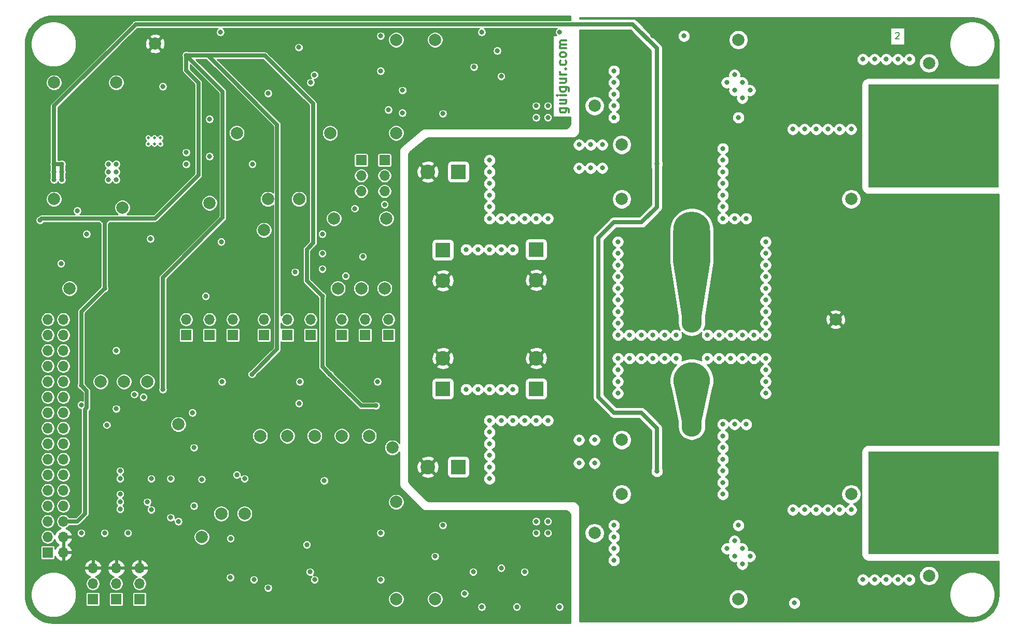
<source format=gbr>
%TF.GenerationSoftware,KiCad,Pcbnew,(5.1.10-1-10_14)*%
%TF.CreationDate,2021-09-24T10:22:15+02:00*%
%TF.ProjectId,sesame-fonctionnel,73657361-6d65-42d6-966f-6e6374696f6e,rev?*%
%TF.SameCoordinates,Original*%
%TF.FileFunction,Copper,L2,Inr*%
%TF.FilePolarity,Positive*%
%FSLAX46Y46*%
G04 Gerber Fmt 4.6, Leading zero omitted, Abs format (unit mm)*
G04 Created by KiCad (PCBNEW (5.1.10-1-10_14)) date 2021-09-24 10:22:15*
%MOMM*%
%LPD*%
G01*
G04 APERTURE LIST*
%TA.AperFunction,NonConductor*%
%ADD10C,0.300000*%
%TD*%
%ADD11C,0.150000*%
%TA.AperFunction,ComponentPad*%
%ADD12C,0.100000*%
%TD*%
%TA.AperFunction,ComponentPad*%
%ADD13C,6.000000*%
%TD*%
%TA.AperFunction,ComponentPad*%
%ADD14C,3.000000*%
%TD*%
%TA.AperFunction,ComponentPad*%
%ADD15O,3.300000X4.300000*%
%TD*%
%TA.AperFunction,ComponentPad*%
%ADD16C,2.000000*%
%TD*%
%TA.AperFunction,ComponentPad*%
%ADD17C,0.500000*%
%TD*%
%TA.AperFunction,ComponentPad*%
%ADD18O,1.700000X1.700000*%
%TD*%
%TA.AperFunction,ComponentPad*%
%ADD19R,1.700000X1.700000*%
%TD*%
%TA.AperFunction,ComponentPad*%
%ADD20C,2.400000*%
%TD*%
%TA.AperFunction,ComponentPad*%
%ADD21R,2.400000X2.400000*%
%TD*%
%TA.AperFunction,ViaPad*%
%ADD22C,0.820000*%
%TD*%
%TA.AperFunction,Conductor*%
%ADD23C,0.635000*%
%TD*%
%TA.AperFunction,Conductor*%
%ADD24C,0.254000*%
%TD*%
%TA.AperFunction,Conductor*%
%ADD25C,0.100000*%
%TD*%
G04 APERTURE END LIST*
D10*
X167669571Y-75463285D02*
X168883857Y-75463285D01*
X169026714Y-75534714D01*
X169098142Y-75606142D01*
X169169571Y-75749000D01*
X169169571Y-75963285D01*
X169098142Y-76106142D01*
X168598142Y-75463285D02*
X168669571Y-75606142D01*
X168669571Y-75891857D01*
X168598142Y-76034714D01*
X168526714Y-76106142D01*
X168383857Y-76177571D01*
X167955285Y-76177571D01*
X167812428Y-76106142D01*
X167741000Y-76034714D01*
X167669571Y-75891857D01*
X167669571Y-75606142D01*
X167741000Y-75463285D01*
X167669571Y-74106142D02*
X168669571Y-74106142D01*
X167669571Y-74749000D02*
X168455285Y-74749000D01*
X168598142Y-74677571D01*
X168669571Y-74534714D01*
X168669571Y-74320428D01*
X168598142Y-74177571D01*
X168526714Y-74106142D01*
X168669571Y-73391857D02*
X167669571Y-73391857D01*
X167169571Y-73391857D02*
X167241000Y-73463285D01*
X167312428Y-73391857D01*
X167241000Y-73320428D01*
X167169571Y-73391857D01*
X167312428Y-73391857D01*
X167669571Y-72034714D02*
X168883857Y-72034714D01*
X169026714Y-72106142D01*
X169098142Y-72177571D01*
X169169571Y-72320428D01*
X169169571Y-72534714D01*
X169098142Y-72677571D01*
X168598142Y-72034714D02*
X168669571Y-72177571D01*
X168669571Y-72463285D01*
X168598142Y-72606142D01*
X168526714Y-72677571D01*
X168383857Y-72749000D01*
X167955285Y-72749000D01*
X167812428Y-72677571D01*
X167741000Y-72606142D01*
X167669571Y-72463285D01*
X167669571Y-72177571D01*
X167741000Y-72034714D01*
X167669571Y-70677571D02*
X168669571Y-70677571D01*
X167669571Y-71320428D02*
X168455285Y-71320428D01*
X168598142Y-71249000D01*
X168669571Y-71106142D01*
X168669571Y-70891857D01*
X168598142Y-70749000D01*
X168526714Y-70677571D01*
X168669571Y-69963285D02*
X167669571Y-69963285D01*
X167955285Y-69963285D02*
X167812428Y-69891857D01*
X167741000Y-69820428D01*
X167669571Y-69677571D01*
X167669571Y-69534714D01*
X168526714Y-69034714D02*
X168598142Y-68963285D01*
X168669571Y-69034714D01*
X168598142Y-69106142D01*
X168526714Y-69034714D01*
X168669571Y-69034714D01*
X168598142Y-67677571D02*
X168669571Y-67820428D01*
X168669571Y-68106142D01*
X168598142Y-68249000D01*
X168526714Y-68320428D01*
X168383857Y-68391857D01*
X167955285Y-68391857D01*
X167812428Y-68320428D01*
X167741000Y-68249000D01*
X167669571Y-68106142D01*
X167669571Y-67820428D01*
X167741000Y-67677571D01*
X168669571Y-66820428D02*
X168598142Y-66963285D01*
X168526714Y-67034714D01*
X168383857Y-67106142D01*
X167955285Y-67106142D01*
X167812428Y-67034714D01*
X167741000Y-66963285D01*
X167669571Y-66820428D01*
X167669571Y-66606142D01*
X167741000Y-66463285D01*
X167812428Y-66391857D01*
X167955285Y-66320428D01*
X168383857Y-66320428D01*
X168526714Y-66391857D01*
X168598142Y-66463285D01*
X168669571Y-66606142D01*
X168669571Y-66820428D01*
X168669571Y-65677571D02*
X167669571Y-65677571D01*
X167812428Y-65677571D02*
X167741000Y-65606142D01*
X167669571Y-65463285D01*
X167669571Y-65249000D01*
X167741000Y-65106142D01*
X167883857Y-65034714D01*
X168669571Y-65034714D01*
X167883857Y-65034714D02*
X167741000Y-64963285D01*
X167669571Y-64820428D01*
X167669571Y-64606142D01*
X167741000Y-64463285D01*
X167883857Y-64391857D01*
X168669571Y-64391857D01*
%TO.C,REF\u002A\u002A*%
D11*
X222512285Y-63192619D02*
X222559904Y-63145000D01*
X222655142Y-63097380D01*
X222893238Y-63097380D01*
X222988476Y-63145000D01*
X223036095Y-63192619D01*
X223083714Y-63287857D01*
X223083714Y-63383095D01*
X223036095Y-63525952D01*
X222464666Y-64097380D01*
X223083714Y-64097380D01*
%TD*%
%TA.AperFunction,ComponentPad*%
D12*
%TO.N,/MOS DRIVER R/VS*%
%TO.C,L2*%
G36*
X192249388Y-100507798D02*
G01*
X190749388Y-110007798D01*
X190746918Y-110017283D01*
X190742644Y-110026105D01*
X190736732Y-110033922D01*
X190729409Y-110040437D01*
X190720955Y-110045397D01*
X190711695Y-110048613D01*
X190700000Y-110050000D01*
X187700000Y-110050000D01*
X187690245Y-110049039D01*
X187680866Y-110046194D01*
X187672221Y-110041573D01*
X187664645Y-110035355D01*
X187658427Y-110027779D01*
X187653806Y-110019134D01*
X187650612Y-110007798D01*
X186150612Y-100507798D01*
X186150383Y-100503888D01*
X186150000Y-100500000D01*
X186150000Y-95500000D01*
X186150961Y-95490245D01*
X186153806Y-95480866D01*
X186158427Y-95472221D01*
X186164645Y-95464645D01*
X186172221Y-95458427D01*
X186180866Y-95453806D01*
X186190245Y-95450961D01*
X186200000Y-95450000D01*
X192200000Y-95450000D01*
X192209755Y-95450961D01*
X192219134Y-95453806D01*
X192227779Y-95458427D01*
X192235355Y-95464645D01*
X192241573Y-95472221D01*
X192246194Y-95480866D01*
X192249039Y-95490245D01*
X192250000Y-95500000D01*
X192250000Y-100500000D01*
X192249388Y-100507798D01*
G37*
%TD.AperFunction*%
D13*
X189200000Y-95395000D03*
D14*
%TO.N,/MOS DRIVER L/VS*%
X189200000Y-124605000D03*
%TA.AperFunction,ComponentPad*%
D12*
G36*
X192198946Y-120060212D02*
G01*
X192196386Y-120072482D01*
X192196386Y-120147203D01*
X192167530Y-120440191D01*
X192110094Y-120728941D01*
X192024632Y-121010670D01*
X191976310Y-121127330D01*
X190748946Y-127010212D01*
X190746013Y-127019564D01*
X190741312Y-127028165D01*
X190735024Y-127035684D01*
X190727389Y-127041831D01*
X190718702Y-127046371D01*
X190709296Y-127049128D01*
X190700000Y-127050000D01*
X187700000Y-127050000D01*
X187690245Y-127049039D01*
X187680866Y-127046194D01*
X187672221Y-127041573D01*
X187664645Y-127035355D01*
X187658427Y-127027779D01*
X187653806Y-127019134D01*
X187651054Y-127010212D01*
X186423690Y-121127329D01*
X186375368Y-121010670D01*
X186289906Y-120728941D01*
X186232470Y-120440191D01*
X186203614Y-120147203D01*
X186203614Y-120072482D01*
X186201054Y-120060212D01*
X186200002Y-120050467D01*
X186200872Y-120040704D01*
X186203614Y-120031349D01*
X186203614Y-119852797D01*
X186232470Y-119559809D01*
X186289906Y-119271059D01*
X186375368Y-118989330D01*
X186488032Y-118717335D01*
X186626814Y-118457692D01*
X186790377Y-118212902D01*
X186977147Y-117985323D01*
X187185323Y-117777147D01*
X187412902Y-117590377D01*
X187657692Y-117426814D01*
X187917335Y-117288032D01*
X188189330Y-117175368D01*
X188471059Y-117089906D01*
X188759809Y-117032470D01*
X189052797Y-117003614D01*
X189347203Y-117003614D01*
X189640191Y-117032470D01*
X189928941Y-117089906D01*
X190210670Y-117175368D01*
X190482665Y-117288032D01*
X190742308Y-117426814D01*
X190987098Y-117590377D01*
X191214677Y-117777147D01*
X191422853Y-117985323D01*
X191609623Y-118212902D01*
X191773186Y-118457692D01*
X191911968Y-118717335D01*
X192024632Y-118989330D01*
X192110094Y-119271059D01*
X192167530Y-119559809D01*
X192196386Y-119852797D01*
X192196386Y-120031499D01*
X192199039Y-120040245D01*
X192200000Y-120050000D01*
X192198946Y-120060212D01*
G37*
%TD.AperFunction*%
D15*
%TO.N,/MOS DRIVER R/VS*%
X189200000Y-110000000D03*
%TO.N,/MOS DRIVER L/VS*%
X189200000Y-127000000D03*
%TD*%
D16*
%TO.N,/MOS DRIVER R/HB*%
%TO.C,TP49*%
X114905000Y-79520000D03*
%TD*%
%TO.N,/MOS DRIVER L/HB*%
%TO.C,TP48*%
X130145000Y-79520000D03*
%TD*%
%TO.N,Net-(C53-Pad2)*%
%TO.C,TP44*%
X119985000Y-90315000D03*
%TD*%
%TO.N,Net-(C52-Pad2)*%
%TO.C,TP43*%
X125065000Y-90315000D03*
%TD*%
%TA.AperFunction,ComponentPad*%
D12*
%TO.N,/L*%
%TO.C,J1*%
G36*
X218050961Y-131640245D02*
G01*
X218053806Y-131630866D01*
X218058427Y-131622221D01*
X218064645Y-131614645D01*
X218072221Y-131608427D01*
X218080866Y-131603806D01*
X218090245Y-131600961D01*
X218100000Y-131600000D01*
X239300000Y-131600000D01*
X239309755Y-131600961D01*
X239319134Y-131603806D01*
X239327779Y-131608427D01*
X239335355Y-131614645D01*
X239341573Y-131622221D01*
X239346194Y-131630866D01*
X239349039Y-131640245D01*
X239350000Y-131650000D01*
X239350000Y-148350000D01*
X239349039Y-148359755D01*
X239346194Y-148369134D01*
X239341573Y-148377779D01*
X239335355Y-148385355D01*
X239327779Y-148391573D01*
X239319134Y-148396194D01*
X239309755Y-148399039D01*
X239300000Y-148400000D01*
X218100000Y-148400000D01*
X218090245Y-148399039D01*
X218080866Y-148396194D01*
X218072221Y-148391573D01*
X218064645Y-148385355D01*
X218058427Y-148377779D01*
X218053806Y-148369134D01*
X218050961Y-148359755D01*
X218050000Y-148350000D01*
X218050000Y-131650000D01*
X218050961Y-131640245D01*
G37*
%TD.AperFunction*%
D16*
X233000000Y-143000000D03*
X233000000Y-137000000D03*
X226000000Y-134000000D03*
X230000000Y-134000000D03*
X233000000Y-134000000D03*
X236000000Y-134000000D03*
X236000000Y-137000000D03*
X236000000Y-140000000D03*
X236000000Y-143000000D03*
X236000000Y-146000000D03*
X233000000Y-146000000D03*
X230000000Y-146000000D03*
X226000000Y-146000000D03*
X223000000Y-137000000D03*
X223000000Y-143000000D03*
X223000000Y-146000000D03*
X223000000Y-134000000D03*
X220000000Y-134000000D03*
X220000000Y-137000000D03*
X220000000Y-146000000D03*
X220000000Y-143000000D03*
X220000000Y-140000000D03*
%TD*%
%TA.AperFunction,ComponentPad*%
D12*
%TO.N,/R*%
%TO.C,J7*%
G36*
X218050961Y-71650245D02*
G01*
X218053806Y-71640866D01*
X218058427Y-71632221D01*
X218064645Y-71624645D01*
X218072221Y-71618427D01*
X218080866Y-71613806D01*
X218090245Y-71610961D01*
X218100000Y-71610000D01*
X239300000Y-71610000D01*
X239309755Y-71610961D01*
X239319134Y-71613806D01*
X239327779Y-71618427D01*
X239335355Y-71624645D01*
X239341573Y-71632221D01*
X239346194Y-71640866D01*
X239349039Y-71650245D01*
X239350000Y-71660000D01*
X239350000Y-88360000D01*
X239349039Y-88369755D01*
X239346194Y-88379134D01*
X239341573Y-88387779D01*
X239335355Y-88395355D01*
X239327779Y-88401573D01*
X239319134Y-88406194D01*
X239309755Y-88409039D01*
X239300000Y-88410000D01*
X218100000Y-88410000D01*
X218090245Y-88409039D01*
X218080866Y-88406194D01*
X218072221Y-88401573D01*
X218064645Y-88395355D01*
X218058427Y-88387779D01*
X218053806Y-88379134D01*
X218050961Y-88369755D01*
X218050000Y-88360000D01*
X218050000Y-71660000D01*
X218050961Y-71650245D01*
G37*
%TD.AperFunction*%
D16*
X233000000Y-83010000D03*
X233000000Y-77010000D03*
X226000000Y-74010000D03*
X230000000Y-74010000D03*
X233000000Y-74010000D03*
X236000000Y-74010000D03*
X236000000Y-77010000D03*
X236000000Y-80010000D03*
X236000000Y-83010000D03*
X236000000Y-86010000D03*
X233000000Y-86010000D03*
X230000000Y-86010000D03*
X226000000Y-86010000D03*
X223000000Y-77010000D03*
X223000000Y-83010000D03*
X223000000Y-86010000D03*
X223000000Y-74010000D03*
X220000000Y-74010000D03*
X220000000Y-77010000D03*
X220000000Y-86010000D03*
X220000000Y-83010000D03*
X220000000Y-80010000D03*
%TD*%
%TA.AperFunction,ComponentPad*%
D12*
%TO.N,GND*%
%TO.C,J8*%
G36*
X218050961Y-111640245D02*
G01*
X218053806Y-111630866D01*
X218058427Y-111622221D01*
X218064645Y-111614645D01*
X218072221Y-111608427D01*
X218080866Y-111603806D01*
X218090245Y-111600961D01*
X218100000Y-111600000D01*
X239300000Y-111600000D01*
X239309755Y-111600961D01*
X239319134Y-111603806D01*
X239327779Y-111608427D01*
X239335355Y-111614645D01*
X239341573Y-111622221D01*
X239346194Y-111630866D01*
X239349039Y-111640245D01*
X239350000Y-111650000D01*
X239350000Y-128350000D01*
X239349039Y-128359755D01*
X239346194Y-128369134D01*
X239341573Y-128377779D01*
X239335355Y-128385355D01*
X239327779Y-128391573D01*
X239319134Y-128396194D01*
X239309755Y-128399039D01*
X239300000Y-128400000D01*
X218100000Y-128400000D01*
X218090245Y-128399039D01*
X218080866Y-128396194D01*
X218072221Y-128391573D01*
X218064645Y-128385355D01*
X218058427Y-128377779D01*
X218053806Y-128369134D01*
X218050961Y-128359755D01*
X218050000Y-128350000D01*
X218050000Y-111650000D01*
X218050961Y-111640245D01*
G37*
%TD.AperFunction*%
D16*
X233000000Y-123000000D03*
X233000000Y-117000000D03*
X226000000Y-114000000D03*
X230000000Y-114000000D03*
X233000000Y-114000000D03*
X236000000Y-114000000D03*
X236000000Y-117000000D03*
X236000000Y-120000000D03*
X236000000Y-123000000D03*
X236000000Y-126000000D03*
X233000000Y-126000000D03*
X230000000Y-126000000D03*
X226000000Y-126000000D03*
X223000000Y-117000000D03*
X223000000Y-123000000D03*
X223000000Y-126000000D03*
X223000000Y-114000000D03*
X220000000Y-114000000D03*
X220000000Y-117000000D03*
X220000000Y-126000000D03*
X220000000Y-123000000D03*
X220000000Y-120000000D03*
%TD*%
%TA.AperFunction,ComponentPad*%
D12*
%TO.N,GND*%
%TO.C,J2*%
G36*
X218050961Y-91640245D02*
G01*
X218053806Y-91630866D01*
X218058427Y-91622221D01*
X218064645Y-91614645D01*
X218072221Y-91608427D01*
X218080866Y-91603806D01*
X218090245Y-91600961D01*
X218100000Y-91600000D01*
X239300000Y-91600000D01*
X239309755Y-91600961D01*
X239319134Y-91603806D01*
X239327779Y-91608427D01*
X239335355Y-91614645D01*
X239341573Y-91622221D01*
X239346194Y-91630866D01*
X239349039Y-91640245D01*
X239350000Y-91650000D01*
X239350000Y-108350000D01*
X239349039Y-108359755D01*
X239346194Y-108369134D01*
X239341573Y-108377779D01*
X239335355Y-108385355D01*
X239327779Y-108391573D01*
X239319134Y-108396194D01*
X239309755Y-108399039D01*
X239300000Y-108400000D01*
X218100000Y-108400000D01*
X218090245Y-108399039D01*
X218080866Y-108396194D01*
X218072221Y-108391573D01*
X218064645Y-108385355D01*
X218058427Y-108377779D01*
X218053806Y-108369134D01*
X218050961Y-108359755D01*
X218050000Y-108350000D01*
X218050000Y-91650000D01*
X218050961Y-91640245D01*
G37*
%TD.AperFunction*%
D16*
X233000000Y-103000000D03*
X233000000Y-97000000D03*
X226000000Y-94000000D03*
X230000000Y-94000000D03*
X233000000Y-94000000D03*
X236000000Y-94000000D03*
X236000000Y-97000000D03*
X236000000Y-100000000D03*
X236000000Y-103000000D03*
X236000000Y-106000000D03*
X233000000Y-106000000D03*
X230000000Y-106000000D03*
X226000000Y-106000000D03*
X223000000Y-97000000D03*
X223000000Y-103000000D03*
X223000000Y-106000000D03*
X223000000Y-94000000D03*
X220000000Y-94000000D03*
X220000000Y-97000000D03*
X220000000Y-106000000D03*
X220000000Y-103000000D03*
X220000000Y-100000000D03*
%TD*%
D17*
%TO.N,GND*%
%TO.C,U15*%
X100443000Y-81290000D03*
X100443000Y-80290000D03*
X101443000Y-81290000D03*
X101443000Y-80290000D03*
X102443000Y-81290000D03*
X102443000Y-80290000D03*
%TD*%
D18*
%TO.N,/INT EXT CONFIG/~Ext_PWM*%
%TO.C,J9*%
X86584000Y-110000000D03*
%TO.N,GND*%
X84044000Y-110000000D03*
%TO.N,/INT EXT CONFIG/Ext_PWM*%
X86584000Y-112540000D03*
%TO.N,GND*%
X84044000Y-112540000D03*
%TO.N,/Voltage_Thres*%
X86584000Y-115080000D03*
%TO.N,GND*%
X84044000Y-115080000D03*
%TO.N,/Current_Thres*%
X86584000Y-117620000D03*
%TO.N,GND*%
X84044000Y-117620000D03*
%TO.N,/Ext_Setpoint*%
X86584000Y-120160000D03*
%TO.N,GND*%
X84044000Y-120160000D03*
%TO.N,/Rearm*%
X86584000Y-122700000D03*
%TO.N,GND*%
X84044000Y-122700000D03*
%TO.N,/Mode*%
X86584000Y-125240000D03*
%TO.N,GND*%
X84044000Y-125240000D03*
%TO.N,/CC_CV_Mode*%
X86584000Y-127780000D03*
%TO.N,GND*%
X84044000Y-127780000D03*
%TO.N,/Dir*%
X86584000Y-130320000D03*
%TO.N,GND*%
X84044000Y-130320000D03*
%TO.N,/Voltage_Sens_L*%
X86584000Y-132860000D03*
%TO.N,GND*%
X84044000Y-132860000D03*
%TO.N,/Voltage_Sens_R*%
X86584000Y-135400000D03*
%TO.N,GND*%
X84044000Y-135400000D03*
%TO.N,/Current_Sens_L*%
X86584000Y-137940000D03*
%TO.N,GND*%
X84044000Y-137940000D03*
%TO.N,/Current_Sens_R*%
X86584000Y-140480000D03*
%TO.N,GND*%
X84044000Y-140480000D03*
%TO.N,VREF*%
X86584000Y-143020000D03*
%TO.N,GND*%
X84044000Y-143020000D03*
%TO.N,VCC*%
X86584000Y-145560000D03*
%TO.N,GND*%
X84044000Y-145560000D03*
%TO.N,VCC*%
X86584000Y-148100000D03*
D19*
%TO.N,GND*%
X84044000Y-148100000D03*
%TD*%
D16*
%TO.N,/MOS DRIVER R/VG_P*%
%TO.C,TP47*%
X177770000Y-90315000D03*
%TD*%
%TO.N,/MOS DRIVER R/VS*%
%TO.C,TP46*%
X177770000Y-81425000D03*
%TD*%
%TO.N,/DC/DC CONVERTER/VG_RP*%
%TO.C,TP45*%
X215235000Y-90315000D03*
%TD*%
%TO.N,VCC*%
%TO.C,TP42*%
X101570000Y-64915000D03*
%TD*%
%TO.N,Net-(C30-Pad1)*%
%TO.C,TP41*%
X95220000Y-71265000D03*
%TD*%
%TO.N,Net-(C30-Pad2)*%
%TO.C,TP40*%
X85060000Y-71265000D03*
%TD*%
%TO.N,/INTERNAL SUPPLIES/VIN*%
%TO.C,TP39*%
X85060000Y-90315000D03*
%TD*%
%TO.N,/PWM GEN/~PWM_Freewheel_Jumper*%
%TO.C,TP38*%
X139307000Y-93490000D03*
%TD*%
%TO.N,/PWM GEN/PWM_Power_Jumper*%
%TO.C,TP37*%
X130780000Y-93490000D03*
%TD*%
%TO.N,/PWM GEN/Feedback_Deadtime*%
%TO.C,TP36*%
X119350000Y-95395000D03*
%TD*%
%TO.N,/PWM GEN/VDeadTime*%
%TO.C,TP35*%
X131415000Y-104920000D03*
%TD*%
%TO.N,/DC/DC CONVERTER/VG_LP*%
%TO.C,TP34*%
X215235000Y-138575000D03*
%TD*%
%TO.N,/MOS DRIVER L/VS*%
%TO.C,TP33*%
X177770000Y-129685000D03*
%TD*%
%TO.N,/DC/DC CONVERTER/VG_LS*%
%TO.C,TP32*%
X177770000Y-138575000D03*
%TD*%
%TO.N,/Voltage_Sens_R*%
%TO.C,TP31*%
X140940000Y-64280000D03*
%TD*%
%TO.N,/Current_Sens_R*%
%TO.C,TP30*%
X140940000Y-79520000D03*
%TD*%
%TO.N,Net-(Q12-Pad2)*%
%TO.C,TP29*%
X147290000Y-64280000D03*
%TD*%
%TO.N,/VProt_Right*%
%TO.C,TP28*%
X173325000Y-75075000D03*
%TD*%
%TO.N,Net-(D5-Pad1)*%
%TO.C,TP27*%
X196820000Y-64280000D03*
%TD*%
%TO.N,/R*%
%TO.C,TP26*%
X227935000Y-68090000D03*
%TD*%
%TO.N,/VProt_Left*%
%TO.C,TP25*%
X173325000Y-144925000D03*
%TD*%
%TO.N,Net-(D2-Pad1)*%
%TO.C,TP24*%
X196820000Y-155720000D03*
%TD*%
%TO.N,/L*%
%TO.C,TP23*%
X227935000Y-151910000D03*
%TD*%
%TO.N,/Voltage_Sens_L*%
%TO.C,TP22*%
X140940000Y-139845000D03*
%TD*%
%TO.N,/Current_Sens_L*%
%TO.C,TP21*%
X140940000Y-155720000D03*
%TD*%
%TO.N,Net-(Q4-Pad2)*%
%TO.C,TP20*%
X147290000Y-155720000D03*
%TD*%
%TO.N,/PWM GEN/Ramp*%
%TO.C,TP19*%
X96236000Y-91712000D03*
%TD*%
%TO.N,Net-(R40-Pad1)*%
%TO.C,TP18*%
X87600000Y-104920000D03*
%TD*%
%TO.N,/DRIVER COMMAND/Driver_RS*%
%TO.C,TP17*%
X132050000Y-129050000D03*
%TD*%
%TO.N,/DRIVER COMMAND/Driver_LS*%
%TO.C,TP16*%
X136495000Y-129050000D03*
%TD*%
%TO.N,/MOS DRIVER R/Driver_P*%
%TO.C,TP15*%
X123160000Y-129050000D03*
%TD*%
%TO.N,/DRIVER COMMAND/Driver_LP*%
%TO.C,TP14*%
X127605000Y-129050000D03*
%TD*%
%TO.N,/DRIVER COMMAND/Resistor_pull*%
%TO.C,TP13*%
X140305000Y-130955000D03*
%TD*%
%TO.N,/DRIVER COMMAND/Dir_Xor_Mode*%
%TO.C,TP12*%
X109190000Y-145560000D03*
%TD*%
%TO.N,/DRIVER COMMAND/PWM_Series*%
%TO.C,TP11*%
X116175000Y-141750000D03*
%TD*%
%TO.N,/DRIVER COMMAND/PWM_Parallel*%
%TO.C,TP10*%
X112365000Y-141750000D03*
%TD*%
%TO.N,/~Over_UI_Protection*%
%TO.C,TP9*%
X118715000Y-129050000D03*
%TD*%
%TO.N,Net-(C11-Pad1)*%
%TO.C,TP8*%
X105380000Y-127145000D03*
%TD*%
%TO.N,/PROGRAMMABLE BREAKER/S*%
%TO.C,TP7*%
X96490000Y-120160000D03*
%TD*%
%TO.N,Net-(C9-Pad2)*%
%TO.C,TP6*%
X100300000Y-120160000D03*
%TD*%
%TO.N,Net-(C7-Pad2)*%
%TO.C,TP5*%
X92680000Y-120160000D03*
%TD*%
%TO.N,/PID/Feedback*%
%TO.C,TP4*%
X135225000Y-104920000D03*
%TD*%
%TO.N,/PID/Feedback_raw*%
%TO.C,TP3*%
X110460000Y-90950000D03*
%TD*%
%TO.N,/PID/PID_Setpoint*%
%TO.C,TP2*%
X139035000Y-104920000D03*
%TD*%
%TO.N,GND*%
%TO.C,TP1*%
X212695000Y-110000000D03*
%TD*%
D18*
%TO.N,VCC*%
%TO.C,JP14*%
X95220000Y-150640000D03*
%TO.N,Net-(JP14-Pad2)*%
X95220000Y-153180000D03*
D19*
%TO.N,GND*%
X95220000Y-155720000D03*
%TD*%
D18*
%TO.N,VCC*%
%TO.C,JP13*%
X91410000Y-150640000D03*
%TO.N,Net-(JP13-Pad2)*%
X91410000Y-153180000D03*
D19*
%TO.N,GND*%
X91410000Y-155720000D03*
%TD*%
D18*
%TO.N,VCC*%
%TO.C,JP12*%
X99030000Y-150640000D03*
%TO.N,Net-(JP12-Pad2)*%
X99030000Y-153180000D03*
D19*
%TO.N,GND*%
X99030000Y-155720000D03*
%TD*%
D18*
%TO.N,/INT EXT CONFIG/~Ext_PWM*%
%TO.C,JP11*%
X135225000Y-89045000D03*
%TO.N,/~PWM_Freewheel*%
X135225000Y-86505000D03*
D19*
%TO.N,/~INT_PWM_Freewheel*%
X135225000Y-83965000D03*
%TD*%
D18*
%TO.N,/INT EXT CONFIG/Ext_PWM*%
%TO.C,JP10*%
X139035000Y-89045000D03*
%TO.N,/PWM_Power*%
X139035000Y-86505000D03*
D19*
%TO.N,/INT_PWM_Power*%
X139035000Y-83965000D03*
%TD*%
D18*
%TO.N,Net-(C9-Pad2)*%
%TO.C,JP9*%
X126970000Y-110000000D03*
D19*
%TO.N,Net-(JP9-Pad1)*%
X126970000Y-112540000D03*
%TD*%
D18*
%TO.N,Net-(C9-Pad2)*%
%TO.C,JP8*%
X123160000Y-110000000D03*
D19*
%TO.N,Net-(JP8-Pad1)*%
X123160000Y-112540000D03*
%TD*%
D18*
%TO.N,Net-(C9-Pad2)*%
%TO.C,JP7*%
X119350000Y-110000000D03*
D19*
%TO.N,Net-(JP7-Pad1)*%
X119350000Y-112540000D03*
%TD*%
D18*
%TO.N,Net-(C7-Pad2)*%
%TO.C,JP6*%
X114270000Y-110000000D03*
D19*
%TO.N,Net-(JP6-Pad1)*%
X114270000Y-112540000D03*
%TD*%
D18*
%TO.N,Net-(C7-Pad2)*%
%TO.C,JP5*%
X110460000Y-110000000D03*
D19*
%TO.N,Net-(JP5-Pad1)*%
X110460000Y-112540000D03*
%TD*%
D18*
%TO.N,Net-(C7-Pad2)*%
%TO.C,JP4*%
X106650000Y-110000000D03*
D19*
%TO.N,Net-(JP4-Pad1)*%
X106650000Y-112540000D03*
%TD*%
D18*
%TO.N,/PID/PID_Setpoint*%
%TO.C,JP3*%
X139670000Y-110000000D03*
D19*
%TO.N,Net-(JP3-Pad1)*%
X139670000Y-112540000D03*
%TD*%
D18*
%TO.N,/PID/PID_Setpoint*%
%TO.C,JP2*%
X135860000Y-110000000D03*
D19*
%TO.N,Net-(JP2-Pad1)*%
X135860000Y-112540000D03*
%TD*%
D18*
%TO.N,/PID/PID_Setpoint*%
%TO.C,JP1*%
X132050000Y-110000000D03*
D19*
%TO.N,Net-(JP1-Pad1)*%
X132050000Y-112540000D03*
%TD*%
D20*
%TO.N,GND*%
%TO.C,C49*%
X146100000Y-85870000D03*
D21*
%TO.N,/U/I SENSOR RIGHT/VD_Mos*%
X151100000Y-85870000D03*
%TD*%
D20*
%TO.N,GND*%
%TO.C,C48*%
X148560000Y-103650000D03*
D21*
%TO.N,/U/I SENSOR RIGHT/VD_Mos*%
X148560000Y-98650000D03*
%TD*%
D20*
%TO.N,GND*%
%TO.C,C47*%
X163800000Y-103570000D03*
D21*
%TO.N,/U/I SENSOR RIGHT/VD_Mos*%
X163800000Y-98570000D03*
%TD*%
D20*
%TO.N,GND*%
%TO.C,C38*%
X146100000Y-134130000D03*
D21*
%TO.N,/DC/DC CONVERTER/VD_LS*%
X151100000Y-134130000D03*
%TD*%
D20*
%TO.N,GND*%
%TO.C,C37*%
X148560000Y-116350000D03*
D21*
%TO.N,/DC/DC CONVERTER/VD_LS*%
X148560000Y-121350000D03*
%TD*%
D20*
%TO.N,GND*%
%TO.C,C36*%
X163800000Y-116350000D03*
D21*
%TO.N,/DC/DC CONVERTER/VD_LS*%
X163800000Y-121350000D03*
%TD*%
D22*
%TO.N,GND*%
X95220000Y-84600000D03*
X95220000Y-85870000D03*
X95220000Y-87140000D03*
X93950000Y-87140000D03*
X93950000Y-85870000D03*
X93950000Y-84600000D03*
X182850000Y-156355000D03*
X212060000Y-156355000D03*
X112365000Y-97300000D03*
X106650000Y-82695000D03*
X106650000Y-84600000D03*
X102840000Y-71900000D03*
X88870000Y-92220000D03*
X212060000Y-63645000D03*
X167610000Y-156990000D03*
X160625000Y-156990000D03*
X161895000Y-151275000D03*
X212695000Y-81425000D03*
X208885000Y-81425000D03*
X210790000Y-81425000D03*
X210790000Y-85235000D03*
X212695000Y-85235000D03*
X208885000Y-85235000D03*
X213965000Y-82695000D03*
X147290000Y-148735000D03*
X107666000Y-125240000D03*
X113889000Y-145814000D03*
X154910000Y-156990000D03*
X182850000Y-63645000D03*
X154910000Y-63010000D03*
X153640000Y-68725000D03*
X139670000Y-75710000D03*
X86203000Y-100856000D03*
X105380000Y-143020000D03*
X114905000Y-135400000D03*
X100935000Y-136035000D03*
X104110000Y-136035000D03*
X95220000Y-124605000D03*
X109825000Y-106190000D03*
X166975000Y-110000000D03*
X166975000Y-108095000D03*
X166975000Y-106190000D03*
X166975000Y-104285000D03*
X166975000Y-111905000D03*
X166975000Y-113810000D03*
X166975000Y-115715000D03*
X156180000Y-103650000D03*
X158085000Y-103650000D03*
X159990000Y-103650000D03*
X154275000Y-103650000D03*
X152370000Y-103650000D03*
X156180000Y-116350000D03*
X158085000Y-116350000D03*
X159990000Y-116350000D03*
X154275000Y-116350000D03*
X152370000Y-116350000D03*
X212060000Y-94760000D03*
X213965000Y-94760000D03*
X215870000Y-94760000D03*
X212060000Y-92855000D03*
X213965000Y-92855000D03*
X215870000Y-92855000D03*
X208885000Y-129685000D03*
X210790000Y-129685000D03*
X212695000Y-129685000D03*
X205075000Y-121430000D03*
X205075000Y-119525000D03*
X205075000Y-117620000D03*
X205075000Y-111905000D03*
X205075000Y-113810000D03*
X205075000Y-115715000D03*
X205075000Y-108095000D03*
X205075000Y-110000000D03*
X205075000Y-106190000D03*
X205075000Y-104285000D03*
X205075000Y-102380000D03*
X205075000Y-100475000D03*
X205075000Y-98570000D03*
X215870000Y-82695000D03*
X112238000Y-63010000D03*
X110460000Y-77234000D03*
X148560000Y-143655000D03*
X148560000Y-76345000D03*
X125065000Y-123716000D03*
X128875000Y-101745000D03*
X210790000Y-133495000D03*
X212695000Y-133495000D03*
X208885000Y-133495000D03*
X167610000Y-63010000D03*
X84044000Y-137940000D03*
X134187500Y-91860500D03*
X124430000Y-102253000D03*
X120025000Y-73025000D03*
X120025000Y-153899990D03*
%TO.N,VCC*%
X160625000Y-63010000D03*
X137765000Y-72535000D03*
X157450000Y-155085000D03*
X115942500Y-145792500D03*
X105380000Y-141115000D03*
X106650000Y-143655000D03*
X125065000Y-139210000D03*
X96490000Y-111270000D03*
X116810000Y-131590000D03*
X110460000Y-125875000D03*
X103475000Y-128415000D03*
X91410000Y-142385000D03*
X115942500Y-64512500D03*
X106650000Y-71900000D03*
X122525000Y-80155000D03*
X92870500Y-90251500D03*
X117889500Y-93172500D03*
X137384000Y-91585000D03*
X100935000Y-85489000D03*
X142845000Y-146449000D03*
%TO.N,Net-(C7-Pad2)*%
X95220000Y-115080000D03*
%TO.N,VREF*%
X102840000Y-121430000D03*
X89505000Y-120795000D03*
X93315000Y-104920000D03*
X128875000Y-106190000D03*
X117381500Y-118953500D03*
X130081500Y-118953500D03*
X137638000Y-124097000D03*
X106650000Y-66820000D03*
X82790000Y-93760000D03*
%TO.N,/PWM GEN/Ramp*%
X128875000Y-99205000D03*
X100808000Y-96792000D03*
%TO.N,/MOS DRIVER L/VS*%
X126335000Y-146830000D03*
X170785000Y-133495000D03*
X173325000Y-133495000D03*
X173325000Y-129685000D03*
X170785000Y-129685000D03*
X177135000Y-116350000D03*
X179040000Y-116350000D03*
X180945000Y-116350000D03*
X182850000Y-116350000D03*
X184755000Y-116350000D03*
X186660000Y-116350000D03*
X177135000Y-118255000D03*
X177135000Y-120160000D03*
X177135000Y-122065000D03*
X201265000Y-116350000D03*
X199360000Y-116350000D03*
X197455000Y-116350000D03*
X195550000Y-116350000D03*
X193645000Y-116350000D03*
X191740000Y-116350000D03*
X201265000Y-118255000D03*
X201265000Y-120160000D03*
X201265000Y-122065000D03*
X194280000Y-127145000D03*
X196185000Y-127145000D03*
X198090000Y-127145000D03*
X194280000Y-129050000D03*
X194280000Y-130955000D03*
X194280000Y-132860000D03*
X194280000Y-134765000D03*
X194280000Y-136670000D03*
X194280000Y-138575000D03*
X110460000Y-83330000D03*
X117699000Y-152545000D03*
%TO.N,/MOS DRIVER R/VS*%
X194280000Y-82060000D03*
X125025000Y-65510000D03*
X170785000Y-85235000D03*
X172690000Y-85235000D03*
X177135000Y-112540000D03*
X179040000Y-112540000D03*
X180945000Y-112540000D03*
X182850000Y-112540000D03*
X184755000Y-112540000D03*
X186660000Y-112540000D03*
X177135000Y-110635000D03*
X177135000Y-108730000D03*
X177135000Y-106825000D03*
X177135000Y-104920000D03*
X177135000Y-103015000D03*
X177135000Y-101110000D03*
X177135000Y-99205000D03*
X177135000Y-97300000D03*
X191740000Y-112540000D03*
X193645000Y-112540000D03*
X195550000Y-112540000D03*
X197455000Y-112540000D03*
X199360000Y-112540000D03*
X201265000Y-112540000D03*
X201265000Y-110635000D03*
X201265000Y-108730000D03*
X201265000Y-106825000D03*
X201265000Y-104920000D03*
X201265000Y-103015000D03*
X201265000Y-101110000D03*
X201265000Y-99205000D03*
X201265000Y-97300000D03*
X194280000Y-93490000D03*
X196185000Y-93490000D03*
X198090000Y-93490000D03*
X194280000Y-91585000D03*
X194280000Y-89680000D03*
X194280000Y-87775000D03*
X194280000Y-85870000D03*
X194280000Y-83965000D03*
X170785000Y-81425000D03*
X172690000Y-81425000D03*
X174595000Y-85235000D03*
X174595000Y-81425000D03*
X141956618Y-72535000D03*
%TO.N,/DC/DC CONVERTER/VD_LS*%
X156180000Y-121430000D03*
X158085000Y-121430000D03*
X159990000Y-121430000D03*
X154275000Y-121430000D03*
X152370000Y-121430000D03*
X156180000Y-126510000D03*
X156180000Y-128415000D03*
X156180000Y-130320000D03*
X156180000Y-132225000D03*
X156180000Y-134130000D03*
X156180000Y-136035000D03*
X158085000Y-126510000D03*
X159990000Y-126510000D03*
X161895000Y-126510000D03*
X163800000Y-126510000D03*
X165705000Y-126510000D03*
%TO.N,/U/I SENSOR RIGHT/VD_Mos*%
X156180000Y-98570000D03*
X158085000Y-98570000D03*
X159990000Y-98570000D03*
X154275000Y-98570000D03*
X152370000Y-98570000D03*
X156180000Y-93490000D03*
X156180000Y-91585000D03*
X156180000Y-89680000D03*
X156180000Y-87775000D03*
X156180000Y-85870000D03*
X156180000Y-83965000D03*
X158085000Y-93490000D03*
X159990000Y-93490000D03*
X161895000Y-93490000D03*
X165705000Y-93490000D03*
X163800000Y-93490000D03*
%TO.N,Net-(D2-Pad2)*%
X196820000Y-143655000D03*
X205964000Y-156355000D03*
%TO.N,Net-(D2-Pad1)*%
X194915000Y-147465000D03*
X197455000Y-147465000D03*
X196185000Y-146195000D03*
X196185000Y-148735000D03*
X198725000Y-148735000D03*
X197455000Y-150005000D03*
%TO.N,Net-(D5-Pad1)*%
X196185000Y-72535000D03*
X197455000Y-71265000D03*
X198725000Y-72535000D03*
X194915000Y-71265000D03*
X196185000Y-69995000D03*
X197455000Y-73805000D03*
%TO.N,Net-(D7-Pad2)*%
X196820000Y-76980000D03*
X187930000Y-63645000D03*
%TO.N,/DC/DC CONVERTER/VG_LS*%
X138400000Y-144925000D03*
%TO.N,/DC/DC CONVERTER/VG_LP*%
X138400000Y-152545000D03*
%TO.N,/VProt_Left*%
X176500000Y-143655000D03*
X176500000Y-145560000D03*
X176500000Y-147465000D03*
X176500000Y-149370000D03*
X163800000Y-144925000D03*
X163800000Y-143020000D03*
X165705000Y-143020000D03*
X165705000Y-144925000D03*
%TO.N,/INTERNAL SUPPLIES/VIN*%
X183525000Y-134805000D03*
X183525000Y-84560000D03*
X86330000Y-84600000D03*
X86330000Y-85870000D03*
X86330000Y-87140000D03*
X85060000Y-87140000D03*
X85060000Y-85870000D03*
X85060000Y-84600000D03*
%TO.N,/VProt_Right*%
X163800000Y-76980000D03*
X163800000Y-75075000D03*
X165705000Y-75075000D03*
X165705000Y-76980000D03*
X176500000Y-76980000D03*
X176500000Y-75075000D03*
X176500000Y-73170000D03*
X176500000Y-71265000D03*
X176500000Y-69360000D03*
%TO.N,/DC/DC CONVERTER/VG_RP*%
X138400000Y-63645000D03*
%TO.N,/MOS DRIVER R/VG_P*%
X138400000Y-69360000D03*
%TO.N,/CC_CV_Mode*%
X93315000Y-144925000D03*
%TO.N,/Dir*%
X89505000Y-144925000D03*
%TO.N,/Mode*%
X97125000Y-144925000D03*
X100300000Y-139845000D03*
%TO.N,/Rearm*%
X93680000Y-127256000D03*
%TO.N,/Voltage_Thres*%
X112492000Y-120160000D03*
%TO.N,/Current_Thres*%
X125192000Y-120160000D03*
%TO.N,/Ext_Setpoint*%
X137892000Y-120160000D03*
%TO.N,/Voltage_Sens_R*%
X95855000Y-134765000D03*
X141956000Y-76218000D03*
%TO.N,/Current_Sens_R*%
X104110000Y-142385000D03*
%TO.N,/Voltage_Sens_L*%
X95855000Y-136035000D03*
%TO.N,/Current_Sens_L*%
X100935000Y-141115000D03*
%TO.N,Net-(Q5-Pad3)*%
X152100000Y-154815000D03*
X153513000Y-151275000D03*
X158085000Y-150640000D03*
%TO.N,/MEASURE SELECTOR/Measure_Selected*%
X95855000Y-139845000D03*
X98188000Y-122252000D03*
%TO.N,/PROGRAMMABLE BREAKER/Voltage_Sens*%
X89505000Y-123970000D03*
X95855000Y-138575000D03*
%TO.N,/PROGRAMMABLE BREAKER/Current_Sens*%
X95855000Y-141005010D03*
X99665000Y-122700000D03*
%TO.N,/MOS DRIVER R/Driver_P*%
X127584158Y-70015842D03*
%TO.N,/DRIVER COMMAND/Driver_LS*%
X127605000Y-152545000D03*
%TO.N,/DRIVER COMMAND/Resistor_pull*%
X129192500Y-136352500D03*
X107920000Y-140480000D03*
%TO.N,/DRIVER COMMAND/Driver_LP*%
X126870000Y-151275000D03*
%TO.N,/DRIVER COMMAND/Driver_RS*%
X126970000Y-71265000D03*
%TO.N,Net-(R40-Pad1)*%
X90394000Y-96030000D03*
%TO.N,Net-(R60-Pad1)*%
X158085000Y-70249000D03*
X157450000Y-66058000D03*
%TO.N,/DRIVER COMMAND/PWM_Series*%
X116175000Y-136035000D03*
%TO.N,/INT_PWM_Power*%
X139035000Y-91204000D03*
%TO.N,/~INT_PWM_Freewheel*%
X135479000Y-99713000D03*
%TO.N,/L*%
X217140000Y-152545000D03*
X219045000Y-152545000D03*
X220950000Y-152545000D03*
X222855000Y-152545000D03*
X224760000Y-152545000D03*
X205710000Y-141115000D03*
X207615000Y-141115000D03*
X209520000Y-141115000D03*
X211425000Y-141115000D03*
X213330000Y-141115000D03*
X215235000Y-141115000D03*
%TO.N,/R*%
X217140000Y-67455000D03*
X219045000Y-67455000D03*
X220950000Y-67455000D03*
X222855000Y-67455000D03*
X224760000Y-67455000D03*
X215235000Y-78885000D03*
X213330000Y-78885000D03*
X211425000Y-78885000D03*
X209520000Y-78885000D03*
X207615000Y-78885000D03*
X205710000Y-78885000D03*
%TO.N,Net-(C53-Pad2)*%
X117445000Y-84600000D03*
%TO.N,/PWM GEN/Feedback_Deadtime_Jump*%
X128875000Y-96030000D03*
%TO.N,/PWM GEN/Feedback_Jump*%
X132685000Y-102888000D03*
%TO.N,/MOS DRIVER L/HB*%
X113867500Y-152185500D03*
%TO.N,/PWM_Power*%
X109190000Y-136135000D03*
%TO.N,/~PWM_Freewheel*%
X107920000Y-130955000D03*
%TD*%
D23*
%TO.N,VREF*%
X86584000Y-143020000D02*
X88870000Y-143020000D01*
X88870000Y-143020000D02*
X90140000Y-141750000D01*
X90432501Y-124415201D02*
X90432501Y-121722501D01*
X90432501Y-121722501D02*
X89505000Y-120795000D01*
X90140000Y-124707702D02*
X90432501Y-124415201D01*
X90140000Y-141750000D02*
X90140000Y-124707702D01*
X93315000Y-94125000D02*
X92680000Y-93490000D01*
X93315000Y-104920000D02*
X93315000Y-94125000D01*
X93315000Y-94125000D02*
X93950000Y-93490000D01*
X92680000Y-93490000D02*
X93950000Y-93490000D01*
X89505000Y-120795000D02*
X89505000Y-108730000D01*
X93315000Y-104920000D02*
X89505000Y-108730000D01*
X93950000Y-93490000D02*
X101570000Y-93490000D01*
X102840000Y-103117702D02*
X102840000Y-121430000D01*
X108660500Y-86399500D02*
X101570000Y-93490000D01*
X112606851Y-93350851D02*
X102840000Y-103117702D01*
X126335000Y-103650000D02*
X128875000Y-106190000D01*
X126335000Y-98570000D02*
X126335000Y-103650000D01*
X127382750Y-97522250D02*
X126335000Y-98570000D01*
X128875000Y-117747000D02*
X130081500Y-118953500D01*
X128875000Y-106190000D02*
X128875000Y-117747000D01*
X121502501Y-114832499D02*
X121502501Y-78159501D01*
X117381500Y-118953500D02*
X121502501Y-114832499D01*
X135225000Y-124097000D02*
X130081500Y-118953500D01*
X137638000Y-124097000D02*
X135225000Y-124097000D01*
X106650000Y-69276000D02*
X108660500Y-71286500D01*
X106650000Y-66820000D02*
X106650000Y-69276000D01*
X108660500Y-71286500D02*
X108660500Y-86399500D01*
X106650000Y-66820000D02*
X112606851Y-72776851D01*
X112606851Y-72776851D02*
X112606851Y-72801149D01*
X112606851Y-93350851D02*
X112606851Y-72801149D01*
X110163000Y-66820000D02*
X111899000Y-68556000D01*
X106650000Y-66820000D02*
X110163000Y-66820000D01*
X121502501Y-78159501D02*
X111899000Y-68556000D01*
X110163000Y-66820000D02*
X119477000Y-66820000D01*
X127382750Y-74725750D02*
X127382750Y-79170750D01*
X119477000Y-66820000D02*
X127382750Y-74725750D01*
X127382750Y-79170750D02*
X127382750Y-78916750D01*
X127382750Y-97522250D02*
X127382750Y-79170750D01*
X83060000Y-93490000D02*
X82790000Y-93760000D01*
X86711000Y-93490000D02*
X83060000Y-93490000D01*
X86330000Y-93490000D02*
X86711000Y-93490000D01*
X86711000Y-93490000D02*
X92680000Y-93490000D01*
%TO.N,/INTERNAL SUPPLIES/VIN*%
X86330000Y-87140000D02*
X86330000Y-85870000D01*
X86330000Y-85870000D02*
X86330000Y-84600000D01*
X85060000Y-87140000D02*
X85060000Y-85870000D01*
X85060000Y-85870000D02*
X85060000Y-84600000D01*
X86330000Y-84600000D02*
X85060000Y-84600000D01*
X183525000Y-84560000D02*
X183525000Y-85195000D01*
X85060000Y-75075000D02*
X85060000Y-84600000D01*
X98395000Y-61740000D02*
X85060000Y-75075000D01*
X179572298Y-61740000D02*
X98395000Y-61740000D01*
X183485000Y-65652702D02*
X179572298Y-61740000D01*
X183485000Y-85155000D02*
X183485000Y-65652702D01*
X183525000Y-85195000D02*
X183485000Y-85155000D01*
X181025000Y-94125000D02*
X183525000Y-91625000D01*
X173960000Y-96665000D02*
X176500000Y-94125000D01*
X180945000Y-125240000D02*
X176500000Y-125240000D01*
X176500000Y-125240000D02*
X173960000Y-122700000D01*
X183525000Y-127820000D02*
X180945000Y-125240000D01*
X176500000Y-94125000D02*
X181025000Y-94125000D01*
X173960000Y-122700000D02*
X173960000Y-96665000D01*
X183525000Y-91625000D02*
X183525000Y-85195000D01*
X183525000Y-134805000D02*
X183525000Y-127820000D01*
%TD*%
D24*
%TO.N,VCC*%
X169388000Y-61085500D02*
X98427137Y-61085500D01*
X98395000Y-61082335D01*
X98362863Y-61085500D01*
X98362855Y-61085500D01*
X98266696Y-61094971D01*
X98143322Y-61132396D01*
X98029620Y-61193171D01*
X97929960Y-61274960D01*
X97909470Y-61299927D01*
X84619932Y-74589466D01*
X84594960Y-74609960D01*
X84513171Y-74709621D01*
X84452396Y-74823323D01*
X84414971Y-74946697D01*
X84405500Y-75042856D01*
X84405500Y-75042863D01*
X84402335Y-75075000D01*
X84405500Y-75107137D01*
X84405501Y-84234964D01*
X84398018Y-84246163D01*
X84341707Y-84382108D01*
X84313000Y-84526427D01*
X84313000Y-84673573D01*
X84341707Y-84817892D01*
X84398018Y-84953837D01*
X84405501Y-84965036D01*
X84405500Y-85504965D01*
X84398018Y-85516163D01*
X84341707Y-85652108D01*
X84313000Y-85796427D01*
X84313000Y-85943573D01*
X84341707Y-86087892D01*
X84398018Y-86223837D01*
X84405501Y-86235036D01*
X84405500Y-86774965D01*
X84398018Y-86786163D01*
X84341707Y-86922108D01*
X84313000Y-87066427D01*
X84313000Y-87213573D01*
X84341707Y-87357892D01*
X84398018Y-87493837D01*
X84479768Y-87616184D01*
X84583816Y-87720232D01*
X84706163Y-87801982D01*
X84842108Y-87858293D01*
X84986427Y-87887000D01*
X85133573Y-87887000D01*
X85277892Y-87858293D01*
X85413837Y-87801982D01*
X85536184Y-87720232D01*
X85640232Y-87616184D01*
X85695000Y-87534218D01*
X85749768Y-87616184D01*
X85853816Y-87720232D01*
X85976163Y-87801982D01*
X86112108Y-87858293D01*
X86256427Y-87887000D01*
X86403573Y-87887000D01*
X86547892Y-87858293D01*
X86683837Y-87801982D01*
X86806184Y-87720232D01*
X86910232Y-87616184D01*
X86991982Y-87493837D01*
X87048293Y-87357892D01*
X87077000Y-87213573D01*
X87077000Y-87066427D01*
X87048293Y-86922108D01*
X86991982Y-86786163D01*
X86984500Y-86774965D01*
X86984500Y-86235035D01*
X86991982Y-86223837D01*
X87048293Y-86087892D01*
X87077000Y-85943573D01*
X87077000Y-85796427D01*
X87048293Y-85652108D01*
X86991982Y-85516163D01*
X86984500Y-85504965D01*
X86984500Y-84965035D01*
X86991982Y-84953837D01*
X87048293Y-84817892D01*
X87077000Y-84673573D01*
X87077000Y-84526427D01*
X93203000Y-84526427D01*
X93203000Y-84673573D01*
X93231707Y-84817892D01*
X93288018Y-84953837D01*
X93369768Y-85076184D01*
X93473816Y-85180232D01*
X93555782Y-85235000D01*
X93473816Y-85289768D01*
X93369768Y-85393816D01*
X93288018Y-85516163D01*
X93231707Y-85652108D01*
X93203000Y-85796427D01*
X93203000Y-85943573D01*
X93231707Y-86087892D01*
X93288018Y-86223837D01*
X93369768Y-86346184D01*
X93473816Y-86450232D01*
X93555782Y-86505000D01*
X93473816Y-86559768D01*
X93369768Y-86663816D01*
X93288018Y-86786163D01*
X93231707Y-86922108D01*
X93203000Y-87066427D01*
X93203000Y-87213573D01*
X93231707Y-87357892D01*
X93288018Y-87493837D01*
X93369768Y-87616184D01*
X93473816Y-87720232D01*
X93596163Y-87801982D01*
X93732108Y-87858293D01*
X93876427Y-87887000D01*
X94023573Y-87887000D01*
X94167892Y-87858293D01*
X94303837Y-87801982D01*
X94426184Y-87720232D01*
X94530232Y-87616184D01*
X94585000Y-87534218D01*
X94639768Y-87616184D01*
X94743816Y-87720232D01*
X94866163Y-87801982D01*
X95002108Y-87858293D01*
X95146427Y-87887000D01*
X95293573Y-87887000D01*
X95437892Y-87858293D01*
X95573837Y-87801982D01*
X95696184Y-87720232D01*
X95800232Y-87616184D01*
X95881982Y-87493837D01*
X95938293Y-87357892D01*
X95967000Y-87213573D01*
X95967000Y-87066427D01*
X95938293Y-86922108D01*
X95881982Y-86786163D01*
X95800232Y-86663816D01*
X95696184Y-86559768D01*
X95614218Y-86505000D01*
X95696184Y-86450232D01*
X95800232Y-86346184D01*
X95881982Y-86223837D01*
X95938293Y-86087892D01*
X95967000Y-85943573D01*
X95967000Y-85796427D01*
X95938293Y-85652108D01*
X95881982Y-85516163D01*
X95800232Y-85393816D01*
X95696184Y-85289768D01*
X95614218Y-85235000D01*
X95696184Y-85180232D01*
X95800232Y-85076184D01*
X95881982Y-84953837D01*
X95938293Y-84817892D01*
X95967000Y-84673573D01*
X95967000Y-84526427D01*
X105903000Y-84526427D01*
X105903000Y-84673573D01*
X105931707Y-84817892D01*
X105988018Y-84953837D01*
X106069768Y-85076184D01*
X106173816Y-85180232D01*
X106296163Y-85261982D01*
X106432108Y-85318293D01*
X106576427Y-85347000D01*
X106723573Y-85347000D01*
X106867892Y-85318293D01*
X107003837Y-85261982D01*
X107126184Y-85180232D01*
X107230232Y-85076184D01*
X107311982Y-84953837D01*
X107368293Y-84817892D01*
X107397000Y-84673573D01*
X107397000Y-84526427D01*
X107368293Y-84382108D01*
X107311982Y-84246163D01*
X107230232Y-84123816D01*
X107126184Y-84019768D01*
X107003837Y-83938018D01*
X106867892Y-83881707D01*
X106723573Y-83853000D01*
X106576427Y-83853000D01*
X106432108Y-83881707D01*
X106296163Y-83938018D01*
X106173816Y-84019768D01*
X106069768Y-84123816D01*
X105988018Y-84246163D01*
X105931707Y-84382108D01*
X105903000Y-84526427D01*
X95967000Y-84526427D01*
X95938293Y-84382108D01*
X95881982Y-84246163D01*
X95800232Y-84123816D01*
X95696184Y-84019768D01*
X95573837Y-83938018D01*
X95437892Y-83881707D01*
X95293573Y-83853000D01*
X95146427Y-83853000D01*
X95002108Y-83881707D01*
X94866163Y-83938018D01*
X94743816Y-84019768D01*
X94639768Y-84123816D01*
X94585000Y-84205782D01*
X94530232Y-84123816D01*
X94426184Y-84019768D01*
X94303837Y-83938018D01*
X94167892Y-83881707D01*
X94023573Y-83853000D01*
X93876427Y-83853000D01*
X93732108Y-83881707D01*
X93596163Y-83938018D01*
X93473816Y-84019768D01*
X93369768Y-84123816D01*
X93288018Y-84246163D01*
X93231707Y-84382108D01*
X93203000Y-84526427D01*
X87077000Y-84526427D01*
X87048293Y-84382108D01*
X86991982Y-84246163D01*
X86910232Y-84123816D01*
X86806184Y-84019768D01*
X86683837Y-83938018D01*
X86547892Y-83881707D01*
X86403573Y-83853000D01*
X86256427Y-83853000D01*
X86112108Y-83881707D01*
X85976163Y-83938018D01*
X85964965Y-83945500D01*
X85714500Y-83945500D01*
X85714500Y-82621427D01*
X105903000Y-82621427D01*
X105903000Y-82768573D01*
X105931707Y-82912892D01*
X105988018Y-83048837D01*
X106069768Y-83171184D01*
X106173816Y-83275232D01*
X106296163Y-83356982D01*
X106432108Y-83413293D01*
X106576427Y-83442000D01*
X106723573Y-83442000D01*
X106867892Y-83413293D01*
X107003837Y-83356982D01*
X107126184Y-83275232D01*
X107230232Y-83171184D01*
X107311982Y-83048837D01*
X107368293Y-82912892D01*
X107397000Y-82768573D01*
X107397000Y-82621427D01*
X107368293Y-82477108D01*
X107311982Y-82341163D01*
X107230232Y-82218816D01*
X107126184Y-82114768D01*
X107003837Y-82033018D01*
X106867892Y-81976707D01*
X106723573Y-81948000D01*
X106576427Y-81948000D01*
X106432108Y-81976707D01*
X106296163Y-82033018D01*
X106173816Y-82114768D01*
X106069768Y-82218816D01*
X105988018Y-82341163D01*
X105931707Y-82477108D01*
X105903000Y-82621427D01*
X85714500Y-82621427D01*
X85714500Y-80232186D01*
X99856000Y-80232186D01*
X99856000Y-80347814D01*
X99878558Y-80461222D01*
X99922808Y-80568049D01*
X99987048Y-80664191D01*
X100068809Y-80745952D01*
X100134732Y-80790000D01*
X100068809Y-80834048D01*
X99987048Y-80915809D01*
X99922808Y-81011951D01*
X99878558Y-81118778D01*
X99856000Y-81232186D01*
X99856000Y-81347814D01*
X99878558Y-81461222D01*
X99922808Y-81568049D01*
X99987048Y-81664191D01*
X100068809Y-81745952D01*
X100164951Y-81810192D01*
X100271778Y-81854442D01*
X100385186Y-81877000D01*
X100500814Y-81877000D01*
X100614222Y-81854442D01*
X100721049Y-81810192D01*
X100817191Y-81745952D01*
X100898952Y-81664191D01*
X100943000Y-81598268D01*
X100987048Y-81664191D01*
X101068809Y-81745952D01*
X101164951Y-81810192D01*
X101271778Y-81854442D01*
X101385186Y-81877000D01*
X101500814Y-81877000D01*
X101614222Y-81854442D01*
X101721049Y-81810192D01*
X101817191Y-81745952D01*
X101898952Y-81664191D01*
X101943000Y-81598268D01*
X101987048Y-81664191D01*
X102068809Y-81745952D01*
X102164951Y-81810192D01*
X102271778Y-81854442D01*
X102385186Y-81877000D01*
X102500814Y-81877000D01*
X102614222Y-81854442D01*
X102721049Y-81810192D01*
X102817191Y-81745952D01*
X102898952Y-81664191D01*
X102963192Y-81568049D01*
X103007442Y-81461222D01*
X103030000Y-81347814D01*
X103030000Y-81232186D01*
X103007442Y-81118778D01*
X102963192Y-81011951D01*
X102898952Y-80915809D01*
X102817191Y-80834048D01*
X102751268Y-80790000D01*
X102817191Y-80745952D01*
X102898952Y-80664191D01*
X102963192Y-80568049D01*
X103007442Y-80461222D01*
X103030000Y-80347814D01*
X103030000Y-80232186D01*
X103007442Y-80118778D01*
X102963192Y-80011951D01*
X102898952Y-79915809D01*
X102817191Y-79834048D01*
X102721049Y-79769808D01*
X102614222Y-79725558D01*
X102500814Y-79703000D01*
X102385186Y-79703000D01*
X102271778Y-79725558D01*
X102164951Y-79769808D01*
X102068809Y-79834048D01*
X101987048Y-79915809D01*
X101943000Y-79981732D01*
X101898952Y-79915809D01*
X101817191Y-79834048D01*
X101721049Y-79769808D01*
X101614222Y-79725558D01*
X101500814Y-79703000D01*
X101385186Y-79703000D01*
X101271778Y-79725558D01*
X101164951Y-79769808D01*
X101068809Y-79834048D01*
X100987048Y-79915809D01*
X100943000Y-79981732D01*
X100898952Y-79915809D01*
X100817191Y-79834048D01*
X100721049Y-79769808D01*
X100614222Y-79725558D01*
X100500814Y-79703000D01*
X100385186Y-79703000D01*
X100271778Y-79725558D01*
X100164951Y-79769808D01*
X100068809Y-79834048D01*
X99987048Y-79915809D01*
X99922808Y-80011951D01*
X99878558Y-80118778D01*
X99856000Y-80232186D01*
X85714500Y-80232186D01*
X85714500Y-75346102D01*
X89927285Y-71133317D01*
X93883000Y-71133317D01*
X93883000Y-71396683D01*
X93934380Y-71654988D01*
X94035166Y-71898307D01*
X94181484Y-72117288D01*
X94367712Y-72303516D01*
X94586693Y-72449834D01*
X94830012Y-72550620D01*
X95088317Y-72602000D01*
X95351683Y-72602000D01*
X95609988Y-72550620D01*
X95853307Y-72449834D01*
X96072288Y-72303516D01*
X96258516Y-72117288D01*
X96404834Y-71898307D01*
X96434607Y-71826427D01*
X102093000Y-71826427D01*
X102093000Y-71973573D01*
X102121707Y-72117892D01*
X102178018Y-72253837D01*
X102259768Y-72376184D01*
X102363816Y-72480232D01*
X102486163Y-72561982D01*
X102622108Y-72618293D01*
X102766427Y-72647000D01*
X102913573Y-72647000D01*
X103057892Y-72618293D01*
X103193837Y-72561982D01*
X103316184Y-72480232D01*
X103420232Y-72376184D01*
X103501982Y-72253837D01*
X103558293Y-72117892D01*
X103587000Y-71973573D01*
X103587000Y-71826427D01*
X103558293Y-71682108D01*
X103501982Y-71546163D01*
X103420232Y-71423816D01*
X103316184Y-71319768D01*
X103193837Y-71238018D01*
X103057892Y-71181707D01*
X102913573Y-71153000D01*
X102766427Y-71153000D01*
X102622108Y-71181707D01*
X102486163Y-71238018D01*
X102363816Y-71319768D01*
X102259768Y-71423816D01*
X102178018Y-71546163D01*
X102121707Y-71682108D01*
X102093000Y-71826427D01*
X96434607Y-71826427D01*
X96505620Y-71654988D01*
X96557000Y-71396683D01*
X96557000Y-71133317D01*
X96505620Y-70875012D01*
X96404834Y-70631693D01*
X96258516Y-70412712D01*
X96072288Y-70226484D01*
X95853307Y-70080166D01*
X95609988Y-69979380D01*
X95351683Y-69928000D01*
X95088317Y-69928000D01*
X94830012Y-69979380D01*
X94586693Y-70080166D01*
X94367712Y-70226484D01*
X94181484Y-70412712D01*
X94035166Y-70631693D01*
X93934380Y-70875012D01*
X93883000Y-71133317D01*
X89927285Y-71133317D01*
X95010189Y-66050413D01*
X100614192Y-66050413D01*
X100709956Y-66314814D01*
X100999571Y-66455704D01*
X101311108Y-66537384D01*
X101632595Y-66556718D01*
X101951675Y-66512961D01*
X102256088Y-66407795D01*
X102430044Y-66314814D01*
X102525808Y-66050413D01*
X101570000Y-65094605D01*
X100614192Y-66050413D01*
X95010189Y-66050413D01*
X96083007Y-64977595D01*
X99928282Y-64977595D01*
X99972039Y-65296675D01*
X100077205Y-65601088D01*
X100170186Y-65775044D01*
X100434587Y-65870808D01*
X101390395Y-64915000D01*
X101749605Y-64915000D01*
X102705413Y-65870808D01*
X102969814Y-65775044D01*
X103110704Y-65485429D01*
X103123551Y-65436427D01*
X124278000Y-65436427D01*
X124278000Y-65583573D01*
X124306707Y-65727892D01*
X124363018Y-65863837D01*
X124444768Y-65986184D01*
X124548816Y-66090232D01*
X124671163Y-66171982D01*
X124807108Y-66228293D01*
X124951427Y-66257000D01*
X125098573Y-66257000D01*
X125242892Y-66228293D01*
X125378837Y-66171982D01*
X125501184Y-66090232D01*
X125605232Y-65986184D01*
X125606405Y-65984427D01*
X156703000Y-65984427D01*
X156703000Y-66131573D01*
X156731707Y-66275892D01*
X156788018Y-66411837D01*
X156869768Y-66534184D01*
X156973816Y-66638232D01*
X157096163Y-66719982D01*
X157232108Y-66776293D01*
X157376427Y-66805000D01*
X157523573Y-66805000D01*
X157667892Y-66776293D01*
X157803837Y-66719982D01*
X157926184Y-66638232D01*
X158030232Y-66534184D01*
X158111982Y-66411837D01*
X158168293Y-66275892D01*
X158197000Y-66131573D01*
X158197000Y-65984427D01*
X158168293Y-65840108D01*
X158111982Y-65704163D01*
X158030232Y-65581816D01*
X157926184Y-65477768D01*
X157803837Y-65396018D01*
X157667892Y-65339707D01*
X157523573Y-65311000D01*
X157376427Y-65311000D01*
X157232108Y-65339707D01*
X157096163Y-65396018D01*
X156973816Y-65477768D01*
X156869768Y-65581816D01*
X156788018Y-65704163D01*
X156731707Y-65840108D01*
X156703000Y-65984427D01*
X125606405Y-65984427D01*
X125686982Y-65863837D01*
X125743293Y-65727892D01*
X125772000Y-65583573D01*
X125772000Y-65436427D01*
X125743293Y-65292108D01*
X125686982Y-65156163D01*
X125605232Y-65033816D01*
X125501184Y-64929768D01*
X125378837Y-64848018D01*
X125242892Y-64791707D01*
X125098573Y-64763000D01*
X124951427Y-64763000D01*
X124807108Y-64791707D01*
X124671163Y-64848018D01*
X124548816Y-64929768D01*
X124444768Y-65033816D01*
X124363018Y-65156163D01*
X124306707Y-65292108D01*
X124278000Y-65436427D01*
X103123551Y-65436427D01*
X103192384Y-65173892D01*
X103211718Y-64852405D01*
X103167961Y-64533325D01*
X103062795Y-64228912D01*
X102969814Y-64054956D01*
X102705413Y-63959192D01*
X101749605Y-64915000D01*
X101390395Y-64915000D01*
X100434587Y-63959192D01*
X100170186Y-64054956D01*
X100029296Y-64344571D01*
X99947616Y-64656108D01*
X99928282Y-64977595D01*
X96083007Y-64977595D01*
X97281015Y-63779587D01*
X100614192Y-63779587D01*
X101570000Y-64735395D01*
X102525808Y-63779587D01*
X102430044Y-63515186D01*
X102140429Y-63374296D01*
X101828892Y-63292616D01*
X101507405Y-63273282D01*
X101188325Y-63317039D01*
X100883912Y-63422205D01*
X100709956Y-63515186D01*
X100614192Y-63779587D01*
X97281015Y-63779587D01*
X98666103Y-62394500D01*
X111814598Y-62394500D01*
X111761816Y-62429768D01*
X111657768Y-62533816D01*
X111576018Y-62656163D01*
X111519707Y-62792108D01*
X111491000Y-62936427D01*
X111491000Y-63083573D01*
X111519707Y-63227892D01*
X111576018Y-63363837D01*
X111657768Y-63486184D01*
X111761816Y-63590232D01*
X111884163Y-63671982D01*
X112020108Y-63728293D01*
X112164427Y-63757000D01*
X112311573Y-63757000D01*
X112455892Y-63728293D01*
X112591837Y-63671982D01*
X112714184Y-63590232D01*
X112732989Y-63571427D01*
X137653000Y-63571427D01*
X137653000Y-63718573D01*
X137681707Y-63862892D01*
X137738018Y-63998837D01*
X137819768Y-64121184D01*
X137923816Y-64225232D01*
X138046163Y-64306982D01*
X138182108Y-64363293D01*
X138326427Y-64392000D01*
X138473573Y-64392000D01*
X138617892Y-64363293D01*
X138753837Y-64306982D01*
X138876184Y-64225232D01*
X138953099Y-64148317D01*
X139603000Y-64148317D01*
X139603000Y-64411683D01*
X139654380Y-64669988D01*
X139755166Y-64913307D01*
X139901484Y-65132288D01*
X140087712Y-65318516D01*
X140306693Y-65464834D01*
X140550012Y-65565620D01*
X140808317Y-65617000D01*
X141071683Y-65617000D01*
X141329988Y-65565620D01*
X141573307Y-65464834D01*
X141792288Y-65318516D01*
X141978516Y-65132288D01*
X142124834Y-64913307D01*
X142225620Y-64669988D01*
X142277000Y-64411683D01*
X142277000Y-64148317D01*
X145953000Y-64148317D01*
X145953000Y-64411683D01*
X146004380Y-64669988D01*
X146105166Y-64913307D01*
X146251484Y-65132288D01*
X146437712Y-65318516D01*
X146656693Y-65464834D01*
X146900012Y-65565620D01*
X147158317Y-65617000D01*
X147421683Y-65617000D01*
X147679988Y-65565620D01*
X147923307Y-65464834D01*
X148142288Y-65318516D01*
X148328516Y-65132288D01*
X148474834Y-64913307D01*
X148575620Y-64669988D01*
X148627000Y-64411683D01*
X148627000Y-64148317D01*
X148575620Y-63890012D01*
X148474834Y-63646693D01*
X148328516Y-63427712D01*
X148142288Y-63241484D01*
X147923307Y-63095166D01*
X147679988Y-62994380D01*
X147421683Y-62943000D01*
X147158317Y-62943000D01*
X146900012Y-62994380D01*
X146656693Y-63095166D01*
X146437712Y-63241484D01*
X146251484Y-63427712D01*
X146105166Y-63646693D01*
X146004380Y-63890012D01*
X145953000Y-64148317D01*
X142277000Y-64148317D01*
X142225620Y-63890012D01*
X142124834Y-63646693D01*
X141978516Y-63427712D01*
X141792288Y-63241484D01*
X141573307Y-63095166D01*
X141329988Y-62994380D01*
X141071683Y-62943000D01*
X140808317Y-62943000D01*
X140550012Y-62994380D01*
X140306693Y-63095166D01*
X140087712Y-63241484D01*
X139901484Y-63427712D01*
X139755166Y-63646693D01*
X139654380Y-63890012D01*
X139603000Y-64148317D01*
X138953099Y-64148317D01*
X138980232Y-64121184D01*
X139061982Y-63998837D01*
X139118293Y-63862892D01*
X139147000Y-63718573D01*
X139147000Y-63571427D01*
X139118293Y-63427108D01*
X139061982Y-63291163D01*
X138980232Y-63168816D01*
X138876184Y-63064768D01*
X138753837Y-62983018D01*
X138617892Y-62926707D01*
X138473573Y-62898000D01*
X138326427Y-62898000D01*
X138182108Y-62926707D01*
X138046163Y-62983018D01*
X137923816Y-63064768D01*
X137819768Y-63168816D01*
X137738018Y-63291163D01*
X137681707Y-63427108D01*
X137653000Y-63571427D01*
X112732989Y-63571427D01*
X112818232Y-63486184D01*
X112899982Y-63363837D01*
X112956293Y-63227892D01*
X112985000Y-63083573D01*
X112985000Y-62936427D01*
X112956293Y-62792108D01*
X112899982Y-62656163D01*
X112818232Y-62533816D01*
X112714184Y-62429768D01*
X112661402Y-62394500D01*
X154486598Y-62394500D01*
X154433816Y-62429768D01*
X154329768Y-62533816D01*
X154248018Y-62656163D01*
X154191707Y-62792108D01*
X154163000Y-62936427D01*
X154163000Y-63083573D01*
X154191707Y-63227892D01*
X154248018Y-63363837D01*
X154329768Y-63486184D01*
X154433816Y-63590232D01*
X154556163Y-63671982D01*
X154692108Y-63728293D01*
X154836427Y-63757000D01*
X154983573Y-63757000D01*
X155127892Y-63728293D01*
X155263837Y-63671982D01*
X155386184Y-63590232D01*
X155490232Y-63486184D01*
X155571982Y-63363837D01*
X155628293Y-63227892D01*
X155657000Y-63083573D01*
X155657000Y-62936427D01*
X155628293Y-62792108D01*
X155571982Y-62656163D01*
X155490232Y-62533816D01*
X155386184Y-62429768D01*
X155333402Y-62394500D01*
X167186598Y-62394500D01*
X167133816Y-62429768D01*
X167029768Y-62533816D01*
X166948018Y-62656163D01*
X166891707Y-62792108D01*
X166863000Y-62936427D01*
X166863000Y-63083573D01*
X166891707Y-63227892D01*
X166948018Y-63363837D01*
X167029768Y-63486184D01*
X167091298Y-63547714D01*
X166499000Y-63547714D01*
X166499000Y-76950285D01*
X169388000Y-76950285D01*
X169388000Y-77878766D01*
X169370624Y-78055189D01*
X169320978Y-78218850D01*
X169240362Y-78369672D01*
X169131870Y-78501870D01*
X168999672Y-78610362D01*
X168848850Y-78690978D01*
X168685189Y-78740624D01*
X168508766Y-78758000D01*
X145747050Y-78758000D01*
X145732377Y-78758850D01*
X145502862Y-78785545D01*
X145474301Y-78792280D01*
X145257040Y-78870939D01*
X145230786Y-78884050D01*
X145037378Y-79010475D01*
X145025563Y-79019215D01*
X141853513Y-81662590D01*
X141843337Y-81672060D01*
X141691720Y-81829502D01*
X141674765Y-81851482D01*
X141560977Y-82038106D01*
X141549203Y-82063244D01*
X141478680Y-82270131D01*
X141472649Y-82297227D01*
X141448761Y-82514495D01*
X141448000Y-82528375D01*
X141448000Y-130259084D01*
X141343516Y-130102712D01*
X141157288Y-129916484D01*
X140938307Y-129770166D01*
X140694988Y-129669380D01*
X140436683Y-129618000D01*
X140173317Y-129618000D01*
X139915012Y-129669380D01*
X139671693Y-129770166D01*
X139452712Y-129916484D01*
X139266484Y-130102712D01*
X139120166Y-130321693D01*
X139019380Y-130565012D01*
X138968000Y-130823317D01*
X138968000Y-131086683D01*
X139019380Y-131344988D01*
X139120166Y-131588307D01*
X139266484Y-131807288D01*
X139452712Y-131993516D01*
X139671693Y-132139834D01*
X139915012Y-132240620D01*
X140173317Y-132292000D01*
X140436683Y-132292000D01*
X140694988Y-132240620D01*
X140938307Y-132139834D01*
X141157288Y-131993516D01*
X141343516Y-131807288D01*
X141448000Y-131650916D01*
X141448000Y-136890786D01*
X141448612Y-136903234D01*
X141467827Y-137098325D01*
X141472683Y-137122743D01*
X141529588Y-137310336D01*
X141539116Y-137333337D01*
X141631526Y-137506224D01*
X141645358Y-137526925D01*
X141769721Y-137678461D01*
X141778090Y-137687696D01*
X145002304Y-140911910D01*
X145011539Y-140920279D01*
X145163075Y-141044642D01*
X145183776Y-141058474D01*
X145356663Y-141150884D01*
X145379664Y-141160412D01*
X145567257Y-141217317D01*
X145591675Y-141222173D01*
X145786766Y-141241388D01*
X145799214Y-141242000D01*
X168508766Y-141242000D01*
X168685189Y-141259376D01*
X168848850Y-141309022D01*
X168999672Y-141389638D01*
X169131870Y-141498130D01*
X169240362Y-141630328D01*
X169320978Y-141781150D01*
X169370624Y-141944811D01*
X169388000Y-142121234D01*
X169388000Y-159638000D01*
X85016123Y-159638000D01*
X84178936Y-159563283D01*
X83383824Y-159345765D01*
X82639797Y-158990882D01*
X81970376Y-158509854D01*
X81396713Y-157917880D01*
X80936952Y-157233682D01*
X80605614Y-156478874D01*
X80412510Y-155674539D01*
X80362000Y-154986724D01*
X80362000Y-154632923D01*
X81273000Y-154632923D01*
X81273000Y-155367077D01*
X81416227Y-156087126D01*
X81697176Y-156765396D01*
X82105050Y-157375824D01*
X82624176Y-157894950D01*
X83234604Y-158302824D01*
X83912874Y-158583773D01*
X84632923Y-158727000D01*
X85367077Y-158727000D01*
X86087126Y-158583773D01*
X86765396Y-158302824D01*
X87375824Y-157894950D01*
X87894950Y-157375824D01*
X88302824Y-156765396D01*
X88583773Y-156087126D01*
X88727000Y-155367077D01*
X88727000Y-154870000D01*
X90221370Y-154870000D01*
X90221370Y-156570000D01*
X90227877Y-156636063D01*
X90247147Y-156699588D01*
X90278439Y-156758133D01*
X90320552Y-156809448D01*
X90371867Y-156851561D01*
X90430412Y-156882853D01*
X90493937Y-156902123D01*
X90560000Y-156908630D01*
X92260000Y-156908630D01*
X92326063Y-156902123D01*
X92389588Y-156882853D01*
X92448133Y-156851561D01*
X92499448Y-156809448D01*
X92541561Y-156758133D01*
X92572853Y-156699588D01*
X92592123Y-156636063D01*
X92598630Y-156570000D01*
X92598630Y-154870000D01*
X94031370Y-154870000D01*
X94031370Y-156570000D01*
X94037877Y-156636063D01*
X94057147Y-156699588D01*
X94088439Y-156758133D01*
X94130552Y-156809448D01*
X94181867Y-156851561D01*
X94240412Y-156882853D01*
X94303937Y-156902123D01*
X94370000Y-156908630D01*
X96070000Y-156908630D01*
X96136063Y-156902123D01*
X96199588Y-156882853D01*
X96258133Y-156851561D01*
X96309448Y-156809448D01*
X96351561Y-156758133D01*
X96382853Y-156699588D01*
X96402123Y-156636063D01*
X96408630Y-156570000D01*
X96408630Y-154870000D01*
X97841370Y-154870000D01*
X97841370Y-156570000D01*
X97847877Y-156636063D01*
X97867147Y-156699588D01*
X97898439Y-156758133D01*
X97940552Y-156809448D01*
X97991867Y-156851561D01*
X98050412Y-156882853D01*
X98113937Y-156902123D01*
X98180000Y-156908630D01*
X99880000Y-156908630D01*
X99946063Y-156902123D01*
X100009588Y-156882853D01*
X100068133Y-156851561D01*
X100119448Y-156809448D01*
X100161561Y-156758133D01*
X100192853Y-156699588D01*
X100212123Y-156636063D01*
X100218630Y-156570000D01*
X100218630Y-155588317D01*
X139603000Y-155588317D01*
X139603000Y-155851683D01*
X139654380Y-156109988D01*
X139755166Y-156353307D01*
X139901484Y-156572288D01*
X140087712Y-156758516D01*
X140306693Y-156904834D01*
X140550012Y-157005620D01*
X140808317Y-157057000D01*
X141071683Y-157057000D01*
X141329988Y-157005620D01*
X141573307Y-156904834D01*
X141792288Y-156758516D01*
X141978516Y-156572288D01*
X142124834Y-156353307D01*
X142225620Y-156109988D01*
X142277000Y-155851683D01*
X142277000Y-155588317D01*
X145953000Y-155588317D01*
X145953000Y-155851683D01*
X146004380Y-156109988D01*
X146105166Y-156353307D01*
X146251484Y-156572288D01*
X146437712Y-156758516D01*
X146656693Y-156904834D01*
X146900012Y-157005620D01*
X147158317Y-157057000D01*
X147421683Y-157057000D01*
X147679988Y-157005620D01*
X147895319Y-156916427D01*
X154163000Y-156916427D01*
X154163000Y-157063573D01*
X154191707Y-157207892D01*
X154248018Y-157343837D01*
X154329768Y-157466184D01*
X154433816Y-157570232D01*
X154556163Y-157651982D01*
X154692108Y-157708293D01*
X154836427Y-157737000D01*
X154983573Y-157737000D01*
X155127892Y-157708293D01*
X155263837Y-157651982D01*
X155386184Y-157570232D01*
X155490232Y-157466184D01*
X155571982Y-157343837D01*
X155628293Y-157207892D01*
X155657000Y-157063573D01*
X155657000Y-156916427D01*
X159878000Y-156916427D01*
X159878000Y-157063573D01*
X159906707Y-157207892D01*
X159963018Y-157343837D01*
X160044768Y-157466184D01*
X160148816Y-157570232D01*
X160271163Y-157651982D01*
X160407108Y-157708293D01*
X160551427Y-157737000D01*
X160698573Y-157737000D01*
X160842892Y-157708293D01*
X160978837Y-157651982D01*
X161101184Y-157570232D01*
X161205232Y-157466184D01*
X161286982Y-157343837D01*
X161343293Y-157207892D01*
X161372000Y-157063573D01*
X161372000Y-156916427D01*
X166863000Y-156916427D01*
X166863000Y-157063573D01*
X166891707Y-157207892D01*
X166948018Y-157343837D01*
X167029768Y-157466184D01*
X167133816Y-157570232D01*
X167256163Y-157651982D01*
X167392108Y-157708293D01*
X167536427Y-157737000D01*
X167683573Y-157737000D01*
X167827892Y-157708293D01*
X167963837Y-157651982D01*
X168086184Y-157570232D01*
X168190232Y-157466184D01*
X168271982Y-157343837D01*
X168328293Y-157207892D01*
X168357000Y-157063573D01*
X168357000Y-156916427D01*
X168328293Y-156772108D01*
X168271982Y-156636163D01*
X168190232Y-156513816D01*
X168086184Y-156409768D01*
X167963837Y-156328018D01*
X167827892Y-156271707D01*
X167683573Y-156243000D01*
X167536427Y-156243000D01*
X167392108Y-156271707D01*
X167256163Y-156328018D01*
X167133816Y-156409768D01*
X167029768Y-156513816D01*
X166948018Y-156636163D01*
X166891707Y-156772108D01*
X166863000Y-156916427D01*
X161372000Y-156916427D01*
X161343293Y-156772108D01*
X161286982Y-156636163D01*
X161205232Y-156513816D01*
X161101184Y-156409768D01*
X160978837Y-156328018D01*
X160842892Y-156271707D01*
X160698573Y-156243000D01*
X160551427Y-156243000D01*
X160407108Y-156271707D01*
X160271163Y-156328018D01*
X160148816Y-156409768D01*
X160044768Y-156513816D01*
X159963018Y-156636163D01*
X159906707Y-156772108D01*
X159878000Y-156916427D01*
X155657000Y-156916427D01*
X155628293Y-156772108D01*
X155571982Y-156636163D01*
X155490232Y-156513816D01*
X155386184Y-156409768D01*
X155263837Y-156328018D01*
X155127892Y-156271707D01*
X154983573Y-156243000D01*
X154836427Y-156243000D01*
X154692108Y-156271707D01*
X154556163Y-156328018D01*
X154433816Y-156409768D01*
X154329768Y-156513816D01*
X154248018Y-156636163D01*
X154191707Y-156772108D01*
X154163000Y-156916427D01*
X147895319Y-156916427D01*
X147923307Y-156904834D01*
X148142288Y-156758516D01*
X148328516Y-156572288D01*
X148474834Y-156353307D01*
X148575620Y-156109988D01*
X148627000Y-155851683D01*
X148627000Y-155588317D01*
X148575620Y-155330012D01*
X148474834Y-155086693D01*
X148328516Y-154867712D01*
X148202231Y-154741427D01*
X151353000Y-154741427D01*
X151353000Y-154888573D01*
X151381707Y-155032892D01*
X151438018Y-155168837D01*
X151519768Y-155291184D01*
X151623816Y-155395232D01*
X151746163Y-155476982D01*
X151882108Y-155533293D01*
X152026427Y-155562000D01*
X152173573Y-155562000D01*
X152317892Y-155533293D01*
X152453837Y-155476982D01*
X152576184Y-155395232D01*
X152680232Y-155291184D01*
X152761982Y-155168837D01*
X152818293Y-155032892D01*
X152847000Y-154888573D01*
X152847000Y-154741427D01*
X152818293Y-154597108D01*
X152761982Y-154461163D01*
X152680232Y-154338816D01*
X152576184Y-154234768D01*
X152453837Y-154153018D01*
X152317892Y-154096707D01*
X152173573Y-154068000D01*
X152026427Y-154068000D01*
X151882108Y-154096707D01*
X151746163Y-154153018D01*
X151623816Y-154234768D01*
X151519768Y-154338816D01*
X151438018Y-154461163D01*
X151381707Y-154597108D01*
X151353000Y-154741427D01*
X148202231Y-154741427D01*
X148142288Y-154681484D01*
X147923307Y-154535166D01*
X147679988Y-154434380D01*
X147421683Y-154383000D01*
X147158317Y-154383000D01*
X146900012Y-154434380D01*
X146656693Y-154535166D01*
X146437712Y-154681484D01*
X146251484Y-154867712D01*
X146105166Y-155086693D01*
X146004380Y-155330012D01*
X145953000Y-155588317D01*
X142277000Y-155588317D01*
X142225620Y-155330012D01*
X142124834Y-155086693D01*
X141978516Y-154867712D01*
X141792288Y-154681484D01*
X141573307Y-154535166D01*
X141329988Y-154434380D01*
X141071683Y-154383000D01*
X140808317Y-154383000D01*
X140550012Y-154434380D01*
X140306693Y-154535166D01*
X140087712Y-154681484D01*
X139901484Y-154867712D01*
X139755166Y-155086693D01*
X139654380Y-155330012D01*
X139603000Y-155588317D01*
X100218630Y-155588317D01*
X100218630Y-154870000D01*
X100212123Y-154803937D01*
X100192853Y-154740412D01*
X100161561Y-154681867D01*
X100119448Y-154630552D01*
X100068133Y-154588439D01*
X100009588Y-154557147D01*
X99946063Y-154537877D01*
X99880000Y-154531370D01*
X98180000Y-154531370D01*
X98113937Y-154537877D01*
X98050412Y-154557147D01*
X97991867Y-154588439D01*
X97940552Y-154630552D01*
X97898439Y-154681867D01*
X97867147Y-154740412D01*
X97847877Y-154803937D01*
X97841370Y-154870000D01*
X96408630Y-154870000D01*
X96402123Y-154803937D01*
X96382853Y-154740412D01*
X96351561Y-154681867D01*
X96309448Y-154630552D01*
X96258133Y-154588439D01*
X96199588Y-154557147D01*
X96136063Y-154537877D01*
X96070000Y-154531370D01*
X94370000Y-154531370D01*
X94303937Y-154537877D01*
X94240412Y-154557147D01*
X94181867Y-154588439D01*
X94130552Y-154630552D01*
X94088439Y-154681867D01*
X94057147Y-154740412D01*
X94037877Y-154803937D01*
X94031370Y-154870000D01*
X92598630Y-154870000D01*
X92592123Y-154803937D01*
X92572853Y-154740412D01*
X92541561Y-154681867D01*
X92499448Y-154630552D01*
X92448133Y-154588439D01*
X92389588Y-154557147D01*
X92326063Y-154537877D01*
X92260000Y-154531370D01*
X90560000Y-154531370D01*
X90493937Y-154537877D01*
X90430412Y-154557147D01*
X90371867Y-154588439D01*
X90320552Y-154630552D01*
X90278439Y-154681867D01*
X90247147Y-154740412D01*
X90227877Y-154803937D01*
X90221370Y-154870000D01*
X88727000Y-154870000D01*
X88727000Y-154632923D01*
X88583773Y-153912874D01*
X88302824Y-153234604D01*
X87894950Y-152624176D01*
X87375824Y-152105050D01*
X86765396Y-151697176D01*
X86087126Y-151416227D01*
X85367077Y-151273000D01*
X84632923Y-151273000D01*
X83912874Y-151416227D01*
X83234604Y-151697176D01*
X82624176Y-152105050D01*
X82105050Y-152624176D01*
X81697176Y-153234604D01*
X81416227Y-153912874D01*
X81273000Y-154632923D01*
X80362000Y-154632923D01*
X80362000Y-150996890D01*
X89968524Y-150996890D01*
X90013175Y-151144099D01*
X90138359Y-151406920D01*
X90312412Y-151640269D01*
X90528645Y-151835178D01*
X90778748Y-151984157D01*
X91003104Y-152063743D01*
X90847745Y-152128095D01*
X90653332Y-152257997D01*
X90487997Y-152423332D01*
X90358095Y-152617745D01*
X90268616Y-152833765D01*
X90223000Y-153063091D01*
X90223000Y-153296909D01*
X90268616Y-153526235D01*
X90358095Y-153742255D01*
X90487997Y-153936668D01*
X90653332Y-154102003D01*
X90847745Y-154231905D01*
X91063765Y-154321384D01*
X91293091Y-154367000D01*
X91526909Y-154367000D01*
X91756235Y-154321384D01*
X91972255Y-154231905D01*
X92166668Y-154102003D01*
X92332003Y-153936668D01*
X92461905Y-153742255D01*
X92551384Y-153526235D01*
X92597000Y-153296909D01*
X92597000Y-153063091D01*
X92551384Y-152833765D01*
X92461905Y-152617745D01*
X92332003Y-152423332D01*
X92166668Y-152257997D01*
X91972255Y-152128095D01*
X91816896Y-152063743D01*
X92041252Y-151984157D01*
X92291355Y-151835178D01*
X92507588Y-151640269D01*
X92681641Y-151406920D01*
X92806825Y-151144099D01*
X92851476Y-150996890D01*
X93778524Y-150996890D01*
X93823175Y-151144099D01*
X93948359Y-151406920D01*
X94122412Y-151640269D01*
X94338645Y-151835178D01*
X94588748Y-151984157D01*
X94813104Y-152063743D01*
X94657745Y-152128095D01*
X94463332Y-152257997D01*
X94297997Y-152423332D01*
X94168095Y-152617745D01*
X94078616Y-152833765D01*
X94033000Y-153063091D01*
X94033000Y-153296909D01*
X94078616Y-153526235D01*
X94168095Y-153742255D01*
X94297997Y-153936668D01*
X94463332Y-154102003D01*
X94657745Y-154231905D01*
X94873765Y-154321384D01*
X95103091Y-154367000D01*
X95336909Y-154367000D01*
X95566235Y-154321384D01*
X95782255Y-154231905D01*
X95976668Y-154102003D01*
X96142003Y-153936668D01*
X96271905Y-153742255D01*
X96361384Y-153526235D01*
X96407000Y-153296909D01*
X96407000Y-153063091D01*
X96361384Y-152833765D01*
X96271905Y-152617745D01*
X96142003Y-152423332D01*
X95976668Y-152257997D01*
X95782255Y-152128095D01*
X95626896Y-152063743D01*
X95851252Y-151984157D01*
X96101355Y-151835178D01*
X96317588Y-151640269D01*
X96491641Y-151406920D01*
X96616825Y-151144099D01*
X96661476Y-150996890D01*
X97588524Y-150996890D01*
X97633175Y-151144099D01*
X97758359Y-151406920D01*
X97932412Y-151640269D01*
X98148645Y-151835178D01*
X98398748Y-151984157D01*
X98623104Y-152063743D01*
X98467745Y-152128095D01*
X98273332Y-152257997D01*
X98107997Y-152423332D01*
X97978095Y-152617745D01*
X97888616Y-152833765D01*
X97843000Y-153063091D01*
X97843000Y-153296909D01*
X97888616Y-153526235D01*
X97978095Y-153742255D01*
X98107997Y-153936668D01*
X98273332Y-154102003D01*
X98467745Y-154231905D01*
X98683765Y-154321384D01*
X98913091Y-154367000D01*
X99146909Y-154367000D01*
X99376235Y-154321384D01*
X99592255Y-154231905D01*
X99786668Y-154102003D01*
X99952003Y-153936668D01*
X100025670Y-153826417D01*
X119278000Y-153826417D01*
X119278000Y-153973563D01*
X119306707Y-154117882D01*
X119363018Y-154253827D01*
X119444768Y-154376174D01*
X119548816Y-154480222D01*
X119671163Y-154561972D01*
X119807108Y-154618283D01*
X119951427Y-154646990D01*
X120098573Y-154646990D01*
X120242892Y-154618283D01*
X120378837Y-154561972D01*
X120501184Y-154480222D01*
X120605232Y-154376174D01*
X120686982Y-154253827D01*
X120743293Y-154117882D01*
X120772000Y-153973563D01*
X120772000Y-153826417D01*
X120743293Y-153682098D01*
X120686982Y-153546153D01*
X120605232Y-153423806D01*
X120501184Y-153319758D01*
X120378837Y-153238008D01*
X120242892Y-153181697D01*
X120098573Y-153152990D01*
X119951427Y-153152990D01*
X119807108Y-153181697D01*
X119671163Y-153238008D01*
X119548816Y-153319758D01*
X119444768Y-153423806D01*
X119363018Y-153546153D01*
X119306707Y-153682098D01*
X119278000Y-153826417D01*
X100025670Y-153826417D01*
X100081905Y-153742255D01*
X100171384Y-153526235D01*
X100217000Y-153296909D01*
X100217000Y-153063091D01*
X100171384Y-152833765D01*
X100081905Y-152617745D01*
X99952003Y-152423332D01*
X99786668Y-152257997D01*
X99592255Y-152128095D01*
X99553223Y-152111927D01*
X113120500Y-152111927D01*
X113120500Y-152259073D01*
X113149207Y-152403392D01*
X113205518Y-152539337D01*
X113287268Y-152661684D01*
X113391316Y-152765732D01*
X113513663Y-152847482D01*
X113649608Y-152903793D01*
X113793927Y-152932500D01*
X113941073Y-152932500D01*
X114085392Y-152903793D01*
X114221337Y-152847482D01*
X114343684Y-152765732D01*
X114447732Y-152661684D01*
X114529482Y-152539337D01*
X114557611Y-152471427D01*
X116952000Y-152471427D01*
X116952000Y-152618573D01*
X116980707Y-152762892D01*
X117037018Y-152898837D01*
X117118768Y-153021184D01*
X117222816Y-153125232D01*
X117345163Y-153206982D01*
X117481108Y-153263293D01*
X117625427Y-153292000D01*
X117772573Y-153292000D01*
X117916892Y-153263293D01*
X118052837Y-153206982D01*
X118175184Y-153125232D01*
X118279232Y-153021184D01*
X118360982Y-152898837D01*
X118417293Y-152762892D01*
X118446000Y-152618573D01*
X118446000Y-152471427D01*
X118417293Y-152327108D01*
X118360982Y-152191163D01*
X118279232Y-152068816D01*
X118175184Y-151964768D01*
X118052837Y-151883018D01*
X117916892Y-151826707D01*
X117772573Y-151798000D01*
X117625427Y-151798000D01*
X117481108Y-151826707D01*
X117345163Y-151883018D01*
X117222816Y-151964768D01*
X117118768Y-152068816D01*
X117037018Y-152191163D01*
X116980707Y-152327108D01*
X116952000Y-152471427D01*
X114557611Y-152471427D01*
X114585793Y-152403392D01*
X114614500Y-152259073D01*
X114614500Y-152111927D01*
X114585793Y-151967608D01*
X114529482Y-151831663D01*
X114447732Y-151709316D01*
X114343684Y-151605268D01*
X114221337Y-151523518D01*
X114085392Y-151467207D01*
X113941073Y-151438500D01*
X113793927Y-151438500D01*
X113649608Y-151467207D01*
X113513663Y-151523518D01*
X113391316Y-151605268D01*
X113287268Y-151709316D01*
X113205518Y-151831663D01*
X113149207Y-151967608D01*
X113120500Y-152111927D01*
X99553223Y-152111927D01*
X99436896Y-152063743D01*
X99661252Y-151984157D01*
X99911355Y-151835178D01*
X100127588Y-151640269D01*
X100301641Y-151406920D01*
X100399519Y-151201427D01*
X126123000Y-151201427D01*
X126123000Y-151348573D01*
X126151707Y-151492892D01*
X126208018Y-151628837D01*
X126289768Y-151751184D01*
X126393816Y-151855232D01*
X126516163Y-151936982D01*
X126652108Y-151993293D01*
X126796427Y-152022000D01*
X126943573Y-152022000D01*
X127087892Y-151993293D01*
X127109059Y-151984525D01*
X127024768Y-152068816D01*
X126943018Y-152191163D01*
X126886707Y-152327108D01*
X126858000Y-152471427D01*
X126858000Y-152618573D01*
X126886707Y-152762892D01*
X126943018Y-152898837D01*
X127024768Y-153021184D01*
X127128816Y-153125232D01*
X127251163Y-153206982D01*
X127387108Y-153263293D01*
X127531427Y-153292000D01*
X127678573Y-153292000D01*
X127822892Y-153263293D01*
X127958837Y-153206982D01*
X128081184Y-153125232D01*
X128185232Y-153021184D01*
X128266982Y-152898837D01*
X128323293Y-152762892D01*
X128352000Y-152618573D01*
X128352000Y-152471427D01*
X137653000Y-152471427D01*
X137653000Y-152618573D01*
X137681707Y-152762892D01*
X137738018Y-152898837D01*
X137819768Y-153021184D01*
X137923816Y-153125232D01*
X138046163Y-153206982D01*
X138182108Y-153263293D01*
X138326427Y-153292000D01*
X138473573Y-153292000D01*
X138617892Y-153263293D01*
X138753837Y-153206982D01*
X138876184Y-153125232D01*
X138980232Y-153021184D01*
X139061982Y-152898837D01*
X139118293Y-152762892D01*
X139147000Y-152618573D01*
X139147000Y-152471427D01*
X139118293Y-152327108D01*
X139061982Y-152191163D01*
X138980232Y-152068816D01*
X138876184Y-151964768D01*
X138753837Y-151883018D01*
X138617892Y-151826707D01*
X138473573Y-151798000D01*
X138326427Y-151798000D01*
X138182108Y-151826707D01*
X138046163Y-151883018D01*
X137923816Y-151964768D01*
X137819768Y-152068816D01*
X137738018Y-152191163D01*
X137681707Y-152327108D01*
X137653000Y-152471427D01*
X128352000Y-152471427D01*
X128323293Y-152327108D01*
X128266982Y-152191163D01*
X128185232Y-152068816D01*
X128081184Y-151964768D01*
X127958837Y-151883018D01*
X127822892Y-151826707D01*
X127678573Y-151798000D01*
X127531427Y-151798000D01*
X127387108Y-151826707D01*
X127365941Y-151835475D01*
X127450232Y-151751184D01*
X127531982Y-151628837D01*
X127588293Y-151492892D01*
X127617000Y-151348573D01*
X127617000Y-151201427D01*
X152766000Y-151201427D01*
X152766000Y-151348573D01*
X152794707Y-151492892D01*
X152851018Y-151628837D01*
X152932768Y-151751184D01*
X153036816Y-151855232D01*
X153159163Y-151936982D01*
X153295108Y-151993293D01*
X153439427Y-152022000D01*
X153586573Y-152022000D01*
X153730892Y-151993293D01*
X153866837Y-151936982D01*
X153989184Y-151855232D01*
X154093232Y-151751184D01*
X154174982Y-151628837D01*
X154231293Y-151492892D01*
X154260000Y-151348573D01*
X154260000Y-151201427D01*
X154231293Y-151057108D01*
X154174982Y-150921163D01*
X154093232Y-150798816D01*
X153989184Y-150694768D01*
X153866837Y-150613018D01*
X153754358Y-150566427D01*
X157338000Y-150566427D01*
X157338000Y-150713573D01*
X157366707Y-150857892D01*
X157423018Y-150993837D01*
X157504768Y-151116184D01*
X157608816Y-151220232D01*
X157731163Y-151301982D01*
X157867108Y-151358293D01*
X158011427Y-151387000D01*
X158158573Y-151387000D01*
X158302892Y-151358293D01*
X158438837Y-151301982D01*
X158561184Y-151220232D01*
X158579989Y-151201427D01*
X161148000Y-151201427D01*
X161148000Y-151348573D01*
X161176707Y-151492892D01*
X161233018Y-151628837D01*
X161314768Y-151751184D01*
X161418816Y-151855232D01*
X161541163Y-151936982D01*
X161677108Y-151993293D01*
X161821427Y-152022000D01*
X161968573Y-152022000D01*
X162112892Y-151993293D01*
X162248837Y-151936982D01*
X162371184Y-151855232D01*
X162475232Y-151751184D01*
X162556982Y-151628837D01*
X162613293Y-151492892D01*
X162642000Y-151348573D01*
X162642000Y-151201427D01*
X162613293Y-151057108D01*
X162556982Y-150921163D01*
X162475232Y-150798816D01*
X162371184Y-150694768D01*
X162248837Y-150613018D01*
X162112892Y-150556707D01*
X161968573Y-150528000D01*
X161821427Y-150528000D01*
X161677108Y-150556707D01*
X161541163Y-150613018D01*
X161418816Y-150694768D01*
X161314768Y-150798816D01*
X161233018Y-150921163D01*
X161176707Y-151057108D01*
X161148000Y-151201427D01*
X158579989Y-151201427D01*
X158665232Y-151116184D01*
X158746982Y-150993837D01*
X158803293Y-150857892D01*
X158832000Y-150713573D01*
X158832000Y-150566427D01*
X158803293Y-150422108D01*
X158746982Y-150286163D01*
X158665232Y-150163816D01*
X158561184Y-150059768D01*
X158438837Y-149978018D01*
X158302892Y-149921707D01*
X158158573Y-149893000D01*
X158011427Y-149893000D01*
X157867108Y-149921707D01*
X157731163Y-149978018D01*
X157608816Y-150059768D01*
X157504768Y-150163816D01*
X157423018Y-150286163D01*
X157366707Y-150422108D01*
X157338000Y-150566427D01*
X153754358Y-150566427D01*
X153730892Y-150556707D01*
X153586573Y-150528000D01*
X153439427Y-150528000D01*
X153295108Y-150556707D01*
X153159163Y-150613018D01*
X153036816Y-150694768D01*
X152932768Y-150798816D01*
X152851018Y-150921163D01*
X152794707Y-151057108D01*
X152766000Y-151201427D01*
X127617000Y-151201427D01*
X127588293Y-151057108D01*
X127531982Y-150921163D01*
X127450232Y-150798816D01*
X127346184Y-150694768D01*
X127223837Y-150613018D01*
X127087892Y-150556707D01*
X126943573Y-150528000D01*
X126796427Y-150528000D01*
X126652108Y-150556707D01*
X126516163Y-150613018D01*
X126393816Y-150694768D01*
X126289768Y-150798816D01*
X126208018Y-150921163D01*
X126151707Y-151057108D01*
X126123000Y-151201427D01*
X100399519Y-151201427D01*
X100426825Y-151144099D01*
X100471476Y-150996890D01*
X100350155Y-150767000D01*
X99157000Y-150767000D01*
X99157000Y-150787000D01*
X98903000Y-150787000D01*
X98903000Y-150767000D01*
X97709845Y-150767000D01*
X97588524Y-150996890D01*
X96661476Y-150996890D01*
X96540155Y-150767000D01*
X95347000Y-150767000D01*
X95347000Y-150787000D01*
X95093000Y-150787000D01*
X95093000Y-150767000D01*
X93899845Y-150767000D01*
X93778524Y-150996890D01*
X92851476Y-150996890D01*
X92730155Y-150767000D01*
X91537000Y-150767000D01*
X91537000Y-150787000D01*
X91283000Y-150787000D01*
X91283000Y-150767000D01*
X90089845Y-150767000D01*
X89968524Y-150996890D01*
X80362000Y-150996890D01*
X80362000Y-150283110D01*
X89968524Y-150283110D01*
X90089845Y-150513000D01*
X91283000Y-150513000D01*
X91283000Y-149319186D01*
X91537000Y-149319186D01*
X91537000Y-150513000D01*
X92730155Y-150513000D01*
X92851476Y-150283110D01*
X93778524Y-150283110D01*
X93899845Y-150513000D01*
X95093000Y-150513000D01*
X95093000Y-149319186D01*
X95347000Y-149319186D01*
X95347000Y-150513000D01*
X96540155Y-150513000D01*
X96661476Y-150283110D01*
X97588524Y-150283110D01*
X97709845Y-150513000D01*
X98903000Y-150513000D01*
X98903000Y-149319186D01*
X99157000Y-149319186D01*
X99157000Y-150513000D01*
X100350155Y-150513000D01*
X100471476Y-150283110D01*
X100426825Y-150135901D01*
X100301641Y-149873080D01*
X100127588Y-149639731D01*
X99911355Y-149444822D01*
X99661252Y-149295843D01*
X99386891Y-149198519D01*
X99157000Y-149319186D01*
X98903000Y-149319186D01*
X98673109Y-149198519D01*
X98398748Y-149295843D01*
X98148645Y-149444822D01*
X97932412Y-149639731D01*
X97758359Y-149873080D01*
X97633175Y-150135901D01*
X97588524Y-150283110D01*
X96661476Y-150283110D01*
X96616825Y-150135901D01*
X96491641Y-149873080D01*
X96317588Y-149639731D01*
X96101355Y-149444822D01*
X95851252Y-149295843D01*
X95576891Y-149198519D01*
X95347000Y-149319186D01*
X95093000Y-149319186D01*
X94863109Y-149198519D01*
X94588748Y-149295843D01*
X94338645Y-149444822D01*
X94122412Y-149639731D01*
X93948359Y-149873080D01*
X93823175Y-150135901D01*
X93778524Y-150283110D01*
X92851476Y-150283110D01*
X92806825Y-150135901D01*
X92681641Y-149873080D01*
X92507588Y-149639731D01*
X92291355Y-149444822D01*
X92041252Y-149295843D01*
X91766891Y-149198519D01*
X91537000Y-149319186D01*
X91283000Y-149319186D01*
X91053109Y-149198519D01*
X90778748Y-149295843D01*
X90528645Y-149444822D01*
X90312412Y-149639731D01*
X90138359Y-149873080D01*
X90013175Y-150135901D01*
X89968524Y-150283110D01*
X80362000Y-150283110D01*
X80362000Y-142903091D01*
X82857000Y-142903091D01*
X82857000Y-143136909D01*
X82902616Y-143366235D01*
X82992095Y-143582255D01*
X83121997Y-143776668D01*
X83287332Y-143942003D01*
X83481745Y-144071905D01*
X83697765Y-144161384D01*
X83927091Y-144207000D01*
X84160909Y-144207000D01*
X84390235Y-144161384D01*
X84606255Y-144071905D01*
X84800668Y-143942003D01*
X84966003Y-143776668D01*
X85095905Y-143582255D01*
X85185384Y-143366235D01*
X85231000Y-143136909D01*
X85231000Y-142903091D01*
X85185384Y-142673765D01*
X85095905Y-142457745D01*
X84966003Y-142263332D01*
X84800668Y-142097997D01*
X84606255Y-141968095D01*
X84390235Y-141878616D01*
X84160909Y-141833000D01*
X83927091Y-141833000D01*
X83697765Y-141878616D01*
X83481745Y-141968095D01*
X83287332Y-142097997D01*
X83121997Y-142263332D01*
X82992095Y-142457745D01*
X82902616Y-142673765D01*
X82857000Y-142903091D01*
X80362000Y-142903091D01*
X80362000Y-140363091D01*
X82857000Y-140363091D01*
X82857000Y-140596909D01*
X82902616Y-140826235D01*
X82992095Y-141042255D01*
X83121997Y-141236668D01*
X83287332Y-141402003D01*
X83481745Y-141531905D01*
X83697765Y-141621384D01*
X83927091Y-141667000D01*
X84160909Y-141667000D01*
X84390235Y-141621384D01*
X84606255Y-141531905D01*
X84800668Y-141402003D01*
X84966003Y-141236668D01*
X85095905Y-141042255D01*
X85185384Y-140826235D01*
X85231000Y-140596909D01*
X85231000Y-140363091D01*
X85397000Y-140363091D01*
X85397000Y-140596909D01*
X85442616Y-140826235D01*
X85532095Y-141042255D01*
X85661997Y-141236668D01*
X85827332Y-141402003D01*
X86021745Y-141531905D01*
X86237765Y-141621384D01*
X86467091Y-141667000D01*
X86700909Y-141667000D01*
X86930235Y-141621384D01*
X87146255Y-141531905D01*
X87340668Y-141402003D01*
X87506003Y-141236668D01*
X87635905Y-141042255D01*
X87725384Y-140826235D01*
X87771000Y-140596909D01*
X87771000Y-140363091D01*
X87725384Y-140133765D01*
X87635905Y-139917745D01*
X87506003Y-139723332D01*
X87340668Y-139557997D01*
X87146255Y-139428095D01*
X86930235Y-139338616D01*
X86700909Y-139293000D01*
X86467091Y-139293000D01*
X86237765Y-139338616D01*
X86021745Y-139428095D01*
X85827332Y-139557997D01*
X85661997Y-139723332D01*
X85532095Y-139917745D01*
X85442616Y-140133765D01*
X85397000Y-140363091D01*
X85231000Y-140363091D01*
X85185384Y-140133765D01*
X85095905Y-139917745D01*
X84966003Y-139723332D01*
X84800668Y-139557997D01*
X84606255Y-139428095D01*
X84390235Y-139338616D01*
X84160909Y-139293000D01*
X83927091Y-139293000D01*
X83697765Y-139338616D01*
X83481745Y-139428095D01*
X83287332Y-139557997D01*
X83121997Y-139723332D01*
X82992095Y-139917745D01*
X82902616Y-140133765D01*
X82857000Y-140363091D01*
X80362000Y-140363091D01*
X80362000Y-137823091D01*
X82857000Y-137823091D01*
X82857000Y-138056909D01*
X82902616Y-138286235D01*
X82992095Y-138502255D01*
X83121997Y-138696668D01*
X83287332Y-138862003D01*
X83481745Y-138991905D01*
X83697765Y-139081384D01*
X83927091Y-139127000D01*
X84160909Y-139127000D01*
X84390235Y-139081384D01*
X84606255Y-138991905D01*
X84800668Y-138862003D01*
X84966003Y-138696668D01*
X85095905Y-138502255D01*
X85185384Y-138286235D01*
X85231000Y-138056909D01*
X85231000Y-137823091D01*
X85397000Y-137823091D01*
X85397000Y-138056909D01*
X85442616Y-138286235D01*
X85532095Y-138502255D01*
X85661997Y-138696668D01*
X85827332Y-138862003D01*
X86021745Y-138991905D01*
X86237765Y-139081384D01*
X86467091Y-139127000D01*
X86700909Y-139127000D01*
X86930235Y-139081384D01*
X87146255Y-138991905D01*
X87340668Y-138862003D01*
X87506003Y-138696668D01*
X87635905Y-138502255D01*
X87725384Y-138286235D01*
X87771000Y-138056909D01*
X87771000Y-137823091D01*
X87725384Y-137593765D01*
X87635905Y-137377745D01*
X87506003Y-137183332D01*
X87340668Y-137017997D01*
X87146255Y-136888095D01*
X86930235Y-136798616D01*
X86700909Y-136753000D01*
X86467091Y-136753000D01*
X86237765Y-136798616D01*
X86021745Y-136888095D01*
X85827332Y-137017997D01*
X85661997Y-137183332D01*
X85532095Y-137377745D01*
X85442616Y-137593765D01*
X85397000Y-137823091D01*
X85231000Y-137823091D01*
X85185384Y-137593765D01*
X85095905Y-137377745D01*
X84966003Y-137183332D01*
X84800668Y-137017997D01*
X84606255Y-136888095D01*
X84390235Y-136798616D01*
X84160909Y-136753000D01*
X83927091Y-136753000D01*
X83697765Y-136798616D01*
X83481745Y-136888095D01*
X83287332Y-137017997D01*
X83121997Y-137183332D01*
X82992095Y-137377745D01*
X82902616Y-137593765D01*
X82857000Y-137823091D01*
X80362000Y-137823091D01*
X80362000Y-135283091D01*
X82857000Y-135283091D01*
X82857000Y-135516909D01*
X82902616Y-135746235D01*
X82992095Y-135962255D01*
X83121997Y-136156668D01*
X83287332Y-136322003D01*
X83481745Y-136451905D01*
X83697765Y-136541384D01*
X83927091Y-136587000D01*
X84160909Y-136587000D01*
X84390235Y-136541384D01*
X84606255Y-136451905D01*
X84800668Y-136322003D01*
X84966003Y-136156668D01*
X85095905Y-135962255D01*
X85185384Y-135746235D01*
X85231000Y-135516909D01*
X85231000Y-135283091D01*
X85397000Y-135283091D01*
X85397000Y-135516909D01*
X85442616Y-135746235D01*
X85532095Y-135962255D01*
X85661997Y-136156668D01*
X85827332Y-136322003D01*
X86021745Y-136451905D01*
X86237765Y-136541384D01*
X86467091Y-136587000D01*
X86700909Y-136587000D01*
X86930235Y-136541384D01*
X87146255Y-136451905D01*
X87340668Y-136322003D01*
X87506003Y-136156668D01*
X87635905Y-135962255D01*
X87725384Y-135746235D01*
X87771000Y-135516909D01*
X87771000Y-135283091D01*
X87725384Y-135053765D01*
X87635905Y-134837745D01*
X87506003Y-134643332D01*
X87340668Y-134477997D01*
X87146255Y-134348095D01*
X86930235Y-134258616D01*
X86700909Y-134213000D01*
X86467091Y-134213000D01*
X86237765Y-134258616D01*
X86021745Y-134348095D01*
X85827332Y-134477997D01*
X85661997Y-134643332D01*
X85532095Y-134837745D01*
X85442616Y-135053765D01*
X85397000Y-135283091D01*
X85231000Y-135283091D01*
X85185384Y-135053765D01*
X85095905Y-134837745D01*
X84966003Y-134643332D01*
X84800668Y-134477997D01*
X84606255Y-134348095D01*
X84390235Y-134258616D01*
X84160909Y-134213000D01*
X83927091Y-134213000D01*
X83697765Y-134258616D01*
X83481745Y-134348095D01*
X83287332Y-134477997D01*
X83121997Y-134643332D01*
X82992095Y-134837745D01*
X82902616Y-135053765D01*
X82857000Y-135283091D01*
X80362000Y-135283091D01*
X80362000Y-132743091D01*
X82857000Y-132743091D01*
X82857000Y-132976909D01*
X82902616Y-133206235D01*
X82992095Y-133422255D01*
X83121997Y-133616668D01*
X83287332Y-133782003D01*
X83481745Y-133911905D01*
X83697765Y-134001384D01*
X83927091Y-134047000D01*
X84160909Y-134047000D01*
X84390235Y-134001384D01*
X84606255Y-133911905D01*
X84800668Y-133782003D01*
X84966003Y-133616668D01*
X85095905Y-133422255D01*
X85185384Y-133206235D01*
X85231000Y-132976909D01*
X85231000Y-132743091D01*
X85397000Y-132743091D01*
X85397000Y-132976909D01*
X85442616Y-133206235D01*
X85532095Y-133422255D01*
X85661997Y-133616668D01*
X85827332Y-133782003D01*
X86021745Y-133911905D01*
X86237765Y-134001384D01*
X86467091Y-134047000D01*
X86700909Y-134047000D01*
X86930235Y-134001384D01*
X87146255Y-133911905D01*
X87340668Y-133782003D01*
X87506003Y-133616668D01*
X87635905Y-133422255D01*
X87725384Y-133206235D01*
X87771000Y-132976909D01*
X87771000Y-132743091D01*
X87725384Y-132513765D01*
X87635905Y-132297745D01*
X87506003Y-132103332D01*
X87340668Y-131937997D01*
X87146255Y-131808095D01*
X86930235Y-131718616D01*
X86700909Y-131673000D01*
X86467091Y-131673000D01*
X86237765Y-131718616D01*
X86021745Y-131808095D01*
X85827332Y-131937997D01*
X85661997Y-132103332D01*
X85532095Y-132297745D01*
X85442616Y-132513765D01*
X85397000Y-132743091D01*
X85231000Y-132743091D01*
X85185384Y-132513765D01*
X85095905Y-132297745D01*
X84966003Y-132103332D01*
X84800668Y-131937997D01*
X84606255Y-131808095D01*
X84390235Y-131718616D01*
X84160909Y-131673000D01*
X83927091Y-131673000D01*
X83697765Y-131718616D01*
X83481745Y-131808095D01*
X83287332Y-131937997D01*
X83121997Y-132103332D01*
X82992095Y-132297745D01*
X82902616Y-132513765D01*
X82857000Y-132743091D01*
X80362000Y-132743091D01*
X80362000Y-130203091D01*
X82857000Y-130203091D01*
X82857000Y-130436909D01*
X82902616Y-130666235D01*
X82992095Y-130882255D01*
X83121997Y-131076668D01*
X83287332Y-131242003D01*
X83481745Y-131371905D01*
X83697765Y-131461384D01*
X83927091Y-131507000D01*
X84160909Y-131507000D01*
X84390235Y-131461384D01*
X84606255Y-131371905D01*
X84800668Y-131242003D01*
X84966003Y-131076668D01*
X85095905Y-130882255D01*
X85185384Y-130666235D01*
X85231000Y-130436909D01*
X85231000Y-130203091D01*
X85397000Y-130203091D01*
X85397000Y-130436909D01*
X85442616Y-130666235D01*
X85532095Y-130882255D01*
X85661997Y-131076668D01*
X85827332Y-131242003D01*
X86021745Y-131371905D01*
X86237765Y-131461384D01*
X86467091Y-131507000D01*
X86700909Y-131507000D01*
X86930235Y-131461384D01*
X87146255Y-131371905D01*
X87340668Y-131242003D01*
X87506003Y-131076668D01*
X87635905Y-130882255D01*
X87725384Y-130666235D01*
X87771000Y-130436909D01*
X87771000Y-130203091D01*
X87725384Y-129973765D01*
X87635905Y-129757745D01*
X87506003Y-129563332D01*
X87340668Y-129397997D01*
X87146255Y-129268095D01*
X86930235Y-129178616D01*
X86700909Y-129133000D01*
X86467091Y-129133000D01*
X86237765Y-129178616D01*
X86021745Y-129268095D01*
X85827332Y-129397997D01*
X85661997Y-129563332D01*
X85532095Y-129757745D01*
X85442616Y-129973765D01*
X85397000Y-130203091D01*
X85231000Y-130203091D01*
X85185384Y-129973765D01*
X85095905Y-129757745D01*
X84966003Y-129563332D01*
X84800668Y-129397997D01*
X84606255Y-129268095D01*
X84390235Y-129178616D01*
X84160909Y-129133000D01*
X83927091Y-129133000D01*
X83697765Y-129178616D01*
X83481745Y-129268095D01*
X83287332Y-129397997D01*
X83121997Y-129563332D01*
X82992095Y-129757745D01*
X82902616Y-129973765D01*
X82857000Y-130203091D01*
X80362000Y-130203091D01*
X80362000Y-127663091D01*
X82857000Y-127663091D01*
X82857000Y-127896909D01*
X82902616Y-128126235D01*
X82992095Y-128342255D01*
X83121997Y-128536668D01*
X83287332Y-128702003D01*
X83481745Y-128831905D01*
X83697765Y-128921384D01*
X83927091Y-128967000D01*
X84160909Y-128967000D01*
X84390235Y-128921384D01*
X84606255Y-128831905D01*
X84800668Y-128702003D01*
X84966003Y-128536668D01*
X85095905Y-128342255D01*
X85185384Y-128126235D01*
X85231000Y-127896909D01*
X85231000Y-127663091D01*
X85397000Y-127663091D01*
X85397000Y-127896909D01*
X85442616Y-128126235D01*
X85532095Y-128342255D01*
X85661997Y-128536668D01*
X85827332Y-128702003D01*
X86021745Y-128831905D01*
X86237765Y-128921384D01*
X86467091Y-128967000D01*
X86700909Y-128967000D01*
X86930235Y-128921384D01*
X87146255Y-128831905D01*
X87340668Y-128702003D01*
X87506003Y-128536668D01*
X87635905Y-128342255D01*
X87725384Y-128126235D01*
X87771000Y-127896909D01*
X87771000Y-127663091D01*
X87725384Y-127433765D01*
X87635905Y-127217745D01*
X87506003Y-127023332D01*
X87340668Y-126857997D01*
X87146255Y-126728095D01*
X86930235Y-126638616D01*
X86700909Y-126593000D01*
X86467091Y-126593000D01*
X86237765Y-126638616D01*
X86021745Y-126728095D01*
X85827332Y-126857997D01*
X85661997Y-127023332D01*
X85532095Y-127217745D01*
X85442616Y-127433765D01*
X85397000Y-127663091D01*
X85231000Y-127663091D01*
X85185384Y-127433765D01*
X85095905Y-127217745D01*
X84966003Y-127023332D01*
X84800668Y-126857997D01*
X84606255Y-126728095D01*
X84390235Y-126638616D01*
X84160909Y-126593000D01*
X83927091Y-126593000D01*
X83697765Y-126638616D01*
X83481745Y-126728095D01*
X83287332Y-126857997D01*
X83121997Y-127023332D01*
X82992095Y-127217745D01*
X82902616Y-127433765D01*
X82857000Y-127663091D01*
X80362000Y-127663091D01*
X80362000Y-125123091D01*
X82857000Y-125123091D01*
X82857000Y-125356909D01*
X82902616Y-125586235D01*
X82992095Y-125802255D01*
X83121997Y-125996668D01*
X83287332Y-126162003D01*
X83481745Y-126291905D01*
X83697765Y-126381384D01*
X83927091Y-126427000D01*
X84160909Y-126427000D01*
X84390235Y-126381384D01*
X84606255Y-126291905D01*
X84800668Y-126162003D01*
X84966003Y-125996668D01*
X85095905Y-125802255D01*
X85185384Y-125586235D01*
X85231000Y-125356909D01*
X85231000Y-125123091D01*
X85397000Y-125123091D01*
X85397000Y-125356909D01*
X85442616Y-125586235D01*
X85532095Y-125802255D01*
X85661997Y-125996668D01*
X85827332Y-126162003D01*
X86021745Y-126291905D01*
X86237765Y-126381384D01*
X86467091Y-126427000D01*
X86700909Y-126427000D01*
X86930235Y-126381384D01*
X87146255Y-126291905D01*
X87340668Y-126162003D01*
X87506003Y-125996668D01*
X87635905Y-125802255D01*
X87725384Y-125586235D01*
X87771000Y-125356909D01*
X87771000Y-125123091D01*
X87725384Y-124893765D01*
X87635905Y-124677745D01*
X87506003Y-124483332D01*
X87340668Y-124317997D01*
X87146255Y-124188095D01*
X86930235Y-124098616D01*
X86700909Y-124053000D01*
X86467091Y-124053000D01*
X86237765Y-124098616D01*
X86021745Y-124188095D01*
X85827332Y-124317997D01*
X85661997Y-124483332D01*
X85532095Y-124677745D01*
X85442616Y-124893765D01*
X85397000Y-125123091D01*
X85231000Y-125123091D01*
X85185384Y-124893765D01*
X85095905Y-124677745D01*
X84966003Y-124483332D01*
X84800668Y-124317997D01*
X84606255Y-124188095D01*
X84390235Y-124098616D01*
X84160909Y-124053000D01*
X83927091Y-124053000D01*
X83697765Y-124098616D01*
X83481745Y-124188095D01*
X83287332Y-124317997D01*
X83121997Y-124483332D01*
X82992095Y-124677745D01*
X82902616Y-124893765D01*
X82857000Y-125123091D01*
X80362000Y-125123091D01*
X80362000Y-122583091D01*
X82857000Y-122583091D01*
X82857000Y-122816909D01*
X82902616Y-123046235D01*
X82992095Y-123262255D01*
X83121997Y-123456668D01*
X83287332Y-123622003D01*
X83481745Y-123751905D01*
X83697765Y-123841384D01*
X83927091Y-123887000D01*
X84160909Y-123887000D01*
X84390235Y-123841384D01*
X84606255Y-123751905D01*
X84800668Y-123622003D01*
X84966003Y-123456668D01*
X85095905Y-123262255D01*
X85185384Y-123046235D01*
X85231000Y-122816909D01*
X85231000Y-122583091D01*
X85397000Y-122583091D01*
X85397000Y-122816909D01*
X85442616Y-123046235D01*
X85532095Y-123262255D01*
X85661997Y-123456668D01*
X85827332Y-123622003D01*
X86021745Y-123751905D01*
X86237765Y-123841384D01*
X86467091Y-123887000D01*
X86700909Y-123887000D01*
X86930235Y-123841384D01*
X87146255Y-123751905D01*
X87340668Y-123622003D01*
X87506003Y-123456668D01*
X87635905Y-123262255D01*
X87725384Y-123046235D01*
X87771000Y-122816909D01*
X87771000Y-122583091D01*
X87725384Y-122353765D01*
X87635905Y-122137745D01*
X87506003Y-121943332D01*
X87340668Y-121777997D01*
X87146255Y-121648095D01*
X86930235Y-121558616D01*
X86700909Y-121513000D01*
X86467091Y-121513000D01*
X86237765Y-121558616D01*
X86021745Y-121648095D01*
X85827332Y-121777997D01*
X85661997Y-121943332D01*
X85532095Y-122137745D01*
X85442616Y-122353765D01*
X85397000Y-122583091D01*
X85231000Y-122583091D01*
X85185384Y-122353765D01*
X85095905Y-122137745D01*
X84966003Y-121943332D01*
X84800668Y-121777997D01*
X84606255Y-121648095D01*
X84390235Y-121558616D01*
X84160909Y-121513000D01*
X83927091Y-121513000D01*
X83697765Y-121558616D01*
X83481745Y-121648095D01*
X83287332Y-121777997D01*
X83121997Y-121943332D01*
X82992095Y-122137745D01*
X82902616Y-122353765D01*
X82857000Y-122583091D01*
X80362000Y-122583091D01*
X80362000Y-120043091D01*
X82857000Y-120043091D01*
X82857000Y-120276909D01*
X82902616Y-120506235D01*
X82992095Y-120722255D01*
X83121997Y-120916668D01*
X83287332Y-121082003D01*
X83481745Y-121211905D01*
X83697765Y-121301384D01*
X83927091Y-121347000D01*
X84160909Y-121347000D01*
X84390235Y-121301384D01*
X84606255Y-121211905D01*
X84800668Y-121082003D01*
X84966003Y-120916668D01*
X85095905Y-120722255D01*
X85185384Y-120506235D01*
X85231000Y-120276909D01*
X85231000Y-120043091D01*
X85397000Y-120043091D01*
X85397000Y-120276909D01*
X85442616Y-120506235D01*
X85532095Y-120722255D01*
X85661997Y-120916668D01*
X85827332Y-121082003D01*
X86021745Y-121211905D01*
X86237765Y-121301384D01*
X86467091Y-121347000D01*
X86700909Y-121347000D01*
X86930235Y-121301384D01*
X87146255Y-121211905D01*
X87340668Y-121082003D01*
X87506003Y-120916668D01*
X87635905Y-120722255D01*
X87725384Y-120506235D01*
X87771000Y-120276909D01*
X87771000Y-120043091D01*
X87725384Y-119813765D01*
X87635905Y-119597745D01*
X87506003Y-119403332D01*
X87340668Y-119237997D01*
X87146255Y-119108095D01*
X86930235Y-119018616D01*
X86700909Y-118973000D01*
X86467091Y-118973000D01*
X86237765Y-119018616D01*
X86021745Y-119108095D01*
X85827332Y-119237997D01*
X85661997Y-119403332D01*
X85532095Y-119597745D01*
X85442616Y-119813765D01*
X85397000Y-120043091D01*
X85231000Y-120043091D01*
X85185384Y-119813765D01*
X85095905Y-119597745D01*
X84966003Y-119403332D01*
X84800668Y-119237997D01*
X84606255Y-119108095D01*
X84390235Y-119018616D01*
X84160909Y-118973000D01*
X83927091Y-118973000D01*
X83697765Y-119018616D01*
X83481745Y-119108095D01*
X83287332Y-119237997D01*
X83121997Y-119403332D01*
X82992095Y-119597745D01*
X82902616Y-119813765D01*
X82857000Y-120043091D01*
X80362000Y-120043091D01*
X80362000Y-117503091D01*
X82857000Y-117503091D01*
X82857000Y-117736909D01*
X82902616Y-117966235D01*
X82992095Y-118182255D01*
X83121997Y-118376668D01*
X83287332Y-118542003D01*
X83481745Y-118671905D01*
X83697765Y-118761384D01*
X83927091Y-118807000D01*
X84160909Y-118807000D01*
X84390235Y-118761384D01*
X84606255Y-118671905D01*
X84800668Y-118542003D01*
X84966003Y-118376668D01*
X85095905Y-118182255D01*
X85185384Y-117966235D01*
X85231000Y-117736909D01*
X85231000Y-117503091D01*
X85397000Y-117503091D01*
X85397000Y-117736909D01*
X85442616Y-117966235D01*
X85532095Y-118182255D01*
X85661997Y-118376668D01*
X85827332Y-118542003D01*
X86021745Y-118671905D01*
X86237765Y-118761384D01*
X86467091Y-118807000D01*
X86700909Y-118807000D01*
X86930235Y-118761384D01*
X87146255Y-118671905D01*
X87340668Y-118542003D01*
X87506003Y-118376668D01*
X87635905Y-118182255D01*
X87725384Y-117966235D01*
X87771000Y-117736909D01*
X87771000Y-117503091D01*
X87725384Y-117273765D01*
X87635905Y-117057745D01*
X87506003Y-116863332D01*
X87340668Y-116697997D01*
X87146255Y-116568095D01*
X86930235Y-116478616D01*
X86700909Y-116433000D01*
X86467091Y-116433000D01*
X86237765Y-116478616D01*
X86021745Y-116568095D01*
X85827332Y-116697997D01*
X85661997Y-116863332D01*
X85532095Y-117057745D01*
X85442616Y-117273765D01*
X85397000Y-117503091D01*
X85231000Y-117503091D01*
X85185384Y-117273765D01*
X85095905Y-117057745D01*
X84966003Y-116863332D01*
X84800668Y-116697997D01*
X84606255Y-116568095D01*
X84390235Y-116478616D01*
X84160909Y-116433000D01*
X83927091Y-116433000D01*
X83697765Y-116478616D01*
X83481745Y-116568095D01*
X83287332Y-116697997D01*
X83121997Y-116863332D01*
X82992095Y-117057745D01*
X82902616Y-117273765D01*
X82857000Y-117503091D01*
X80362000Y-117503091D01*
X80362000Y-114963091D01*
X82857000Y-114963091D01*
X82857000Y-115196909D01*
X82902616Y-115426235D01*
X82992095Y-115642255D01*
X83121997Y-115836668D01*
X83287332Y-116002003D01*
X83481745Y-116131905D01*
X83697765Y-116221384D01*
X83927091Y-116267000D01*
X84160909Y-116267000D01*
X84390235Y-116221384D01*
X84606255Y-116131905D01*
X84800668Y-116002003D01*
X84966003Y-115836668D01*
X85095905Y-115642255D01*
X85185384Y-115426235D01*
X85231000Y-115196909D01*
X85231000Y-114963091D01*
X85397000Y-114963091D01*
X85397000Y-115196909D01*
X85442616Y-115426235D01*
X85532095Y-115642255D01*
X85661997Y-115836668D01*
X85827332Y-116002003D01*
X86021745Y-116131905D01*
X86237765Y-116221384D01*
X86467091Y-116267000D01*
X86700909Y-116267000D01*
X86930235Y-116221384D01*
X87146255Y-116131905D01*
X87340668Y-116002003D01*
X87506003Y-115836668D01*
X87635905Y-115642255D01*
X87725384Y-115426235D01*
X87771000Y-115196909D01*
X87771000Y-114963091D01*
X87725384Y-114733765D01*
X87635905Y-114517745D01*
X87506003Y-114323332D01*
X87340668Y-114157997D01*
X87146255Y-114028095D01*
X86930235Y-113938616D01*
X86700909Y-113893000D01*
X86467091Y-113893000D01*
X86237765Y-113938616D01*
X86021745Y-114028095D01*
X85827332Y-114157997D01*
X85661997Y-114323332D01*
X85532095Y-114517745D01*
X85442616Y-114733765D01*
X85397000Y-114963091D01*
X85231000Y-114963091D01*
X85185384Y-114733765D01*
X85095905Y-114517745D01*
X84966003Y-114323332D01*
X84800668Y-114157997D01*
X84606255Y-114028095D01*
X84390235Y-113938616D01*
X84160909Y-113893000D01*
X83927091Y-113893000D01*
X83697765Y-113938616D01*
X83481745Y-114028095D01*
X83287332Y-114157997D01*
X83121997Y-114323332D01*
X82992095Y-114517745D01*
X82902616Y-114733765D01*
X82857000Y-114963091D01*
X80362000Y-114963091D01*
X80362000Y-112423091D01*
X82857000Y-112423091D01*
X82857000Y-112656909D01*
X82902616Y-112886235D01*
X82992095Y-113102255D01*
X83121997Y-113296668D01*
X83287332Y-113462003D01*
X83481745Y-113591905D01*
X83697765Y-113681384D01*
X83927091Y-113727000D01*
X84160909Y-113727000D01*
X84390235Y-113681384D01*
X84606255Y-113591905D01*
X84800668Y-113462003D01*
X84966003Y-113296668D01*
X85095905Y-113102255D01*
X85185384Y-112886235D01*
X85231000Y-112656909D01*
X85231000Y-112423091D01*
X85397000Y-112423091D01*
X85397000Y-112656909D01*
X85442616Y-112886235D01*
X85532095Y-113102255D01*
X85661997Y-113296668D01*
X85827332Y-113462003D01*
X86021745Y-113591905D01*
X86237765Y-113681384D01*
X86467091Y-113727000D01*
X86700909Y-113727000D01*
X86930235Y-113681384D01*
X87146255Y-113591905D01*
X87340668Y-113462003D01*
X87506003Y-113296668D01*
X87635905Y-113102255D01*
X87725384Y-112886235D01*
X87771000Y-112656909D01*
X87771000Y-112423091D01*
X87725384Y-112193765D01*
X87635905Y-111977745D01*
X87506003Y-111783332D01*
X87340668Y-111617997D01*
X87146255Y-111488095D01*
X86930235Y-111398616D01*
X86700909Y-111353000D01*
X86467091Y-111353000D01*
X86237765Y-111398616D01*
X86021745Y-111488095D01*
X85827332Y-111617997D01*
X85661997Y-111783332D01*
X85532095Y-111977745D01*
X85442616Y-112193765D01*
X85397000Y-112423091D01*
X85231000Y-112423091D01*
X85185384Y-112193765D01*
X85095905Y-111977745D01*
X84966003Y-111783332D01*
X84800668Y-111617997D01*
X84606255Y-111488095D01*
X84390235Y-111398616D01*
X84160909Y-111353000D01*
X83927091Y-111353000D01*
X83697765Y-111398616D01*
X83481745Y-111488095D01*
X83287332Y-111617997D01*
X83121997Y-111783332D01*
X82992095Y-111977745D01*
X82902616Y-112193765D01*
X82857000Y-112423091D01*
X80362000Y-112423091D01*
X80362000Y-109883091D01*
X82857000Y-109883091D01*
X82857000Y-110116909D01*
X82902616Y-110346235D01*
X82992095Y-110562255D01*
X83121997Y-110756668D01*
X83287332Y-110922003D01*
X83481745Y-111051905D01*
X83697765Y-111141384D01*
X83927091Y-111187000D01*
X84160909Y-111187000D01*
X84390235Y-111141384D01*
X84606255Y-111051905D01*
X84800668Y-110922003D01*
X84966003Y-110756668D01*
X85095905Y-110562255D01*
X85185384Y-110346235D01*
X85231000Y-110116909D01*
X85231000Y-109883091D01*
X85397000Y-109883091D01*
X85397000Y-110116909D01*
X85442616Y-110346235D01*
X85532095Y-110562255D01*
X85661997Y-110756668D01*
X85827332Y-110922003D01*
X86021745Y-111051905D01*
X86237765Y-111141384D01*
X86467091Y-111187000D01*
X86700909Y-111187000D01*
X86930235Y-111141384D01*
X87146255Y-111051905D01*
X87340668Y-110922003D01*
X87506003Y-110756668D01*
X87635905Y-110562255D01*
X87725384Y-110346235D01*
X87771000Y-110116909D01*
X87771000Y-109883091D01*
X87725384Y-109653765D01*
X87635905Y-109437745D01*
X87506003Y-109243332D01*
X87340668Y-109077997D01*
X87146255Y-108948095D01*
X86930235Y-108858616D01*
X86700909Y-108813000D01*
X86467091Y-108813000D01*
X86237765Y-108858616D01*
X86021745Y-108948095D01*
X85827332Y-109077997D01*
X85661997Y-109243332D01*
X85532095Y-109437745D01*
X85442616Y-109653765D01*
X85397000Y-109883091D01*
X85231000Y-109883091D01*
X85185384Y-109653765D01*
X85095905Y-109437745D01*
X84966003Y-109243332D01*
X84800668Y-109077997D01*
X84606255Y-108948095D01*
X84390235Y-108858616D01*
X84160909Y-108813000D01*
X83927091Y-108813000D01*
X83697765Y-108858616D01*
X83481745Y-108948095D01*
X83287332Y-109077997D01*
X83121997Y-109243332D01*
X82992095Y-109437745D01*
X82902616Y-109653765D01*
X82857000Y-109883091D01*
X80362000Y-109883091D01*
X80362000Y-104788317D01*
X86263000Y-104788317D01*
X86263000Y-105051683D01*
X86314380Y-105309988D01*
X86415166Y-105553307D01*
X86561484Y-105772288D01*
X86747712Y-105958516D01*
X86966693Y-106104834D01*
X87210012Y-106205620D01*
X87468317Y-106257000D01*
X87731683Y-106257000D01*
X87989988Y-106205620D01*
X88233307Y-106104834D01*
X88452288Y-105958516D01*
X88638516Y-105772288D01*
X88784834Y-105553307D01*
X88885620Y-105309988D01*
X88937000Y-105051683D01*
X88937000Y-104788317D01*
X88885620Y-104530012D01*
X88784834Y-104286693D01*
X88638516Y-104067712D01*
X88452288Y-103881484D01*
X88233307Y-103735166D01*
X87989988Y-103634380D01*
X87731683Y-103583000D01*
X87468317Y-103583000D01*
X87210012Y-103634380D01*
X86966693Y-103735166D01*
X86747712Y-103881484D01*
X86561484Y-104067712D01*
X86415166Y-104286693D01*
X86314380Y-104530012D01*
X86263000Y-104788317D01*
X80362000Y-104788317D01*
X80362000Y-100782427D01*
X85456000Y-100782427D01*
X85456000Y-100929573D01*
X85484707Y-101073892D01*
X85541018Y-101209837D01*
X85622768Y-101332184D01*
X85726816Y-101436232D01*
X85849163Y-101517982D01*
X85985108Y-101574293D01*
X86129427Y-101603000D01*
X86276573Y-101603000D01*
X86420892Y-101574293D01*
X86556837Y-101517982D01*
X86679184Y-101436232D01*
X86783232Y-101332184D01*
X86864982Y-101209837D01*
X86921293Y-101073892D01*
X86950000Y-100929573D01*
X86950000Y-100782427D01*
X86921293Y-100638108D01*
X86864982Y-100502163D01*
X86783232Y-100379816D01*
X86679184Y-100275768D01*
X86556837Y-100194018D01*
X86420892Y-100137707D01*
X86276573Y-100109000D01*
X86129427Y-100109000D01*
X85985108Y-100137707D01*
X85849163Y-100194018D01*
X85726816Y-100275768D01*
X85622768Y-100379816D01*
X85541018Y-100502163D01*
X85484707Y-100638108D01*
X85456000Y-100782427D01*
X80362000Y-100782427D01*
X80362000Y-95956427D01*
X89647000Y-95956427D01*
X89647000Y-96103573D01*
X89675707Y-96247892D01*
X89732018Y-96383837D01*
X89813768Y-96506184D01*
X89917816Y-96610232D01*
X90040163Y-96691982D01*
X90176108Y-96748293D01*
X90320427Y-96777000D01*
X90467573Y-96777000D01*
X90611892Y-96748293D01*
X90747837Y-96691982D01*
X90870184Y-96610232D01*
X90974232Y-96506184D01*
X91055982Y-96383837D01*
X91112293Y-96247892D01*
X91141000Y-96103573D01*
X91141000Y-95956427D01*
X91112293Y-95812108D01*
X91055982Y-95676163D01*
X90974232Y-95553816D01*
X90870184Y-95449768D01*
X90747837Y-95368018D01*
X90611892Y-95311707D01*
X90467573Y-95283000D01*
X90320427Y-95283000D01*
X90176108Y-95311707D01*
X90040163Y-95368018D01*
X89917816Y-95449768D01*
X89813768Y-95553816D01*
X89732018Y-95676163D01*
X89675707Y-95812108D01*
X89647000Y-95956427D01*
X80362000Y-95956427D01*
X80362000Y-93686427D01*
X82043000Y-93686427D01*
X82043000Y-93833573D01*
X82071707Y-93977892D01*
X82128018Y-94113837D01*
X82209768Y-94236184D01*
X82313816Y-94340232D01*
X82436163Y-94421982D01*
X82572108Y-94478293D01*
X82716427Y-94507000D01*
X82863573Y-94507000D01*
X83007892Y-94478293D01*
X83143837Y-94421982D01*
X83266184Y-94340232D01*
X83370232Y-94236184D01*
X83431494Y-94144500D01*
X92408898Y-94144500D01*
X92660501Y-94396104D01*
X92660500Y-104554965D01*
X92653018Y-104566163D01*
X92596707Y-104702108D01*
X92594079Y-104715318D01*
X89064928Y-108244470D01*
X89039961Y-108264960D01*
X89019471Y-108289927D01*
X89019469Y-108289929D01*
X88958171Y-108364621D01*
X88897396Y-108478323D01*
X88859971Y-108601697D01*
X88847335Y-108730000D01*
X88850501Y-108762147D01*
X88850500Y-120429965D01*
X88843018Y-120441163D01*
X88786707Y-120577108D01*
X88758000Y-120721427D01*
X88758000Y-120868573D01*
X88786707Y-121012892D01*
X88843018Y-121148837D01*
X88924768Y-121271184D01*
X89028816Y-121375232D01*
X89151163Y-121456982D01*
X89287108Y-121513293D01*
X89300319Y-121515921D01*
X89778002Y-121993604D01*
X89778001Y-123274534D01*
X89722892Y-123251707D01*
X89578573Y-123223000D01*
X89431427Y-123223000D01*
X89287108Y-123251707D01*
X89151163Y-123308018D01*
X89028816Y-123389768D01*
X88924768Y-123493816D01*
X88843018Y-123616163D01*
X88786707Y-123752108D01*
X88758000Y-123896427D01*
X88758000Y-124043573D01*
X88786707Y-124187892D01*
X88843018Y-124323837D01*
X88924768Y-124446184D01*
X89028816Y-124550232D01*
X89151163Y-124631982D01*
X89287108Y-124688293D01*
X89431427Y-124717000D01*
X89483251Y-124717000D01*
X89485501Y-124739849D01*
X89485500Y-141478897D01*
X88598898Y-142365500D01*
X87574269Y-142365500D01*
X87506003Y-142263332D01*
X87340668Y-142097997D01*
X87146255Y-141968095D01*
X86930235Y-141878616D01*
X86700909Y-141833000D01*
X86467091Y-141833000D01*
X86237765Y-141878616D01*
X86021745Y-141968095D01*
X85827332Y-142097997D01*
X85661997Y-142263332D01*
X85532095Y-142457745D01*
X85442616Y-142673765D01*
X85397000Y-142903091D01*
X85397000Y-143136909D01*
X85442616Y-143366235D01*
X85532095Y-143582255D01*
X85661997Y-143776668D01*
X85827332Y-143942003D01*
X86021745Y-144071905D01*
X86177104Y-144136257D01*
X85952748Y-144215843D01*
X85702645Y-144364822D01*
X85486412Y-144559731D01*
X85312359Y-144793080D01*
X85187175Y-145055901D01*
X85158776Y-145149528D01*
X85095905Y-144997745D01*
X84966003Y-144803332D01*
X84800668Y-144637997D01*
X84606255Y-144508095D01*
X84390235Y-144418616D01*
X84160909Y-144373000D01*
X83927091Y-144373000D01*
X83697765Y-144418616D01*
X83481745Y-144508095D01*
X83287332Y-144637997D01*
X83121997Y-144803332D01*
X82992095Y-144997745D01*
X82902616Y-145213765D01*
X82857000Y-145443091D01*
X82857000Y-145676909D01*
X82902616Y-145906235D01*
X82992095Y-146122255D01*
X83121997Y-146316668D01*
X83287332Y-146482003D01*
X83481745Y-146611905D01*
X83697765Y-146701384D01*
X83927091Y-146747000D01*
X84160909Y-146747000D01*
X84390235Y-146701384D01*
X84606255Y-146611905D01*
X84800668Y-146482003D01*
X84966003Y-146316668D01*
X85095905Y-146122255D01*
X85158776Y-145970472D01*
X85187175Y-146064099D01*
X85312359Y-146326920D01*
X85486412Y-146560269D01*
X85702645Y-146755178D01*
X85828255Y-146830000D01*
X85702645Y-146904822D01*
X85486412Y-147099731D01*
X85312359Y-147333080D01*
X85232630Y-147500469D01*
X85232630Y-147250000D01*
X85226123Y-147183937D01*
X85206853Y-147120412D01*
X85175561Y-147061867D01*
X85133448Y-147010552D01*
X85082133Y-146968439D01*
X85023588Y-146937147D01*
X84960063Y-146917877D01*
X84894000Y-146911370D01*
X83194000Y-146911370D01*
X83127937Y-146917877D01*
X83064412Y-146937147D01*
X83005867Y-146968439D01*
X82954552Y-147010552D01*
X82912439Y-147061867D01*
X82881147Y-147120412D01*
X82861877Y-147183937D01*
X82855370Y-147250000D01*
X82855370Y-148950000D01*
X82861877Y-149016063D01*
X82881147Y-149079588D01*
X82912439Y-149138133D01*
X82954552Y-149189448D01*
X83005867Y-149231561D01*
X83064412Y-149262853D01*
X83127937Y-149282123D01*
X83194000Y-149288630D01*
X84894000Y-149288630D01*
X84960063Y-149282123D01*
X85023588Y-149262853D01*
X85082133Y-149231561D01*
X85133448Y-149189448D01*
X85175561Y-149138133D01*
X85206853Y-149079588D01*
X85226123Y-149016063D01*
X85232630Y-148950000D01*
X85232630Y-148699531D01*
X85312359Y-148866920D01*
X85486412Y-149100269D01*
X85702645Y-149295178D01*
X85952748Y-149444157D01*
X86227109Y-149541481D01*
X86457000Y-149420814D01*
X86457000Y-148227000D01*
X86711000Y-148227000D01*
X86711000Y-149420814D01*
X86940891Y-149541481D01*
X87215252Y-149444157D01*
X87465355Y-149295178D01*
X87681588Y-149100269D01*
X87855641Y-148866920D01*
X87953519Y-148661427D01*
X146543000Y-148661427D01*
X146543000Y-148808573D01*
X146571707Y-148952892D01*
X146628018Y-149088837D01*
X146709768Y-149211184D01*
X146813816Y-149315232D01*
X146936163Y-149396982D01*
X147072108Y-149453293D01*
X147216427Y-149482000D01*
X147363573Y-149482000D01*
X147507892Y-149453293D01*
X147643837Y-149396982D01*
X147766184Y-149315232D01*
X147870232Y-149211184D01*
X147951982Y-149088837D01*
X148008293Y-148952892D01*
X148037000Y-148808573D01*
X148037000Y-148661427D01*
X148008293Y-148517108D01*
X147951982Y-148381163D01*
X147870232Y-148258816D01*
X147766184Y-148154768D01*
X147643837Y-148073018D01*
X147507892Y-148016707D01*
X147363573Y-147988000D01*
X147216427Y-147988000D01*
X147072108Y-148016707D01*
X146936163Y-148073018D01*
X146813816Y-148154768D01*
X146709768Y-148258816D01*
X146628018Y-148381163D01*
X146571707Y-148517108D01*
X146543000Y-148661427D01*
X87953519Y-148661427D01*
X87980825Y-148604099D01*
X88025476Y-148456890D01*
X87904155Y-148227000D01*
X86711000Y-148227000D01*
X86457000Y-148227000D01*
X86437000Y-148227000D01*
X86437000Y-147973000D01*
X86457000Y-147973000D01*
X86457000Y-145687000D01*
X86711000Y-145687000D01*
X86711000Y-147973000D01*
X87904155Y-147973000D01*
X88025476Y-147743110D01*
X87980825Y-147595901D01*
X87855641Y-147333080D01*
X87681588Y-147099731D01*
X87465355Y-146904822D01*
X87339745Y-146830000D01*
X87465355Y-146755178D01*
X87681588Y-146560269D01*
X87855641Y-146326920D01*
X87980825Y-146064099D01*
X88025476Y-145916890D01*
X87904155Y-145687000D01*
X86711000Y-145687000D01*
X86457000Y-145687000D01*
X86437000Y-145687000D01*
X86437000Y-145433000D01*
X86457000Y-145433000D01*
X86457000Y-145413000D01*
X86711000Y-145413000D01*
X86711000Y-145433000D01*
X87904155Y-145433000D01*
X88025476Y-145203110D01*
X87980825Y-145055901D01*
X87883433Y-144851427D01*
X88758000Y-144851427D01*
X88758000Y-144998573D01*
X88786707Y-145142892D01*
X88843018Y-145278837D01*
X88924768Y-145401184D01*
X89028816Y-145505232D01*
X89151163Y-145586982D01*
X89287108Y-145643293D01*
X89431427Y-145672000D01*
X89578573Y-145672000D01*
X89722892Y-145643293D01*
X89858837Y-145586982D01*
X89981184Y-145505232D01*
X90085232Y-145401184D01*
X90166982Y-145278837D01*
X90223293Y-145142892D01*
X90252000Y-144998573D01*
X90252000Y-144851427D01*
X92568000Y-144851427D01*
X92568000Y-144998573D01*
X92596707Y-145142892D01*
X92653018Y-145278837D01*
X92734768Y-145401184D01*
X92838816Y-145505232D01*
X92961163Y-145586982D01*
X93097108Y-145643293D01*
X93241427Y-145672000D01*
X93388573Y-145672000D01*
X93532892Y-145643293D01*
X93668837Y-145586982D01*
X93791184Y-145505232D01*
X93895232Y-145401184D01*
X93976982Y-145278837D01*
X94033293Y-145142892D01*
X94062000Y-144998573D01*
X94062000Y-144851427D01*
X96378000Y-144851427D01*
X96378000Y-144998573D01*
X96406707Y-145142892D01*
X96463018Y-145278837D01*
X96544768Y-145401184D01*
X96648816Y-145505232D01*
X96771163Y-145586982D01*
X96907108Y-145643293D01*
X97051427Y-145672000D01*
X97198573Y-145672000D01*
X97342892Y-145643293D01*
X97478837Y-145586982D01*
X97601184Y-145505232D01*
X97678099Y-145428317D01*
X107853000Y-145428317D01*
X107853000Y-145691683D01*
X107904380Y-145949988D01*
X108005166Y-146193307D01*
X108151484Y-146412288D01*
X108337712Y-146598516D01*
X108556693Y-146744834D01*
X108800012Y-146845620D01*
X109058317Y-146897000D01*
X109321683Y-146897000D01*
X109579988Y-146845620D01*
X109795319Y-146756427D01*
X125588000Y-146756427D01*
X125588000Y-146903573D01*
X125616707Y-147047892D01*
X125673018Y-147183837D01*
X125754768Y-147306184D01*
X125858816Y-147410232D01*
X125981163Y-147491982D01*
X126117108Y-147548293D01*
X126261427Y-147577000D01*
X126408573Y-147577000D01*
X126552892Y-147548293D01*
X126688837Y-147491982D01*
X126811184Y-147410232D01*
X126915232Y-147306184D01*
X126996982Y-147183837D01*
X127053293Y-147047892D01*
X127082000Y-146903573D01*
X127082000Y-146756427D01*
X127053293Y-146612108D01*
X126996982Y-146476163D01*
X126915232Y-146353816D01*
X126811184Y-146249768D01*
X126688837Y-146168018D01*
X126552892Y-146111707D01*
X126408573Y-146083000D01*
X126261427Y-146083000D01*
X126117108Y-146111707D01*
X125981163Y-146168018D01*
X125858816Y-146249768D01*
X125754768Y-146353816D01*
X125673018Y-146476163D01*
X125616707Y-146612108D01*
X125588000Y-146756427D01*
X109795319Y-146756427D01*
X109823307Y-146744834D01*
X110042288Y-146598516D01*
X110228516Y-146412288D01*
X110374834Y-146193307D01*
X110475620Y-145949988D01*
X110517304Y-145740427D01*
X113142000Y-145740427D01*
X113142000Y-145887573D01*
X113170707Y-146031892D01*
X113227018Y-146167837D01*
X113308768Y-146290184D01*
X113412816Y-146394232D01*
X113535163Y-146475982D01*
X113671108Y-146532293D01*
X113815427Y-146561000D01*
X113962573Y-146561000D01*
X114106892Y-146532293D01*
X114242837Y-146475982D01*
X114365184Y-146394232D01*
X114469232Y-146290184D01*
X114550982Y-146167837D01*
X114607293Y-146031892D01*
X114636000Y-145887573D01*
X114636000Y-145740427D01*
X114607293Y-145596108D01*
X114550982Y-145460163D01*
X114469232Y-145337816D01*
X114365184Y-145233768D01*
X114242837Y-145152018D01*
X114106892Y-145095707D01*
X113962573Y-145067000D01*
X113815427Y-145067000D01*
X113671108Y-145095707D01*
X113535163Y-145152018D01*
X113412816Y-145233768D01*
X113308768Y-145337816D01*
X113227018Y-145460163D01*
X113170707Y-145596108D01*
X113142000Y-145740427D01*
X110517304Y-145740427D01*
X110527000Y-145691683D01*
X110527000Y-145428317D01*
X110475620Y-145170012D01*
X110374834Y-144926693D01*
X110324544Y-144851427D01*
X137653000Y-144851427D01*
X137653000Y-144998573D01*
X137681707Y-145142892D01*
X137738018Y-145278837D01*
X137819768Y-145401184D01*
X137923816Y-145505232D01*
X138046163Y-145586982D01*
X138182108Y-145643293D01*
X138326427Y-145672000D01*
X138473573Y-145672000D01*
X138617892Y-145643293D01*
X138753837Y-145586982D01*
X138876184Y-145505232D01*
X138980232Y-145401184D01*
X139061982Y-145278837D01*
X139118293Y-145142892D01*
X139147000Y-144998573D01*
X139147000Y-144851427D01*
X163053000Y-144851427D01*
X163053000Y-144998573D01*
X163081707Y-145142892D01*
X163138018Y-145278837D01*
X163219768Y-145401184D01*
X163323816Y-145505232D01*
X163446163Y-145586982D01*
X163582108Y-145643293D01*
X163726427Y-145672000D01*
X163873573Y-145672000D01*
X164017892Y-145643293D01*
X164153837Y-145586982D01*
X164276184Y-145505232D01*
X164380232Y-145401184D01*
X164461982Y-145278837D01*
X164518293Y-145142892D01*
X164547000Y-144998573D01*
X164547000Y-144851427D01*
X164958000Y-144851427D01*
X164958000Y-144998573D01*
X164986707Y-145142892D01*
X165043018Y-145278837D01*
X165124768Y-145401184D01*
X165228816Y-145505232D01*
X165351163Y-145586982D01*
X165487108Y-145643293D01*
X165631427Y-145672000D01*
X165778573Y-145672000D01*
X165922892Y-145643293D01*
X166058837Y-145586982D01*
X166181184Y-145505232D01*
X166285232Y-145401184D01*
X166366982Y-145278837D01*
X166423293Y-145142892D01*
X166452000Y-144998573D01*
X166452000Y-144851427D01*
X166423293Y-144707108D01*
X166366982Y-144571163D01*
X166285232Y-144448816D01*
X166181184Y-144344768D01*
X166058837Y-144263018D01*
X165922892Y-144206707D01*
X165778573Y-144178000D01*
X165631427Y-144178000D01*
X165487108Y-144206707D01*
X165351163Y-144263018D01*
X165228816Y-144344768D01*
X165124768Y-144448816D01*
X165043018Y-144571163D01*
X164986707Y-144707108D01*
X164958000Y-144851427D01*
X164547000Y-144851427D01*
X164518293Y-144707108D01*
X164461982Y-144571163D01*
X164380232Y-144448816D01*
X164276184Y-144344768D01*
X164153837Y-144263018D01*
X164017892Y-144206707D01*
X163873573Y-144178000D01*
X163726427Y-144178000D01*
X163582108Y-144206707D01*
X163446163Y-144263018D01*
X163323816Y-144344768D01*
X163219768Y-144448816D01*
X163138018Y-144571163D01*
X163081707Y-144707108D01*
X163053000Y-144851427D01*
X139147000Y-144851427D01*
X139118293Y-144707108D01*
X139061982Y-144571163D01*
X138980232Y-144448816D01*
X138876184Y-144344768D01*
X138753837Y-144263018D01*
X138617892Y-144206707D01*
X138473573Y-144178000D01*
X138326427Y-144178000D01*
X138182108Y-144206707D01*
X138046163Y-144263018D01*
X137923816Y-144344768D01*
X137819768Y-144448816D01*
X137738018Y-144571163D01*
X137681707Y-144707108D01*
X137653000Y-144851427D01*
X110324544Y-144851427D01*
X110228516Y-144707712D01*
X110042288Y-144521484D01*
X109823307Y-144375166D01*
X109579988Y-144274380D01*
X109321683Y-144223000D01*
X109058317Y-144223000D01*
X108800012Y-144274380D01*
X108556693Y-144375166D01*
X108337712Y-144521484D01*
X108151484Y-144707712D01*
X108005166Y-144926693D01*
X107904380Y-145170012D01*
X107853000Y-145428317D01*
X97678099Y-145428317D01*
X97705232Y-145401184D01*
X97786982Y-145278837D01*
X97843293Y-145142892D01*
X97872000Y-144998573D01*
X97872000Y-144851427D01*
X97843293Y-144707108D01*
X97786982Y-144571163D01*
X97705232Y-144448816D01*
X97601184Y-144344768D01*
X97478837Y-144263018D01*
X97342892Y-144206707D01*
X97198573Y-144178000D01*
X97051427Y-144178000D01*
X96907108Y-144206707D01*
X96771163Y-144263018D01*
X96648816Y-144344768D01*
X96544768Y-144448816D01*
X96463018Y-144571163D01*
X96406707Y-144707108D01*
X96378000Y-144851427D01*
X94062000Y-144851427D01*
X94033293Y-144707108D01*
X93976982Y-144571163D01*
X93895232Y-144448816D01*
X93791184Y-144344768D01*
X93668837Y-144263018D01*
X93532892Y-144206707D01*
X93388573Y-144178000D01*
X93241427Y-144178000D01*
X93097108Y-144206707D01*
X92961163Y-144263018D01*
X92838816Y-144344768D01*
X92734768Y-144448816D01*
X92653018Y-144571163D01*
X92596707Y-144707108D01*
X92568000Y-144851427D01*
X90252000Y-144851427D01*
X90223293Y-144707108D01*
X90166982Y-144571163D01*
X90085232Y-144448816D01*
X89981184Y-144344768D01*
X89858837Y-144263018D01*
X89722892Y-144206707D01*
X89578573Y-144178000D01*
X89431427Y-144178000D01*
X89287108Y-144206707D01*
X89151163Y-144263018D01*
X89028816Y-144344768D01*
X88924768Y-144448816D01*
X88843018Y-144571163D01*
X88786707Y-144707108D01*
X88758000Y-144851427D01*
X87883433Y-144851427D01*
X87855641Y-144793080D01*
X87681588Y-144559731D01*
X87465355Y-144364822D01*
X87215252Y-144215843D01*
X86990896Y-144136257D01*
X87146255Y-144071905D01*
X87340668Y-143942003D01*
X87506003Y-143776668D01*
X87574269Y-143674500D01*
X88837863Y-143674500D01*
X88870000Y-143677665D01*
X88902137Y-143674500D01*
X88902145Y-143674500D01*
X88998304Y-143665029D01*
X89121678Y-143627604D01*
X89235380Y-143566829D01*
X89335040Y-143485040D01*
X89355534Y-143460068D01*
X90504175Y-142311427D01*
X103363000Y-142311427D01*
X103363000Y-142458573D01*
X103391707Y-142602892D01*
X103448018Y-142738837D01*
X103529768Y-142861184D01*
X103633816Y-142965232D01*
X103756163Y-143046982D01*
X103892108Y-143103293D01*
X104036427Y-143132000D01*
X104183573Y-143132000D01*
X104327892Y-143103293D01*
X104463837Y-143046982D01*
X104586184Y-142965232D01*
X104639955Y-142911461D01*
X104633000Y-142946427D01*
X104633000Y-143093573D01*
X104661707Y-143237892D01*
X104718018Y-143373837D01*
X104799768Y-143496184D01*
X104903816Y-143600232D01*
X105026163Y-143681982D01*
X105162108Y-143738293D01*
X105306427Y-143767000D01*
X105453573Y-143767000D01*
X105597892Y-143738293D01*
X105733837Y-143681982D01*
X105856184Y-143600232D01*
X105874989Y-143581427D01*
X147813000Y-143581427D01*
X147813000Y-143728573D01*
X147841707Y-143872892D01*
X147898018Y-144008837D01*
X147979768Y-144131184D01*
X148083816Y-144235232D01*
X148206163Y-144316982D01*
X148342108Y-144373293D01*
X148486427Y-144402000D01*
X148633573Y-144402000D01*
X148777892Y-144373293D01*
X148913837Y-144316982D01*
X149036184Y-144235232D01*
X149140232Y-144131184D01*
X149221982Y-144008837D01*
X149278293Y-143872892D01*
X149307000Y-143728573D01*
X149307000Y-143581427D01*
X149278293Y-143437108D01*
X149221982Y-143301163D01*
X149140232Y-143178816D01*
X149036184Y-143074768D01*
X148913837Y-142993018D01*
X148801358Y-142946427D01*
X163053000Y-142946427D01*
X163053000Y-143093573D01*
X163081707Y-143237892D01*
X163138018Y-143373837D01*
X163219768Y-143496184D01*
X163323816Y-143600232D01*
X163446163Y-143681982D01*
X163582108Y-143738293D01*
X163726427Y-143767000D01*
X163873573Y-143767000D01*
X164017892Y-143738293D01*
X164153837Y-143681982D01*
X164276184Y-143600232D01*
X164380232Y-143496184D01*
X164461982Y-143373837D01*
X164518293Y-143237892D01*
X164547000Y-143093573D01*
X164547000Y-142946427D01*
X164958000Y-142946427D01*
X164958000Y-143093573D01*
X164986707Y-143237892D01*
X165043018Y-143373837D01*
X165124768Y-143496184D01*
X165228816Y-143600232D01*
X165351163Y-143681982D01*
X165487108Y-143738293D01*
X165631427Y-143767000D01*
X165778573Y-143767000D01*
X165922892Y-143738293D01*
X166058837Y-143681982D01*
X166181184Y-143600232D01*
X166285232Y-143496184D01*
X166366982Y-143373837D01*
X166423293Y-143237892D01*
X166452000Y-143093573D01*
X166452000Y-142946427D01*
X166423293Y-142802108D01*
X166366982Y-142666163D01*
X166285232Y-142543816D01*
X166181184Y-142439768D01*
X166058837Y-142358018D01*
X165922892Y-142301707D01*
X165778573Y-142273000D01*
X165631427Y-142273000D01*
X165487108Y-142301707D01*
X165351163Y-142358018D01*
X165228816Y-142439768D01*
X165124768Y-142543816D01*
X165043018Y-142666163D01*
X164986707Y-142802108D01*
X164958000Y-142946427D01*
X164547000Y-142946427D01*
X164518293Y-142802108D01*
X164461982Y-142666163D01*
X164380232Y-142543816D01*
X164276184Y-142439768D01*
X164153837Y-142358018D01*
X164017892Y-142301707D01*
X163873573Y-142273000D01*
X163726427Y-142273000D01*
X163582108Y-142301707D01*
X163446163Y-142358018D01*
X163323816Y-142439768D01*
X163219768Y-142543816D01*
X163138018Y-142666163D01*
X163081707Y-142802108D01*
X163053000Y-142946427D01*
X148801358Y-142946427D01*
X148777892Y-142936707D01*
X148633573Y-142908000D01*
X148486427Y-142908000D01*
X148342108Y-142936707D01*
X148206163Y-142993018D01*
X148083816Y-143074768D01*
X147979768Y-143178816D01*
X147898018Y-143301163D01*
X147841707Y-143437108D01*
X147813000Y-143581427D01*
X105874989Y-143581427D01*
X105960232Y-143496184D01*
X106041982Y-143373837D01*
X106098293Y-143237892D01*
X106127000Y-143093573D01*
X106127000Y-142946427D01*
X106098293Y-142802108D01*
X106041982Y-142666163D01*
X105960232Y-142543816D01*
X105856184Y-142439768D01*
X105733837Y-142358018D01*
X105597892Y-142301707D01*
X105453573Y-142273000D01*
X105306427Y-142273000D01*
X105162108Y-142301707D01*
X105026163Y-142358018D01*
X104903816Y-142439768D01*
X104850045Y-142493539D01*
X104857000Y-142458573D01*
X104857000Y-142311427D01*
X104828293Y-142167108D01*
X104771982Y-142031163D01*
X104690232Y-141908816D01*
X104586184Y-141804768D01*
X104463837Y-141723018D01*
X104327892Y-141666707D01*
X104183573Y-141638000D01*
X104036427Y-141638000D01*
X103892108Y-141666707D01*
X103756163Y-141723018D01*
X103633816Y-141804768D01*
X103529768Y-141908816D01*
X103448018Y-142031163D01*
X103391707Y-142167108D01*
X103363000Y-142311427D01*
X90504175Y-142311427D01*
X90580074Y-142235529D01*
X90605040Y-142215040D01*
X90686829Y-142115380D01*
X90747604Y-142001678D01*
X90785029Y-141878304D01*
X90794500Y-141782145D01*
X90794500Y-141782138D01*
X90797665Y-141750001D01*
X90794500Y-141717864D01*
X90794500Y-138501427D01*
X95108000Y-138501427D01*
X95108000Y-138648573D01*
X95136707Y-138792892D01*
X95193018Y-138928837D01*
X95274768Y-139051184D01*
X95378816Y-139155232D01*
X95460782Y-139210000D01*
X95378816Y-139264768D01*
X95274768Y-139368816D01*
X95193018Y-139491163D01*
X95136707Y-139627108D01*
X95108000Y-139771427D01*
X95108000Y-139918573D01*
X95136707Y-140062892D01*
X95193018Y-140198837D01*
X95274768Y-140321184D01*
X95378589Y-140425005D01*
X95274768Y-140528826D01*
X95193018Y-140651173D01*
X95136707Y-140787118D01*
X95108000Y-140931437D01*
X95108000Y-141078583D01*
X95136707Y-141222902D01*
X95193018Y-141358847D01*
X95274768Y-141481194D01*
X95378816Y-141585242D01*
X95501163Y-141666992D01*
X95637108Y-141723303D01*
X95781427Y-141752010D01*
X95928573Y-141752010D01*
X96072892Y-141723303D01*
X96208837Y-141666992D01*
X96331184Y-141585242D01*
X96435232Y-141481194D01*
X96516982Y-141358847D01*
X96573293Y-141222902D01*
X96602000Y-141078583D01*
X96602000Y-140931437D01*
X96573293Y-140787118D01*
X96516982Y-140651173D01*
X96435232Y-140528826D01*
X96331411Y-140425005D01*
X96435232Y-140321184D01*
X96516982Y-140198837D01*
X96573293Y-140062892D01*
X96602000Y-139918573D01*
X96602000Y-139771427D01*
X99553000Y-139771427D01*
X99553000Y-139918573D01*
X99581707Y-140062892D01*
X99638018Y-140198837D01*
X99719768Y-140321184D01*
X99823816Y-140425232D01*
X99946163Y-140506982D01*
X100082108Y-140563293D01*
X100226427Y-140592000D01*
X100373573Y-140592000D01*
X100408539Y-140585045D01*
X100354768Y-140638816D01*
X100273018Y-140761163D01*
X100216707Y-140897108D01*
X100188000Y-141041427D01*
X100188000Y-141188573D01*
X100216707Y-141332892D01*
X100273018Y-141468837D01*
X100354768Y-141591184D01*
X100458816Y-141695232D01*
X100581163Y-141776982D01*
X100717108Y-141833293D01*
X100861427Y-141862000D01*
X101008573Y-141862000D01*
X101152892Y-141833293D01*
X101288837Y-141776982D01*
X101411184Y-141695232D01*
X101488099Y-141618317D01*
X111028000Y-141618317D01*
X111028000Y-141881683D01*
X111079380Y-142139988D01*
X111180166Y-142383307D01*
X111326484Y-142602288D01*
X111512712Y-142788516D01*
X111731693Y-142934834D01*
X111975012Y-143035620D01*
X112233317Y-143087000D01*
X112496683Y-143087000D01*
X112754988Y-143035620D01*
X112998307Y-142934834D01*
X113217288Y-142788516D01*
X113403516Y-142602288D01*
X113549834Y-142383307D01*
X113650620Y-142139988D01*
X113702000Y-141881683D01*
X113702000Y-141618317D01*
X114838000Y-141618317D01*
X114838000Y-141881683D01*
X114889380Y-142139988D01*
X114990166Y-142383307D01*
X115136484Y-142602288D01*
X115322712Y-142788516D01*
X115541693Y-142934834D01*
X115785012Y-143035620D01*
X116043317Y-143087000D01*
X116306683Y-143087000D01*
X116564988Y-143035620D01*
X116808307Y-142934834D01*
X117027288Y-142788516D01*
X117213516Y-142602288D01*
X117359834Y-142383307D01*
X117460620Y-142139988D01*
X117512000Y-141881683D01*
X117512000Y-141618317D01*
X117460620Y-141360012D01*
X117359834Y-141116693D01*
X117213516Y-140897712D01*
X117027288Y-140711484D01*
X116808307Y-140565166D01*
X116564988Y-140464380D01*
X116306683Y-140413000D01*
X116043317Y-140413000D01*
X115785012Y-140464380D01*
X115541693Y-140565166D01*
X115322712Y-140711484D01*
X115136484Y-140897712D01*
X114990166Y-141116693D01*
X114889380Y-141360012D01*
X114838000Y-141618317D01*
X113702000Y-141618317D01*
X113650620Y-141360012D01*
X113549834Y-141116693D01*
X113403516Y-140897712D01*
X113217288Y-140711484D01*
X112998307Y-140565166D01*
X112754988Y-140464380D01*
X112496683Y-140413000D01*
X112233317Y-140413000D01*
X111975012Y-140464380D01*
X111731693Y-140565166D01*
X111512712Y-140711484D01*
X111326484Y-140897712D01*
X111180166Y-141116693D01*
X111079380Y-141360012D01*
X111028000Y-141618317D01*
X101488099Y-141618317D01*
X101515232Y-141591184D01*
X101596982Y-141468837D01*
X101653293Y-141332892D01*
X101682000Y-141188573D01*
X101682000Y-141041427D01*
X101653293Y-140897108D01*
X101596982Y-140761163D01*
X101515232Y-140638816D01*
X101411184Y-140534768D01*
X101288837Y-140453018D01*
X101176358Y-140406427D01*
X107173000Y-140406427D01*
X107173000Y-140553573D01*
X107201707Y-140697892D01*
X107258018Y-140833837D01*
X107339768Y-140956184D01*
X107443816Y-141060232D01*
X107566163Y-141141982D01*
X107702108Y-141198293D01*
X107846427Y-141227000D01*
X107993573Y-141227000D01*
X108137892Y-141198293D01*
X108273837Y-141141982D01*
X108396184Y-141060232D01*
X108500232Y-140956184D01*
X108581982Y-140833837D01*
X108638293Y-140697892D01*
X108667000Y-140553573D01*
X108667000Y-140406427D01*
X108638293Y-140262108D01*
X108581982Y-140126163D01*
X108500232Y-140003816D01*
X108396184Y-139899768D01*
X108273837Y-139818018D01*
X108137892Y-139761707D01*
X107993573Y-139733000D01*
X107846427Y-139733000D01*
X107702108Y-139761707D01*
X107566163Y-139818018D01*
X107443816Y-139899768D01*
X107339768Y-140003816D01*
X107258018Y-140126163D01*
X107201707Y-140262108D01*
X107173000Y-140406427D01*
X101176358Y-140406427D01*
X101152892Y-140396707D01*
X101008573Y-140368000D01*
X100861427Y-140368000D01*
X100826461Y-140374955D01*
X100880232Y-140321184D01*
X100961982Y-140198837D01*
X101018293Y-140062892D01*
X101047000Y-139918573D01*
X101047000Y-139771427D01*
X101035442Y-139713317D01*
X139603000Y-139713317D01*
X139603000Y-139976683D01*
X139654380Y-140234988D01*
X139755166Y-140478307D01*
X139901484Y-140697288D01*
X140087712Y-140883516D01*
X140306693Y-141029834D01*
X140550012Y-141130620D01*
X140808317Y-141182000D01*
X141071683Y-141182000D01*
X141329988Y-141130620D01*
X141573307Y-141029834D01*
X141792288Y-140883516D01*
X141978516Y-140697288D01*
X142124834Y-140478307D01*
X142225620Y-140234988D01*
X142277000Y-139976683D01*
X142277000Y-139713317D01*
X142225620Y-139455012D01*
X142124834Y-139211693D01*
X141978516Y-138992712D01*
X141792288Y-138806484D01*
X141573307Y-138660166D01*
X141329988Y-138559380D01*
X141071683Y-138508000D01*
X140808317Y-138508000D01*
X140550012Y-138559380D01*
X140306693Y-138660166D01*
X140087712Y-138806484D01*
X139901484Y-138992712D01*
X139755166Y-139211693D01*
X139654380Y-139455012D01*
X139603000Y-139713317D01*
X101035442Y-139713317D01*
X101018293Y-139627108D01*
X100961982Y-139491163D01*
X100880232Y-139368816D01*
X100776184Y-139264768D01*
X100653837Y-139183018D01*
X100517892Y-139126707D01*
X100373573Y-139098000D01*
X100226427Y-139098000D01*
X100082108Y-139126707D01*
X99946163Y-139183018D01*
X99823816Y-139264768D01*
X99719768Y-139368816D01*
X99638018Y-139491163D01*
X99581707Y-139627108D01*
X99553000Y-139771427D01*
X96602000Y-139771427D01*
X96573293Y-139627108D01*
X96516982Y-139491163D01*
X96435232Y-139368816D01*
X96331184Y-139264768D01*
X96249218Y-139210000D01*
X96331184Y-139155232D01*
X96435232Y-139051184D01*
X96516982Y-138928837D01*
X96573293Y-138792892D01*
X96602000Y-138648573D01*
X96602000Y-138501427D01*
X96573293Y-138357108D01*
X96516982Y-138221163D01*
X96435232Y-138098816D01*
X96331184Y-137994768D01*
X96208837Y-137913018D01*
X96072892Y-137856707D01*
X95928573Y-137828000D01*
X95781427Y-137828000D01*
X95637108Y-137856707D01*
X95501163Y-137913018D01*
X95378816Y-137994768D01*
X95274768Y-138098816D01*
X95193018Y-138221163D01*
X95136707Y-138357108D01*
X95108000Y-138501427D01*
X90794500Y-138501427D01*
X90794500Y-134691427D01*
X95108000Y-134691427D01*
X95108000Y-134838573D01*
X95136707Y-134982892D01*
X95193018Y-135118837D01*
X95274768Y-135241184D01*
X95378816Y-135345232D01*
X95460782Y-135400000D01*
X95378816Y-135454768D01*
X95274768Y-135558816D01*
X95193018Y-135681163D01*
X95136707Y-135817108D01*
X95108000Y-135961427D01*
X95108000Y-136108573D01*
X95136707Y-136252892D01*
X95193018Y-136388837D01*
X95274768Y-136511184D01*
X95378816Y-136615232D01*
X95501163Y-136696982D01*
X95637108Y-136753293D01*
X95781427Y-136782000D01*
X95928573Y-136782000D01*
X96072892Y-136753293D01*
X96208837Y-136696982D01*
X96331184Y-136615232D01*
X96435232Y-136511184D01*
X96516982Y-136388837D01*
X96573293Y-136252892D01*
X96602000Y-136108573D01*
X96602000Y-135961427D01*
X100188000Y-135961427D01*
X100188000Y-136108573D01*
X100216707Y-136252892D01*
X100273018Y-136388837D01*
X100354768Y-136511184D01*
X100458816Y-136615232D01*
X100581163Y-136696982D01*
X100717108Y-136753293D01*
X100861427Y-136782000D01*
X101008573Y-136782000D01*
X101152892Y-136753293D01*
X101288837Y-136696982D01*
X101411184Y-136615232D01*
X101515232Y-136511184D01*
X101596982Y-136388837D01*
X101653293Y-136252892D01*
X101682000Y-136108573D01*
X101682000Y-135961427D01*
X103363000Y-135961427D01*
X103363000Y-136108573D01*
X103391707Y-136252892D01*
X103448018Y-136388837D01*
X103529768Y-136511184D01*
X103633816Y-136615232D01*
X103756163Y-136696982D01*
X103892108Y-136753293D01*
X104036427Y-136782000D01*
X104183573Y-136782000D01*
X104327892Y-136753293D01*
X104463837Y-136696982D01*
X104586184Y-136615232D01*
X104690232Y-136511184D01*
X104771982Y-136388837D01*
X104828293Y-136252892D01*
X104857000Y-136108573D01*
X104857000Y-136061427D01*
X108443000Y-136061427D01*
X108443000Y-136208573D01*
X108471707Y-136352892D01*
X108528018Y-136488837D01*
X108609768Y-136611184D01*
X108713816Y-136715232D01*
X108836163Y-136796982D01*
X108972108Y-136853293D01*
X109116427Y-136882000D01*
X109263573Y-136882000D01*
X109407892Y-136853293D01*
X109543837Y-136796982D01*
X109666184Y-136715232D01*
X109770232Y-136611184D01*
X109851982Y-136488837D01*
X109908293Y-136352892D01*
X109937000Y-136208573D01*
X109937000Y-136061427D01*
X109908293Y-135917108D01*
X109851982Y-135781163D01*
X109770232Y-135658816D01*
X109666184Y-135554768D01*
X109543837Y-135473018D01*
X109407892Y-135416707D01*
X109263573Y-135388000D01*
X109116427Y-135388000D01*
X108972108Y-135416707D01*
X108836163Y-135473018D01*
X108713816Y-135554768D01*
X108609768Y-135658816D01*
X108528018Y-135781163D01*
X108471707Y-135917108D01*
X108443000Y-136061427D01*
X104857000Y-136061427D01*
X104857000Y-135961427D01*
X104828293Y-135817108D01*
X104771982Y-135681163D01*
X104690232Y-135558816D01*
X104586184Y-135454768D01*
X104463837Y-135373018D01*
X104351358Y-135326427D01*
X114158000Y-135326427D01*
X114158000Y-135473573D01*
X114186707Y-135617892D01*
X114243018Y-135753837D01*
X114324768Y-135876184D01*
X114428816Y-135980232D01*
X114551163Y-136061982D01*
X114687108Y-136118293D01*
X114831427Y-136147000D01*
X114978573Y-136147000D01*
X115122892Y-136118293D01*
X115258837Y-136061982D01*
X115381184Y-135980232D01*
X115434955Y-135926461D01*
X115428000Y-135961427D01*
X115428000Y-136108573D01*
X115456707Y-136252892D01*
X115513018Y-136388837D01*
X115594768Y-136511184D01*
X115698816Y-136615232D01*
X115821163Y-136696982D01*
X115957108Y-136753293D01*
X116101427Y-136782000D01*
X116248573Y-136782000D01*
X116392892Y-136753293D01*
X116528837Y-136696982D01*
X116651184Y-136615232D01*
X116755232Y-136511184D01*
X116836982Y-136388837D01*
X116882508Y-136278927D01*
X128445500Y-136278927D01*
X128445500Y-136426073D01*
X128474207Y-136570392D01*
X128530518Y-136706337D01*
X128612268Y-136828684D01*
X128716316Y-136932732D01*
X128838663Y-137014482D01*
X128974608Y-137070793D01*
X129118927Y-137099500D01*
X129266073Y-137099500D01*
X129410392Y-137070793D01*
X129546337Y-137014482D01*
X129668684Y-136932732D01*
X129772732Y-136828684D01*
X129854482Y-136706337D01*
X129910793Y-136570392D01*
X129939500Y-136426073D01*
X129939500Y-136278927D01*
X129910793Y-136134608D01*
X129854482Y-135998663D01*
X129772732Y-135876316D01*
X129668684Y-135772268D01*
X129546337Y-135690518D01*
X129410392Y-135634207D01*
X129266073Y-135605500D01*
X129118927Y-135605500D01*
X128974608Y-135634207D01*
X128838663Y-135690518D01*
X128716316Y-135772268D01*
X128612268Y-135876316D01*
X128530518Y-135998663D01*
X128474207Y-136134608D01*
X128445500Y-136278927D01*
X116882508Y-136278927D01*
X116893293Y-136252892D01*
X116922000Y-136108573D01*
X116922000Y-135961427D01*
X116893293Y-135817108D01*
X116836982Y-135681163D01*
X116755232Y-135558816D01*
X116651184Y-135454768D01*
X116528837Y-135373018D01*
X116392892Y-135316707D01*
X116248573Y-135288000D01*
X116101427Y-135288000D01*
X115957108Y-135316707D01*
X115821163Y-135373018D01*
X115698816Y-135454768D01*
X115645045Y-135508539D01*
X115652000Y-135473573D01*
X115652000Y-135326427D01*
X115623293Y-135182108D01*
X115566982Y-135046163D01*
X115485232Y-134923816D01*
X115381184Y-134819768D01*
X115258837Y-134738018D01*
X115122892Y-134681707D01*
X114978573Y-134653000D01*
X114831427Y-134653000D01*
X114687108Y-134681707D01*
X114551163Y-134738018D01*
X114428816Y-134819768D01*
X114324768Y-134923816D01*
X114243018Y-135046163D01*
X114186707Y-135182108D01*
X114158000Y-135326427D01*
X104351358Y-135326427D01*
X104327892Y-135316707D01*
X104183573Y-135288000D01*
X104036427Y-135288000D01*
X103892108Y-135316707D01*
X103756163Y-135373018D01*
X103633816Y-135454768D01*
X103529768Y-135558816D01*
X103448018Y-135681163D01*
X103391707Y-135817108D01*
X103363000Y-135961427D01*
X101682000Y-135961427D01*
X101653293Y-135817108D01*
X101596982Y-135681163D01*
X101515232Y-135558816D01*
X101411184Y-135454768D01*
X101288837Y-135373018D01*
X101152892Y-135316707D01*
X101008573Y-135288000D01*
X100861427Y-135288000D01*
X100717108Y-135316707D01*
X100581163Y-135373018D01*
X100458816Y-135454768D01*
X100354768Y-135558816D01*
X100273018Y-135681163D01*
X100216707Y-135817108D01*
X100188000Y-135961427D01*
X96602000Y-135961427D01*
X96573293Y-135817108D01*
X96516982Y-135681163D01*
X96435232Y-135558816D01*
X96331184Y-135454768D01*
X96249218Y-135400000D01*
X96331184Y-135345232D01*
X96435232Y-135241184D01*
X96516982Y-135118837D01*
X96573293Y-134982892D01*
X96602000Y-134838573D01*
X96602000Y-134691427D01*
X96573293Y-134547108D01*
X96516982Y-134411163D01*
X96435232Y-134288816D01*
X96331184Y-134184768D01*
X96208837Y-134103018D01*
X96072892Y-134046707D01*
X95928573Y-134018000D01*
X95781427Y-134018000D01*
X95637108Y-134046707D01*
X95501163Y-134103018D01*
X95378816Y-134184768D01*
X95274768Y-134288816D01*
X95193018Y-134411163D01*
X95136707Y-134547108D01*
X95108000Y-134691427D01*
X90794500Y-134691427D01*
X90794500Y-130881427D01*
X107173000Y-130881427D01*
X107173000Y-131028573D01*
X107201707Y-131172892D01*
X107258018Y-131308837D01*
X107339768Y-131431184D01*
X107443816Y-131535232D01*
X107566163Y-131616982D01*
X107702108Y-131673293D01*
X107846427Y-131702000D01*
X107993573Y-131702000D01*
X108137892Y-131673293D01*
X108273837Y-131616982D01*
X108396184Y-131535232D01*
X108500232Y-131431184D01*
X108581982Y-131308837D01*
X108638293Y-131172892D01*
X108667000Y-131028573D01*
X108667000Y-130881427D01*
X108638293Y-130737108D01*
X108581982Y-130601163D01*
X108500232Y-130478816D01*
X108396184Y-130374768D01*
X108273837Y-130293018D01*
X108137892Y-130236707D01*
X107993573Y-130208000D01*
X107846427Y-130208000D01*
X107702108Y-130236707D01*
X107566163Y-130293018D01*
X107443816Y-130374768D01*
X107339768Y-130478816D01*
X107258018Y-130601163D01*
X107201707Y-130737108D01*
X107173000Y-130881427D01*
X90794500Y-130881427D01*
X90794500Y-128918317D01*
X117378000Y-128918317D01*
X117378000Y-129181683D01*
X117429380Y-129439988D01*
X117530166Y-129683307D01*
X117676484Y-129902288D01*
X117862712Y-130088516D01*
X118081693Y-130234834D01*
X118325012Y-130335620D01*
X118583317Y-130387000D01*
X118846683Y-130387000D01*
X119104988Y-130335620D01*
X119348307Y-130234834D01*
X119567288Y-130088516D01*
X119753516Y-129902288D01*
X119899834Y-129683307D01*
X120000620Y-129439988D01*
X120052000Y-129181683D01*
X120052000Y-128918317D01*
X121823000Y-128918317D01*
X121823000Y-129181683D01*
X121874380Y-129439988D01*
X121975166Y-129683307D01*
X122121484Y-129902288D01*
X122307712Y-130088516D01*
X122526693Y-130234834D01*
X122770012Y-130335620D01*
X123028317Y-130387000D01*
X123291683Y-130387000D01*
X123549988Y-130335620D01*
X123793307Y-130234834D01*
X124012288Y-130088516D01*
X124198516Y-129902288D01*
X124344834Y-129683307D01*
X124445620Y-129439988D01*
X124497000Y-129181683D01*
X124497000Y-128918317D01*
X126268000Y-128918317D01*
X126268000Y-129181683D01*
X126319380Y-129439988D01*
X126420166Y-129683307D01*
X126566484Y-129902288D01*
X126752712Y-130088516D01*
X126971693Y-130234834D01*
X127215012Y-130335620D01*
X127473317Y-130387000D01*
X127736683Y-130387000D01*
X127994988Y-130335620D01*
X128238307Y-130234834D01*
X128457288Y-130088516D01*
X128643516Y-129902288D01*
X128789834Y-129683307D01*
X128890620Y-129439988D01*
X128942000Y-129181683D01*
X128942000Y-128918317D01*
X130713000Y-128918317D01*
X130713000Y-129181683D01*
X130764380Y-129439988D01*
X130865166Y-129683307D01*
X131011484Y-129902288D01*
X131197712Y-130088516D01*
X131416693Y-130234834D01*
X131660012Y-130335620D01*
X131918317Y-130387000D01*
X132181683Y-130387000D01*
X132439988Y-130335620D01*
X132683307Y-130234834D01*
X132902288Y-130088516D01*
X133088516Y-129902288D01*
X133234834Y-129683307D01*
X133335620Y-129439988D01*
X133387000Y-129181683D01*
X133387000Y-128918317D01*
X135158000Y-128918317D01*
X135158000Y-129181683D01*
X135209380Y-129439988D01*
X135310166Y-129683307D01*
X135456484Y-129902288D01*
X135642712Y-130088516D01*
X135861693Y-130234834D01*
X136105012Y-130335620D01*
X136363317Y-130387000D01*
X136626683Y-130387000D01*
X136884988Y-130335620D01*
X137128307Y-130234834D01*
X137347288Y-130088516D01*
X137533516Y-129902288D01*
X137679834Y-129683307D01*
X137780620Y-129439988D01*
X137832000Y-129181683D01*
X137832000Y-128918317D01*
X137780620Y-128660012D01*
X137679834Y-128416693D01*
X137533516Y-128197712D01*
X137347288Y-128011484D01*
X137128307Y-127865166D01*
X136884988Y-127764380D01*
X136626683Y-127713000D01*
X136363317Y-127713000D01*
X136105012Y-127764380D01*
X135861693Y-127865166D01*
X135642712Y-128011484D01*
X135456484Y-128197712D01*
X135310166Y-128416693D01*
X135209380Y-128660012D01*
X135158000Y-128918317D01*
X133387000Y-128918317D01*
X133335620Y-128660012D01*
X133234834Y-128416693D01*
X133088516Y-128197712D01*
X132902288Y-128011484D01*
X132683307Y-127865166D01*
X132439988Y-127764380D01*
X132181683Y-127713000D01*
X131918317Y-127713000D01*
X131660012Y-127764380D01*
X131416693Y-127865166D01*
X131197712Y-128011484D01*
X131011484Y-128197712D01*
X130865166Y-128416693D01*
X130764380Y-128660012D01*
X130713000Y-128918317D01*
X128942000Y-128918317D01*
X128890620Y-128660012D01*
X128789834Y-128416693D01*
X128643516Y-128197712D01*
X128457288Y-128011484D01*
X128238307Y-127865166D01*
X127994988Y-127764380D01*
X127736683Y-127713000D01*
X127473317Y-127713000D01*
X127215012Y-127764380D01*
X126971693Y-127865166D01*
X126752712Y-128011484D01*
X126566484Y-128197712D01*
X126420166Y-128416693D01*
X126319380Y-128660012D01*
X126268000Y-128918317D01*
X124497000Y-128918317D01*
X124445620Y-128660012D01*
X124344834Y-128416693D01*
X124198516Y-128197712D01*
X124012288Y-128011484D01*
X123793307Y-127865166D01*
X123549988Y-127764380D01*
X123291683Y-127713000D01*
X123028317Y-127713000D01*
X122770012Y-127764380D01*
X122526693Y-127865166D01*
X122307712Y-128011484D01*
X122121484Y-128197712D01*
X121975166Y-128416693D01*
X121874380Y-128660012D01*
X121823000Y-128918317D01*
X120052000Y-128918317D01*
X120000620Y-128660012D01*
X119899834Y-128416693D01*
X119753516Y-128197712D01*
X119567288Y-128011484D01*
X119348307Y-127865166D01*
X119104988Y-127764380D01*
X118846683Y-127713000D01*
X118583317Y-127713000D01*
X118325012Y-127764380D01*
X118081693Y-127865166D01*
X117862712Y-128011484D01*
X117676484Y-128197712D01*
X117530166Y-128416693D01*
X117429380Y-128660012D01*
X117378000Y-128918317D01*
X90794500Y-128918317D01*
X90794500Y-127182427D01*
X92933000Y-127182427D01*
X92933000Y-127329573D01*
X92961707Y-127473892D01*
X93018018Y-127609837D01*
X93099768Y-127732184D01*
X93203816Y-127836232D01*
X93326163Y-127917982D01*
X93462108Y-127974293D01*
X93606427Y-128003000D01*
X93753573Y-128003000D01*
X93897892Y-127974293D01*
X94033837Y-127917982D01*
X94156184Y-127836232D01*
X94260232Y-127732184D01*
X94341982Y-127609837D01*
X94398293Y-127473892D01*
X94427000Y-127329573D01*
X94427000Y-127182427D01*
X94398293Y-127038108D01*
X94388025Y-127013317D01*
X104043000Y-127013317D01*
X104043000Y-127276683D01*
X104094380Y-127534988D01*
X104195166Y-127778307D01*
X104341484Y-127997288D01*
X104527712Y-128183516D01*
X104746693Y-128329834D01*
X104990012Y-128430620D01*
X105248317Y-128482000D01*
X105511683Y-128482000D01*
X105769988Y-128430620D01*
X106013307Y-128329834D01*
X106232288Y-128183516D01*
X106418516Y-127997288D01*
X106564834Y-127778307D01*
X106665620Y-127534988D01*
X106717000Y-127276683D01*
X106717000Y-127013317D01*
X106665620Y-126755012D01*
X106564834Y-126511693D01*
X106418516Y-126292712D01*
X106232288Y-126106484D01*
X106013307Y-125960166D01*
X105769988Y-125859380D01*
X105511683Y-125808000D01*
X105248317Y-125808000D01*
X104990012Y-125859380D01*
X104746693Y-125960166D01*
X104527712Y-126106484D01*
X104341484Y-126292712D01*
X104195166Y-126511693D01*
X104094380Y-126755012D01*
X104043000Y-127013317D01*
X94388025Y-127013317D01*
X94341982Y-126902163D01*
X94260232Y-126779816D01*
X94156184Y-126675768D01*
X94033837Y-126594018D01*
X93897892Y-126537707D01*
X93753573Y-126509000D01*
X93606427Y-126509000D01*
X93462108Y-126537707D01*
X93326163Y-126594018D01*
X93203816Y-126675768D01*
X93099768Y-126779816D01*
X93018018Y-126902163D01*
X92961707Y-127038108D01*
X92933000Y-127182427D01*
X90794500Y-127182427D01*
X90794500Y-124978804D01*
X90872570Y-124900734D01*
X90897541Y-124880241D01*
X90979330Y-124780581D01*
X91040105Y-124666879D01*
X91077530Y-124543505D01*
X91078719Y-124531427D01*
X94473000Y-124531427D01*
X94473000Y-124678573D01*
X94501707Y-124822892D01*
X94558018Y-124958837D01*
X94639768Y-125081184D01*
X94743816Y-125185232D01*
X94866163Y-125266982D01*
X95002108Y-125323293D01*
X95146427Y-125352000D01*
X95293573Y-125352000D01*
X95437892Y-125323293D01*
X95573837Y-125266982D01*
X95696184Y-125185232D01*
X95714989Y-125166427D01*
X106919000Y-125166427D01*
X106919000Y-125313573D01*
X106947707Y-125457892D01*
X107004018Y-125593837D01*
X107085768Y-125716184D01*
X107189816Y-125820232D01*
X107312163Y-125901982D01*
X107448108Y-125958293D01*
X107592427Y-125987000D01*
X107739573Y-125987000D01*
X107883892Y-125958293D01*
X108019837Y-125901982D01*
X108142184Y-125820232D01*
X108246232Y-125716184D01*
X108327982Y-125593837D01*
X108384293Y-125457892D01*
X108413000Y-125313573D01*
X108413000Y-125166427D01*
X108384293Y-125022108D01*
X108327982Y-124886163D01*
X108246232Y-124763816D01*
X108142184Y-124659768D01*
X108019837Y-124578018D01*
X107883892Y-124521707D01*
X107739573Y-124493000D01*
X107592427Y-124493000D01*
X107448108Y-124521707D01*
X107312163Y-124578018D01*
X107189816Y-124659768D01*
X107085768Y-124763816D01*
X107004018Y-124886163D01*
X106947707Y-125022108D01*
X106919000Y-125166427D01*
X95714989Y-125166427D01*
X95800232Y-125081184D01*
X95881982Y-124958837D01*
X95938293Y-124822892D01*
X95967000Y-124678573D01*
X95967000Y-124531427D01*
X95938293Y-124387108D01*
X95881982Y-124251163D01*
X95800232Y-124128816D01*
X95696184Y-124024768D01*
X95573837Y-123943018D01*
X95437892Y-123886707D01*
X95293573Y-123858000D01*
X95146427Y-123858000D01*
X95002108Y-123886707D01*
X94866163Y-123943018D01*
X94743816Y-124024768D01*
X94639768Y-124128816D01*
X94558018Y-124251163D01*
X94501707Y-124387108D01*
X94473000Y-124531427D01*
X91078719Y-124531427D01*
X91087001Y-124447346D01*
X91087001Y-124447338D01*
X91090166Y-124415201D01*
X91087001Y-124383064D01*
X91087001Y-123642427D01*
X124318000Y-123642427D01*
X124318000Y-123789573D01*
X124346707Y-123933892D01*
X124403018Y-124069837D01*
X124484768Y-124192184D01*
X124588816Y-124296232D01*
X124711163Y-124377982D01*
X124847108Y-124434293D01*
X124991427Y-124463000D01*
X125138573Y-124463000D01*
X125282892Y-124434293D01*
X125418837Y-124377982D01*
X125541184Y-124296232D01*
X125645232Y-124192184D01*
X125726982Y-124069837D01*
X125783293Y-123933892D01*
X125812000Y-123789573D01*
X125812000Y-123642427D01*
X125783293Y-123498108D01*
X125726982Y-123362163D01*
X125645232Y-123239816D01*
X125541184Y-123135768D01*
X125418837Y-123054018D01*
X125282892Y-122997707D01*
X125138573Y-122969000D01*
X124991427Y-122969000D01*
X124847108Y-122997707D01*
X124711163Y-123054018D01*
X124588816Y-123135768D01*
X124484768Y-123239816D01*
X124403018Y-123362163D01*
X124346707Y-123498108D01*
X124318000Y-123642427D01*
X91087001Y-123642427D01*
X91087001Y-122178427D01*
X97441000Y-122178427D01*
X97441000Y-122325573D01*
X97469707Y-122469892D01*
X97526018Y-122605837D01*
X97607768Y-122728184D01*
X97711816Y-122832232D01*
X97834163Y-122913982D01*
X97970108Y-122970293D01*
X98114427Y-122999000D01*
X98261573Y-122999000D01*
X98405892Y-122970293D01*
X98541837Y-122913982D01*
X98664184Y-122832232D01*
X98768232Y-122728184D01*
X98836224Y-122626427D01*
X98918000Y-122626427D01*
X98918000Y-122773573D01*
X98946707Y-122917892D01*
X99003018Y-123053837D01*
X99084768Y-123176184D01*
X99188816Y-123280232D01*
X99311163Y-123361982D01*
X99447108Y-123418293D01*
X99591427Y-123447000D01*
X99738573Y-123447000D01*
X99882892Y-123418293D01*
X100018837Y-123361982D01*
X100141184Y-123280232D01*
X100245232Y-123176184D01*
X100326982Y-123053837D01*
X100383293Y-122917892D01*
X100412000Y-122773573D01*
X100412000Y-122626427D01*
X100383293Y-122482108D01*
X100326982Y-122346163D01*
X100245232Y-122223816D01*
X100141184Y-122119768D01*
X100018837Y-122038018D01*
X99882892Y-121981707D01*
X99738573Y-121953000D01*
X99591427Y-121953000D01*
X99447108Y-121981707D01*
X99311163Y-122038018D01*
X99188816Y-122119768D01*
X99084768Y-122223816D01*
X99003018Y-122346163D01*
X98946707Y-122482108D01*
X98918000Y-122626427D01*
X98836224Y-122626427D01*
X98849982Y-122605837D01*
X98906293Y-122469892D01*
X98935000Y-122325573D01*
X98935000Y-122178427D01*
X98906293Y-122034108D01*
X98849982Y-121898163D01*
X98768232Y-121775816D01*
X98664184Y-121671768D01*
X98541837Y-121590018D01*
X98405892Y-121533707D01*
X98261573Y-121505000D01*
X98114427Y-121505000D01*
X97970108Y-121533707D01*
X97834163Y-121590018D01*
X97711816Y-121671768D01*
X97607768Y-121775816D01*
X97526018Y-121898163D01*
X97469707Y-122034108D01*
X97441000Y-122178427D01*
X91087001Y-122178427D01*
X91087001Y-121754634D01*
X91090166Y-121722500D01*
X91087001Y-121690366D01*
X91087001Y-121690356D01*
X91077530Y-121594197D01*
X91040105Y-121470823D01*
X90979330Y-121357121D01*
X90897541Y-121257461D01*
X90872569Y-121236967D01*
X90225921Y-120590319D01*
X90223293Y-120577108D01*
X90166982Y-120441163D01*
X90159500Y-120429965D01*
X90159500Y-120028317D01*
X91343000Y-120028317D01*
X91343000Y-120291683D01*
X91394380Y-120549988D01*
X91495166Y-120793307D01*
X91641484Y-121012288D01*
X91827712Y-121198516D01*
X92046693Y-121344834D01*
X92290012Y-121445620D01*
X92548317Y-121497000D01*
X92811683Y-121497000D01*
X93069988Y-121445620D01*
X93313307Y-121344834D01*
X93532288Y-121198516D01*
X93718516Y-121012288D01*
X93864834Y-120793307D01*
X93965620Y-120549988D01*
X94017000Y-120291683D01*
X94017000Y-120028317D01*
X95153000Y-120028317D01*
X95153000Y-120291683D01*
X95204380Y-120549988D01*
X95305166Y-120793307D01*
X95451484Y-121012288D01*
X95637712Y-121198516D01*
X95856693Y-121344834D01*
X96100012Y-121445620D01*
X96358317Y-121497000D01*
X96621683Y-121497000D01*
X96879988Y-121445620D01*
X97123307Y-121344834D01*
X97342288Y-121198516D01*
X97528516Y-121012288D01*
X97674834Y-120793307D01*
X97775620Y-120549988D01*
X97827000Y-120291683D01*
X97827000Y-120028317D01*
X98963000Y-120028317D01*
X98963000Y-120291683D01*
X99014380Y-120549988D01*
X99115166Y-120793307D01*
X99261484Y-121012288D01*
X99447712Y-121198516D01*
X99666693Y-121344834D01*
X99910012Y-121445620D01*
X100168317Y-121497000D01*
X100431683Y-121497000D01*
X100689988Y-121445620D01*
X100933307Y-121344834D01*
X101152288Y-121198516D01*
X101338516Y-121012288D01*
X101484834Y-120793307D01*
X101585620Y-120549988D01*
X101637000Y-120291683D01*
X101637000Y-120028317D01*
X101585620Y-119770012D01*
X101484834Y-119526693D01*
X101338516Y-119307712D01*
X101152288Y-119121484D01*
X100933307Y-118975166D01*
X100689988Y-118874380D01*
X100431683Y-118823000D01*
X100168317Y-118823000D01*
X99910012Y-118874380D01*
X99666693Y-118975166D01*
X99447712Y-119121484D01*
X99261484Y-119307712D01*
X99115166Y-119526693D01*
X99014380Y-119770012D01*
X98963000Y-120028317D01*
X97827000Y-120028317D01*
X97775620Y-119770012D01*
X97674834Y-119526693D01*
X97528516Y-119307712D01*
X97342288Y-119121484D01*
X97123307Y-118975166D01*
X96879988Y-118874380D01*
X96621683Y-118823000D01*
X96358317Y-118823000D01*
X96100012Y-118874380D01*
X95856693Y-118975166D01*
X95637712Y-119121484D01*
X95451484Y-119307712D01*
X95305166Y-119526693D01*
X95204380Y-119770012D01*
X95153000Y-120028317D01*
X94017000Y-120028317D01*
X93965620Y-119770012D01*
X93864834Y-119526693D01*
X93718516Y-119307712D01*
X93532288Y-119121484D01*
X93313307Y-118975166D01*
X93069988Y-118874380D01*
X92811683Y-118823000D01*
X92548317Y-118823000D01*
X92290012Y-118874380D01*
X92046693Y-118975166D01*
X91827712Y-119121484D01*
X91641484Y-119307712D01*
X91495166Y-119526693D01*
X91394380Y-119770012D01*
X91343000Y-120028317D01*
X90159500Y-120028317D01*
X90159500Y-115006427D01*
X94473000Y-115006427D01*
X94473000Y-115153573D01*
X94501707Y-115297892D01*
X94558018Y-115433837D01*
X94639768Y-115556184D01*
X94743816Y-115660232D01*
X94866163Y-115741982D01*
X95002108Y-115798293D01*
X95146427Y-115827000D01*
X95293573Y-115827000D01*
X95437892Y-115798293D01*
X95573837Y-115741982D01*
X95696184Y-115660232D01*
X95800232Y-115556184D01*
X95881982Y-115433837D01*
X95938293Y-115297892D01*
X95967000Y-115153573D01*
X95967000Y-115006427D01*
X95938293Y-114862108D01*
X95881982Y-114726163D01*
X95800232Y-114603816D01*
X95696184Y-114499768D01*
X95573837Y-114418018D01*
X95437892Y-114361707D01*
X95293573Y-114333000D01*
X95146427Y-114333000D01*
X95002108Y-114361707D01*
X94866163Y-114418018D01*
X94743816Y-114499768D01*
X94639768Y-114603816D01*
X94558018Y-114726163D01*
X94501707Y-114862108D01*
X94473000Y-115006427D01*
X90159500Y-115006427D01*
X90159500Y-109001102D01*
X93519682Y-105640921D01*
X93532892Y-105638293D01*
X93668837Y-105581982D01*
X93791184Y-105500232D01*
X93895232Y-105396184D01*
X93976982Y-105273837D01*
X94033293Y-105137892D01*
X94062000Y-104993573D01*
X94062000Y-104846427D01*
X94033293Y-104702108D01*
X93976982Y-104566163D01*
X93969500Y-104554965D01*
X93969500Y-96718427D01*
X100061000Y-96718427D01*
X100061000Y-96865573D01*
X100089707Y-97009892D01*
X100146018Y-97145837D01*
X100227768Y-97268184D01*
X100331816Y-97372232D01*
X100454163Y-97453982D01*
X100590108Y-97510293D01*
X100734427Y-97539000D01*
X100881573Y-97539000D01*
X101025892Y-97510293D01*
X101161837Y-97453982D01*
X101284184Y-97372232D01*
X101388232Y-97268184D01*
X101469982Y-97145837D01*
X101526293Y-97009892D01*
X101555000Y-96865573D01*
X101555000Y-96718427D01*
X101526293Y-96574108D01*
X101469982Y-96438163D01*
X101388232Y-96315816D01*
X101284184Y-96211768D01*
X101161837Y-96130018D01*
X101025892Y-96073707D01*
X100881573Y-96045000D01*
X100734427Y-96045000D01*
X100590108Y-96073707D01*
X100454163Y-96130018D01*
X100331816Y-96211768D01*
X100227768Y-96315816D01*
X100146018Y-96438163D01*
X100089707Y-96574108D01*
X100061000Y-96718427D01*
X93969500Y-96718427D01*
X93969500Y-94396102D01*
X94221103Y-94144500D01*
X101537863Y-94144500D01*
X101570000Y-94147665D01*
X101602137Y-94144500D01*
X101602145Y-94144500D01*
X101698304Y-94135029D01*
X101821678Y-94097604D01*
X101935380Y-94036829D01*
X102035040Y-93955040D01*
X102055534Y-93930068D01*
X105167285Y-90818317D01*
X109123000Y-90818317D01*
X109123000Y-91081683D01*
X109174380Y-91339988D01*
X109275166Y-91583307D01*
X109421484Y-91802288D01*
X109607712Y-91988516D01*
X109826693Y-92134834D01*
X110070012Y-92235620D01*
X110328317Y-92287000D01*
X110591683Y-92287000D01*
X110849988Y-92235620D01*
X111093307Y-92134834D01*
X111312288Y-91988516D01*
X111498516Y-91802288D01*
X111644834Y-91583307D01*
X111745620Y-91339988D01*
X111797000Y-91081683D01*
X111797000Y-90818317D01*
X111745620Y-90560012D01*
X111644834Y-90316693D01*
X111498516Y-90097712D01*
X111312288Y-89911484D01*
X111093307Y-89765166D01*
X110849988Y-89664380D01*
X110591683Y-89613000D01*
X110328317Y-89613000D01*
X110070012Y-89664380D01*
X109826693Y-89765166D01*
X109607712Y-89911484D01*
X109421484Y-90097712D01*
X109275166Y-90316693D01*
X109174380Y-90560012D01*
X109123000Y-90818317D01*
X105167285Y-90818317D01*
X109100573Y-86885030D01*
X109125540Y-86864540D01*
X109207329Y-86764880D01*
X109268104Y-86651178D01*
X109305529Y-86527804D01*
X109315000Y-86431645D01*
X109315000Y-86431635D01*
X109318165Y-86399501D01*
X109315000Y-86367367D01*
X109315000Y-83256427D01*
X109713000Y-83256427D01*
X109713000Y-83403573D01*
X109741707Y-83547892D01*
X109798018Y-83683837D01*
X109879768Y-83806184D01*
X109983816Y-83910232D01*
X110106163Y-83991982D01*
X110242108Y-84048293D01*
X110386427Y-84077000D01*
X110533573Y-84077000D01*
X110677892Y-84048293D01*
X110813837Y-83991982D01*
X110936184Y-83910232D01*
X111040232Y-83806184D01*
X111121982Y-83683837D01*
X111178293Y-83547892D01*
X111207000Y-83403573D01*
X111207000Y-83256427D01*
X111178293Y-83112108D01*
X111121982Y-82976163D01*
X111040232Y-82853816D01*
X110936184Y-82749768D01*
X110813837Y-82668018D01*
X110677892Y-82611707D01*
X110533573Y-82583000D01*
X110386427Y-82583000D01*
X110242108Y-82611707D01*
X110106163Y-82668018D01*
X109983816Y-82749768D01*
X109879768Y-82853816D01*
X109798018Y-82976163D01*
X109741707Y-83112108D01*
X109713000Y-83256427D01*
X109315000Y-83256427D01*
X109315000Y-77160427D01*
X109713000Y-77160427D01*
X109713000Y-77307573D01*
X109741707Y-77451892D01*
X109798018Y-77587837D01*
X109879768Y-77710184D01*
X109983816Y-77814232D01*
X110106163Y-77895982D01*
X110242108Y-77952293D01*
X110386427Y-77981000D01*
X110533573Y-77981000D01*
X110677892Y-77952293D01*
X110813837Y-77895982D01*
X110936184Y-77814232D01*
X111040232Y-77710184D01*
X111121982Y-77587837D01*
X111178293Y-77451892D01*
X111207000Y-77307573D01*
X111207000Y-77160427D01*
X111178293Y-77016108D01*
X111121982Y-76880163D01*
X111040232Y-76757816D01*
X110936184Y-76653768D01*
X110813837Y-76572018D01*
X110677892Y-76515707D01*
X110533573Y-76487000D01*
X110386427Y-76487000D01*
X110242108Y-76515707D01*
X110106163Y-76572018D01*
X109983816Y-76653768D01*
X109879768Y-76757816D01*
X109798018Y-76880163D01*
X109741707Y-77016108D01*
X109713000Y-77160427D01*
X109315000Y-77160427D01*
X109315000Y-71318633D01*
X109318165Y-71286499D01*
X109315000Y-71254365D01*
X109315000Y-71254355D01*
X109305529Y-71158196D01*
X109268104Y-71034822D01*
X109207329Y-70921120D01*
X109125540Y-70821460D01*
X109100574Y-70800971D01*
X107304500Y-69004898D01*
X107304500Y-68400102D01*
X111952352Y-73047955D01*
X111952351Y-93079748D01*
X102399932Y-102632168D01*
X102374960Y-102652662D01*
X102293171Y-102752323D01*
X102232396Y-102866025D01*
X102194971Y-102989399D01*
X102185500Y-103085558D01*
X102185500Y-103085565D01*
X102182335Y-103117702D01*
X102185500Y-103149839D01*
X102185501Y-121064964D01*
X102178018Y-121076163D01*
X102121707Y-121212108D01*
X102093000Y-121356427D01*
X102093000Y-121503573D01*
X102121707Y-121647892D01*
X102178018Y-121783837D01*
X102259768Y-121906184D01*
X102363816Y-122010232D01*
X102486163Y-122091982D01*
X102622108Y-122148293D01*
X102766427Y-122177000D01*
X102913573Y-122177000D01*
X103057892Y-122148293D01*
X103193837Y-122091982D01*
X103316184Y-122010232D01*
X103420232Y-121906184D01*
X103501982Y-121783837D01*
X103558293Y-121647892D01*
X103587000Y-121503573D01*
X103587000Y-121356427D01*
X103558293Y-121212108D01*
X103501982Y-121076163D01*
X103494500Y-121064965D01*
X103494500Y-120086427D01*
X111745000Y-120086427D01*
X111745000Y-120233573D01*
X111773707Y-120377892D01*
X111830018Y-120513837D01*
X111911768Y-120636184D01*
X112015816Y-120740232D01*
X112138163Y-120821982D01*
X112274108Y-120878293D01*
X112418427Y-120907000D01*
X112565573Y-120907000D01*
X112709892Y-120878293D01*
X112845837Y-120821982D01*
X112968184Y-120740232D01*
X113072232Y-120636184D01*
X113153982Y-120513837D01*
X113210293Y-120377892D01*
X113239000Y-120233573D01*
X113239000Y-120086427D01*
X124445000Y-120086427D01*
X124445000Y-120233573D01*
X124473707Y-120377892D01*
X124530018Y-120513837D01*
X124611768Y-120636184D01*
X124715816Y-120740232D01*
X124838163Y-120821982D01*
X124974108Y-120878293D01*
X125118427Y-120907000D01*
X125265573Y-120907000D01*
X125409892Y-120878293D01*
X125545837Y-120821982D01*
X125668184Y-120740232D01*
X125772232Y-120636184D01*
X125853982Y-120513837D01*
X125910293Y-120377892D01*
X125939000Y-120233573D01*
X125939000Y-120086427D01*
X125910293Y-119942108D01*
X125853982Y-119806163D01*
X125772232Y-119683816D01*
X125668184Y-119579768D01*
X125545837Y-119498018D01*
X125409892Y-119441707D01*
X125265573Y-119413000D01*
X125118427Y-119413000D01*
X124974108Y-119441707D01*
X124838163Y-119498018D01*
X124715816Y-119579768D01*
X124611768Y-119683816D01*
X124530018Y-119806163D01*
X124473707Y-119942108D01*
X124445000Y-120086427D01*
X113239000Y-120086427D01*
X113210293Y-119942108D01*
X113153982Y-119806163D01*
X113072232Y-119683816D01*
X112968184Y-119579768D01*
X112845837Y-119498018D01*
X112709892Y-119441707D01*
X112565573Y-119413000D01*
X112418427Y-119413000D01*
X112274108Y-119441707D01*
X112138163Y-119498018D01*
X112015816Y-119579768D01*
X111911768Y-119683816D01*
X111830018Y-119806163D01*
X111773707Y-119942108D01*
X111745000Y-120086427D01*
X103494500Y-120086427D01*
X103494500Y-111690000D01*
X105461370Y-111690000D01*
X105461370Y-113390000D01*
X105467877Y-113456063D01*
X105487147Y-113519588D01*
X105518439Y-113578133D01*
X105560552Y-113629448D01*
X105611867Y-113671561D01*
X105670412Y-113702853D01*
X105733937Y-113722123D01*
X105800000Y-113728630D01*
X107500000Y-113728630D01*
X107566063Y-113722123D01*
X107629588Y-113702853D01*
X107688133Y-113671561D01*
X107739448Y-113629448D01*
X107781561Y-113578133D01*
X107812853Y-113519588D01*
X107832123Y-113456063D01*
X107838630Y-113390000D01*
X107838630Y-111690000D01*
X109271370Y-111690000D01*
X109271370Y-113390000D01*
X109277877Y-113456063D01*
X109297147Y-113519588D01*
X109328439Y-113578133D01*
X109370552Y-113629448D01*
X109421867Y-113671561D01*
X109480412Y-113702853D01*
X109543937Y-113722123D01*
X109610000Y-113728630D01*
X111310000Y-113728630D01*
X111376063Y-113722123D01*
X111439588Y-113702853D01*
X111498133Y-113671561D01*
X111549448Y-113629448D01*
X111591561Y-113578133D01*
X111622853Y-113519588D01*
X111642123Y-113456063D01*
X111648630Y-113390000D01*
X111648630Y-111690000D01*
X113081370Y-111690000D01*
X113081370Y-113390000D01*
X113087877Y-113456063D01*
X113107147Y-113519588D01*
X113138439Y-113578133D01*
X113180552Y-113629448D01*
X113231867Y-113671561D01*
X113290412Y-113702853D01*
X113353937Y-113722123D01*
X113420000Y-113728630D01*
X115120000Y-113728630D01*
X115186063Y-113722123D01*
X115249588Y-113702853D01*
X115308133Y-113671561D01*
X115359448Y-113629448D01*
X115401561Y-113578133D01*
X115432853Y-113519588D01*
X115452123Y-113456063D01*
X115458630Y-113390000D01*
X115458630Y-111690000D01*
X118161370Y-111690000D01*
X118161370Y-113390000D01*
X118167877Y-113456063D01*
X118187147Y-113519588D01*
X118218439Y-113578133D01*
X118260552Y-113629448D01*
X118311867Y-113671561D01*
X118370412Y-113702853D01*
X118433937Y-113722123D01*
X118500000Y-113728630D01*
X120200000Y-113728630D01*
X120266063Y-113722123D01*
X120329588Y-113702853D01*
X120388133Y-113671561D01*
X120439448Y-113629448D01*
X120481561Y-113578133D01*
X120512853Y-113519588D01*
X120532123Y-113456063D01*
X120538630Y-113390000D01*
X120538630Y-111690000D01*
X120532123Y-111623937D01*
X120512853Y-111560412D01*
X120481561Y-111501867D01*
X120439448Y-111450552D01*
X120388133Y-111408439D01*
X120329588Y-111377147D01*
X120266063Y-111357877D01*
X120200000Y-111351370D01*
X118500000Y-111351370D01*
X118433937Y-111357877D01*
X118370412Y-111377147D01*
X118311867Y-111408439D01*
X118260552Y-111450552D01*
X118218439Y-111501867D01*
X118187147Y-111560412D01*
X118167877Y-111623937D01*
X118161370Y-111690000D01*
X115458630Y-111690000D01*
X115452123Y-111623937D01*
X115432853Y-111560412D01*
X115401561Y-111501867D01*
X115359448Y-111450552D01*
X115308133Y-111408439D01*
X115249588Y-111377147D01*
X115186063Y-111357877D01*
X115120000Y-111351370D01*
X113420000Y-111351370D01*
X113353937Y-111357877D01*
X113290412Y-111377147D01*
X113231867Y-111408439D01*
X113180552Y-111450552D01*
X113138439Y-111501867D01*
X113107147Y-111560412D01*
X113087877Y-111623937D01*
X113081370Y-111690000D01*
X111648630Y-111690000D01*
X111642123Y-111623937D01*
X111622853Y-111560412D01*
X111591561Y-111501867D01*
X111549448Y-111450552D01*
X111498133Y-111408439D01*
X111439588Y-111377147D01*
X111376063Y-111357877D01*
X111310000Y-111351370D01*
X109610000Y-111351370D01*
X109543937Y-111357877D01*
X109480412Y-111377147D01*
X109421867Y-111408439D01*
X109370552Y-111450552D01*
X109328439Y-111501867D01*
X109297147Y-111560412D01*
X109277877Y-111623937D01*
X109271370Y-111690000D01*
X107838630Y-111690000D01*
X107832123Y-111623937D01*
X107812853Y-111560412D01*
X107781561Y-111501867D01*
X107739448Y-111450552D01*
X107688133Y-111408439D01*
X107629588Y-111377147D01*
X107566063Y-111357877D01*
X107500000Y-111351370D01*
X105800000Y-111351370D01*
X105733937Y-111357877D01*
X105670412Y-111377147D01*
X105611867Y-111408439D01*
X105560552Y-111450552D01*
X105518439Y-111501867D01*
X105487147Y-111560412D01*
X105467877Y-111623937D01*
X105461370Y-111690000D01*
X103494500Y-111690000D01*
X103494500Y-109883091D01*
X105463000Y-109883091D01*
X105463000Y-110116909D01*
X105508616Y-110346235D01*
X105598095Y-110562255D01*
X105727997Y-110756668D01*
X105893332Y-110922003D01*
X106087745Y-111051905D01*
X106303765Y-111141384D01*
X106533091Y-111187000D01*
X106766909Y-111187000D01*
X106996235Y-111141384D01*
X107212255Y-111051905D01*
X107406668Y-110922003D01*
X107572003Y-110756668D01*
X107701905Y-110562255D01*
X107791384Y-110346235D01*
X107837000Y-110116909D01*
X107837000Y-109883091D01*
X109273000Y-109883091D01*
X109273000Y-110116909D01*
X109318616Y-110346235D01*
X109408095Y-110562255D01*
X109537997Y-110756668D01*
X109703332Y-110922003D01*
X109897745Y-111051905D01*
X110113765Y-111141384D01*
X110343091Y-111187000D01*
X110576909Y-111187000D01*
X110806235Y-111141384D01*
X111022255Y-111051905D01*
X111216668Y-110922003D01*
X111382003Y-110756668D01*
X111511905Y-110562255D01*
X111601384Y-110346235D01*
X111647000Y-110116909D01*
X111647000Y-109883091D01*
X113083000Y-109883091D01*
X113083000Y-110116909D01*
X113128616Y-110346235D01*
X113218095Y-110562255D01*
X113347997Y-110756668D01*
X113513332Y-110922003D01*
X113707745Y-111051905D01*
X113923765Y-111141384D01*
X114153091Y-111187000D01*
X114386909Y-111187000D01*
X114616235Y-111141384D01*
X114832255Y-111051905D01*
X115026668Y-110922003D01*
X115192003Y-110756668D01*
X115321905Y-110562255D01*
X115411384Y-110346235D01*
X115457000Y-110116909D01*
X115457000Y-109883091D01*
X118163000Y-109883091D01*
X118163000Y-110116909D01*
X118208616Y-110346235D01*
X118298095Y-110562255D01*
X118427997Y-110756668D01*
X118593332Y-110922003D01*
X118787745Y-111051905D01*
X119003765Y-111141384D01*
X119233091Y-111187000D01*
X119466909Y-111187000D01*
X119696235Y-111141384D01*
X119912255Y-111051905D01*
X120106668Y-110922003D01*
X120272003Y-110756668D01*
X120401905Y-110562255D01*
X120491384Y-110346235D01*
X120537000Y-110116909D01*
X120537000Y-109883091D01*
X120491384Y-109653765D01*
X120401905Y-109437745D01*
X120272003Y-109243332D01*
X120106668Y-109077997D01*
X119912255Y-108948095D01*
X119696235Y-108858616D01*
X119466909Y-108813000D01*
X119233091Y-108813000D01*
X119003765Y-108858616D01*
X118787745Y-108948095D01*
X118593332Y-109077997D01*
X118427997Y-109243332D01*
X118298095Y-109437745D01*
X118208616Y-109653765D01*
X118163000Y-109883091D01*
X115457000Y-109883091D01*
X115411384Y-109653765D01*
X115321905Y-109437745D01*
X115192003Y-109243332D01*
X115026668Y-109077997D01*
X114832255Y-108948095D01*
X114616235Y-108858616D01*
X114386909Y-108813000D01*
X114153091Y-108813000D01*
X113923765Y-108858616D01*
X113707745Y-108948095D01*
X113513332Y-109077997D01*
X113347997Y-109243332D01*
X113218095Y-109437745D01*
X113128616Y-109653765D01*
X113083000Y-109883091D01*
X111647000Y-109883091D01*
X111601384Y-109653765D01*
X111511905Y-109437745D01*
X111382003Y-109243332D01*
X111216668Y-109077997D01*
X111022255Y-108948095D01*
X110806235Y-108858616D01*
X110576909Y-108813000D01*
X110343091Y-108813000D01*
X110113765Y-108858616D01*
X109897745Y-108948095D01*
X109703332Y-109077997D01*
X109537997Y-109243332D01*
X109408095Y-109437745D01*
X109318616Y-109653765D01*
X109273000Y-109883091D01*
X107837000Y-109883091D01*
X107791384Y-109653765D01*
X107701905Y-109437745D01*
X107572003Y-109243332D01*
X107406668Y-109077997D01*
X107212255Y-108948095D01*
X106996235Y-108858616D01*
X106766909Y-108813000D01*
X106533091Y-108813000D01*
X106303765Y-108858616D01*
X106087745Y-108948095D01*
X105893332Y-109077997D01*
X105727997Y-109243332D01*
X105598095Y-109437745D01*
X105508616Y-109653765D01*
X105463000Y-109883091D01*
X103494500Y-109883091D01*
X103494500Y-106116427D01*
X109078000Y-106116427D01*
X109078000Y-106263573D01*
X109106707Y-106407892D01*
X109163018Y-106543837D01*
X109244768Y-106666184D01*
X109348816Y-106770232D01*
X109471163Y-106851982D01*
X109607108Y-106908293D01*
X109751427Y-106937000D01*
X109898573Y-106937000D01*
X110042892Y-106908293D01*
X110178837Y-106851982D01*
X110301184Y-106770232D01*
X110405232Y-106666184D01*
X110486982Y-106543837D01*
X110543293Y-106407892D01*
X110572000Y-106263573D01*
X110572000Y-106116427D01*
X110543293Y-105972108D01*
X110486982Y-105836163D01*
X110405232Y-105713816D01*
X110301184Y-105609768D01*
X110178837Y-105528018D01*
X110042892Y-105471707D01*
X109898573Y-105443000D01*
X109751427Y-105443000D01*
X109607108Y-105471707D01*
X109471163Y-105528018D01*
X109348816Y-105609768D01*
X109244768Y-105713816D01*
X109163018Y-105836163D01*
X109106707Y-105972108D01*
X109078000Y-106116427D01*
X103494500Y-106116427D01*
X103494500Y-103388804D01*
X109656877Y-97226427D01*
X111618000Y-97226427D01*
X111618000Y-97373573D01*
X111646707Y-97517892D01*
X111703018Y-97653837D01*
X111784768Y-97776184D01*
X111888816Y-97880232D01*
X112011163Y-97961982D01*
X112147108Y-98018293D01*
X112291427Y-98047000D01*
X112438573Y-98047000D01*
X112582892Y-98018293D01*
X112718837Y-97961982D01*
X112841184Y-97880232D01*
X112945232Y-97776184D01*
X113026982Y-97653837D01*
X113083293Y-97517892D01*
X113112000Y-97373573D01*
X113112000Y-97226427D01*
X113083293Y-97082108D01*
X113026982Y-96946163D01*
X112945232Y-96823816D01*
X112841184Y-96719768D01*
X112718837Y-96638018D01*
X112582892Y-96581707D01*
X112438573Y-96553000D01*
X112291427Y-96553000D01*
X112147108Y-96581707D01*
X112011163Y-96638018D01*
X111888816Y-96719768D01*
X111784768Y-96823816D01*
X111703018Y-96946163D01*
X111646707Y-97082108D01*
X111618000Y-97226427D01*
X109656877Y-97226427D01*
X111619987Y-95263317D01*
X118013000Y-95263317D01*
X118013000Y-95526683D01*
X118064380Y-95784988D01*
X118165166Y-96028307D01*
X118311484Y-96247288D01*
X118497712Y-96433516D01*
X118716693Y-96579834D01*
X118960012Y-96680620D01*
X119218317Y-96732000D01*
X119481683Y-96732000D01*
X119739988Y-96680620D01*
X119983307Y-96579834D01*
X120202288Y-96433516D01*
X120388516Y-96247288D01*
X120534834Y-96028307D01*
X120635620Y-95784988D01*
X120687000Y-95526683D01*
X120687000Y-95263317D01*
X120635620Y-95005012D01*
X120534834Y-94761693D01*
X120388516Y-94542712D01*
X120202288Y-94356484D01*
X119983307Y-94210166D01*
X119739988Y-94109380D01*
X119481683Y-94058000D01*
X119218317Y-94058000D01*
X118960012Y-94109380D01*
X118716693Y-94210166D01*
X118497712Y-94356484D01*
X118311484Y-94542712D01*
X118165166Y-94761693D01*
X118064380Y-95005012D01*
X118013000Y-95263317D01*
X111619987Y-95263317D01*
X113046926Y-93836379D01*
X113071891Y-93815891D01*
X113153680Y-93716231D01*
X113214455Y-93602529D01*
X113251880Y-93479155D01*
X113261351Y-93382996D01*
X113261351Y-93382989D01*
X113264516Y-93350852D01*
X113261351Y-93318715D01*
X113261351Y-84526427D01*
X116698000Y-84526427D01*
X116698000Y-84673573D01*
X116726707Y-84817892D01*
X116783018Y-84953837D01*
X116864768Y-85076184D01*
X116968816Y-85180232D01*
X117091163Y-85261982D01*
X117227108Y-85318293D01*
X117371427Y-85347000D01*
X117518573Y-85347000D01*
X117662892Y-85318293D01*
X117798837Y-85261982D01*
X117921184Y-85180232D01*
X118025232Y-85076184D01*
X118106982Y-84953837D01*
X118163293Y-84817892D01*
X118192000Y-84673573D01*
X118192000Y-84526427D01*
X118163293Y-84382108D01*
X118106982Y-84246163D01*
X118025232Y-84123816D01*
X117921184Y-84019768D01*
X117798837Y-83938018D01*
X117662892Y-83881707D01*
X117518573Y-83853000D01*
X117371427Y-83853000D01*
X117227108Y-83881707D01*
X117091163Y-83938018D01*
X116968816Y-84019768D01*
X116864768Y-84123816D01*
X116783018Y-84246163D01*
X116726707Y-84382108D01*
X116698000Y-84526427D01*
X113261351Y-84526427D01*
X113261351Y-79388317D01*
X113568000Y-79388317D01*
X113568000Y-79651683D01*
X113619380Y-79909988D01*
X113720166Y-80153307D01*
X113866484Y-80372288D01*
X114052712Y-80558516D01*
X114271693Y-80704834D01*
X114515012Y-80805620D01*
X114773317Y-80857000D01*
X115036683Y-80857000D01*
X115294988Y-80805620D01*
X115538307Y-80704834D01*
X115757288Y-80558516D01*
X115943516Y-80372288D01*
X116089834Y-80153307D01*
X116190620Y-79909988D01*
X116242000Y-79651683D01*
X116242000Y-79388317D01*
X116190620Y-79130012D01*
X116089834Y-78886693D01*
X115943516Y-78667712D01*
X115757288Y-78481484D01*
X115538307Y-78335166D01*
X115294988Y-78234380D01*
X115036683Y-78183000D01*
X114773317Y-78183000D01*
X114515012Y-78234380D01*
X114271693Y-78335166D01*
X114052712Y-78481484D01*
X113866484Y-78667712D01*
X113720166Y-78886693D01*
X113619380Y-79130012D01*
X113568000Y-79388317D01*
X113261351Y-79388317D01*
X113261351Y-72808984D01*
X113264516Y-72776850D01*
X113261351Y-72744716D01*
X113261351Y-72744706D01*
X113251880Y-72648547D01*
X113214455Y-72525173D01*
X113153680Y-72411471D01*
X113071891Y-72311811D01*
X113046926Y-72291323D01*
X108230102Y-67474500D01*
X109891898Y-67474500D01*
X111458928Y-69041531D01*
X111458934Y-69041536D01*
X120848002Y-78430605D01*
X120848002Y-89287198D01*
X120837288Y-89276484D01*
X120618307Y-89130166D01*
X120374988Y-89029380D01*
X120116683Y-88978000D01*
X119853317Y-88978000D01*
X119595012Y-89029380D01*
X119351693Y-89130166D01*
X119132712Y-89276484D01*
X118946484Y-89462712D01*
X118800166Y-89681693D01*
X118699380Y-89925012D01*
X118648000Y-90183317D01*
X118648000Y-90446683D01*
X118699380Y-90704988D01*
X118800166Y-90948307D01*
X118946484Y-91167288D01*
X119132712Y-91353516D01*
X119351693Y-91499834D01*
X119595012Y-91600620D01*
X119853317Y-91652000D01*
X120116683Y-91652000D01*
X120374988Y-91600620D01*
X120618307Y-91499834D01*
X120837288Y-91353516D01*
X120848002Y-91342802D01*
X120848001Y-114561396D01*
X117176819Y-118232579D01*
X117163608Y-118235207D01*
X117027663Y-118291518D01*
X116905316Y-118373268D01*
X116801268Y-118477316D01*
X116719518Y-118599663D01*
X116663207Y-118735608D01*
X116634500Y-118879927D01*
X116634500Y-119027073D01*
X116663207Y-119171392D01*
X116719518Y-119307337D01*
X116801268Y-119429684D01*
X116905316Y-119533732D01*
X117027663Y-119615482D01*
X117163608Y-119671793D01*
X117307927Y-119700500D01*
X117455073Y-119700500D01*
X117599392Y-119671793D01*
X117735337Y-119615482D01*
X117857684Y-119533732D01*
X117961732Y-119429684D01*
X118043482Y-119307337D01*
X118099793Y-119171392D01*
X118102421Y-119158181D01*
X121942576Y-115318027D01*
X121967541Y-115297539D01*
X122049330Y-115197879D01*
X122110105Y-115084177D01*
X122147530Y-114960803D01*
X122157001Y-114864644D01*
X122157001Y-114864643D01*
X122160167Y-114832499D01*
X122157001Y-114800354D01*
X122157001Y-113690340D01*
X122180412Y-113702853D01*
X122243937Y-113722123D01*
X122310000Y-113728630D01*
X124010000Y-113728630D01*
X124076063Y-113722123D01*
X124139588Y-113702853D01*
X124198133Y-113671561D01*
X124249448Y-113629448D01*
X124291561Y-113578133D01*
X124322853Y-113519588D01*
X124342123Y-113456063D01*
X124348630Y-113390000D01*
X124348630Y-111690000D01*
X125781370Y-111690000D01*
X125781370Y-113390000D01*
X125787877Y-113456063D01*
X125807147Y-113519588D01*
X125838439Y-113578133D01*
X125880552Y-113629448D01*
X125931867Y-113671561D01*
X125990412Y-113702853D01*
X126053937Y-113722123D01*
X126120000Y-113728630D01*
X127820000Y-113728630D01*
X127886063Y-113722123D01*
X127949588Y-113702853D01*
X128008133Y-113671561D01*
X128059448Y-113629448D01*
X128101561Y-113578133D01*
X128132853Y-113519588D01*
X128152123Y-113456063D01*
X128158630Y-113390000D01*
X128158630Y-111690000D01*
X128152123Y-111623937D01*
X128132853Y-111560412D01*
X128101561Y-111501867D01*
X128059448Y-111450552D01*
X128008133Y-111408439D01*
X127949588Y-111377147D01*
X127886063Y-111357877D01*
X127820000Y-111351370D01*
X126120000Y-111351370D01*
X126053937Y-111357877D01*
X125990412Y-111377147D01*
X125931867Y-111408439D01*
X125880552Y-111450552D01*
X125838439Y-111501867D01*
X125807147Y-111560412D01*
X125787877Y-111623937D01*
X125781370Y-111690000D01*
X124348630Y-111690000D01*
X124342123Y-111623937D01*
X124322853Y-111560412D01*
X124291561Y-111501867D01*
X124249448Y-111450552D01*
X124198133Y-111408439D01*
X124139588Y-111377147D01*
X124076063Y-111357877D01*
X124010000Y-111351370D01*
X122310000Y-111351370D01*
X122243937Y-111357877D01*
X122180412Y-111377147D01*
X122157001Y-111389660D01*
X122157001Y-110635448D01*
X122237997Y-110756668D01*
X122403332Y-110922003D01*
X122597745Y-111051905D01*
X122813765Y-111141384D01*
X123043091Y-111187000D01*
X123276909Y-111187000D01*
X123506235Y-111141384D01*
X123722255Y-111051905D01*
X123916668Y-110922003D01*
X124082003Y-110756668D01*
X124211905Y-110562255D01*
X124301384Y-110346235D01*
X124347000Y-110116909D01*
X124347000Y-109883091D01*
X125783000Y-109883091D01*
X125783000Y-110116909D01*
X125828616Y-110346235D01*
X125918095Y-110562255D01*
X126047997Y-110756668D01*
X126213332Y-110922003D01*
X126407745Y-111051905D01*
X126623765Y-111141384D01*
X126853091Y-111187000D01*
X127086909Y-111187000D01*
X127316235Y-111141384D01*
X127532255Y-111051905D01*
X127726668Y-110922003D01*
X127892003Y-110756668D01*
X128021905Y-110562255D01*
X128111384Y-110346235D01*
X128157000Y-110116909D01*
X128157000Y-109883091D01*
X128111384Y-109653765D01*
X128021905Y-109437745D01*
X127892003Y-109243332D01*
X127726668Y-109077997D01*
X127532255Y-108948095D01*
X127316235Y-108858616D01*
X127086909Y-108813000D01*
X126853091Y-108813000D01*
X126623765Y-108858616D01*
X126407745Y-108948095D01*
X126213332Y-109077997D01*
X126047997Y-109243332D01*
X125918095Y-109437745D01*
X125828616Y-109653765D01*
X125783000Y-109883091D01*
X124347000Y-109883091D01*
X124301384Y-109653765D01*
X124211905Y-109437745D01*
X124082003Y-109243332D01*
X123916668Y-109077997D01*
X123722255Y-108948095D01*
X123506235Y-108858616D01*
X123276909Y-108813000D01*
X123043091Y-108813000D01*
X122813765Y-108858616D01*
X122597745Y-108948095D01*
X122403332Y-109077997D01*
X122237997Y-109243332D01*
X122157001Y-109364552D01*
X122157001Y-102179427D01*
X123683000Y-102179427D01*
X123683000Y-102326573D01*
X123711707Y-102470892D01*
X123768018Y-102606837D01*
X123849768Y-102729184D01*
X123953816Y-102833232D01*
X124076163Y-102914982D01*
X124212108Y-102971293D01*
X124356427Y-103000000D01*
X124503573Y-103000000D01*
X124647892Y-102971293D01*
X124783837Y-102914982D01*
X124906184Y-102833232D01*
X125010232Y-102729184D01*
X125091982Y-102606837D01*
X125148293Y-102470892D01*
X125177000Y-102326573D01*
X125177000Y-102179427D01*
X125148293Y-102035108D01*
X125091982Y-101899163D01*
X125010232Y-101776816D01*
X124906184Y-101672768D01*
X124783837Y-101591018D01*
X124647892Y-101534707D01*
X124503573Y-101506000D01*
X124356427Y-101506000D01*
X124212108Y-101534707D01*
X124076163Y-101591018D01*
X123953816Y-101672768D01*
X123849768Y-101776816D01*
X123768018Y-101899163D01*
X123711707Y-102035108D01*
X123683000Y-102179427D01*
X122157001Y-102179427D01*
X122157001Y-90183317D01*
X123728000Y-90183317D01*
X123728000Y-90446683D01*
X123779380Y-90704988D01*
X123880166Y-90948307D01*
X124026484Y-91167288D01*
X124212712Y-91353516D01*
X124431693Y-91499834D01*
X124675012Y-91600620D01*
X124933317Y-91652000D01*
X125196683Y-91652000D01*
X125454988Y-91600620D01*
X125698307Y-91499834D01*
X125917288Y-91353516D01*
X126103516Y-91167288D01*
X126249834Y-90948307D01*
X126350620Y-90704988D01*
X126402000Y-90446683D01*
X126402000Y-90183317D01*
X126350620Y-89925012D01*
X126249834Y-89681693D01*
X126103516Y-89462712D01*
X125917288Y-89276484D01*
X125698307Y-89130166D01*
X125454988Y-89029380D01*
X125196683Y-88978000D01*
X124933317Y-88978000D01*
X124675012Y-89029380D01*
X124431693Y-89130166D01*
X124212712Y-89276484D01*
X124026484Y-89462712D01*
X123880166Y-89681693D01*
X123779380Y-89925012D01*
X123728000Y-90183317D01*
X122157001Y-90183317D01*
X122157001Y-78191634D01*
X122160166Y-78159500D01*
X122157001Y-78127366D01*
X122157001Y-78127356D01*
X122147530Y-78031197D01*
X122110105Y-77907823D01*
X122049330Y-77794121D01*
X121967541Y-77694461D01*
X121942574Y-77673971D01*
X117220030Y-72951427D01*
X119278000Y-72951427D01*
X119278000Y-73098573D01*
X119306707Y-73242892D01*
X119363018Y-73378837D01*
X119444768Y-73501184D01*
X119548816Y-73605232D01*
X119671163Y-73686982D01*
X119807108Y-73743293D01*
X119951427Y-73772000D01*
X120098573Y-73772000D01*
X120242892Y-73743293D01*
X120378837Y-73686982D01*
X120501184Y-73605232D01*
X120605232Y-73501184D01*
X120686982Y-73378837D01*
X120743293Y-73242892D01*
X120772000Y-73098573D01*
X120772000Y-72951427D01*
X120743293Y-72807108D01*
X120686982Y-72671163D01*
X120605232Y-72548816D01*
X120501184Y-72444768D01*
X120378837Y-72363018D01*
X120242892Y-72306707D01*
X120098573Y-72278000D01*
X119951427Y-72278000D01*
X119807108Y-72306707D01*
X119671163Y-72363018D01*
X119548816Y-72444768D01*
X119444768Y-72548816D01*
X119363018Y-72671163D01*
X119306707Y-72807108D01*
X119278000Y-72951427D01*
X117220030Y-72951427D01*
X112384536Y-68115934D01*
X112384531Y-68115928D01*
X111743103Y-67474500D01*
X119205898Y-67474500D01*
X126728250Y-74996853D01*
X126728251Y-78884596D01*
X126728250Y-78884605D01*
X126728250Y-79202894D01*
X126728251Y-79202904D01*
X126728250Y-97251147D01*
X125894932Y-98084466D01*
X125869960Y-98104960D01*
X125788171Y-98204621D01*
X125727396Y-98318323D01*
X125689971Y-98441697D01*
X125680500Y-98537856D01*
X125680500Y-98537863D01*
X125677335Y-98570000D01*
X125680500Y-98602137D01*
X125680501Y-103617853D01*
X125677335Y-103650000D01*
X125689971Y-103778303D01*
X125727396Y-103901677D01*
X125788171Y-104015379D01*
X125831120Y-104067712D01*
X125869961Y-104115040D01*
X125894927Y-104135530D01*
X128154079Y-106394682D01*
X128156707Y-106407892D01*
X128213018Y-106543837D01*
X128220500Y-106555035D01*
X128220501Y-117714853D01*
X128217335Y-117747000D01*
X128229971Y-117875303D01*
X128267396Y-117998677D01*
X128267397Y-117998678D01*
X128328172Y-118112380D01*
X128409961Y-118212040D01*
X128434927Y-118232529D01*
X129360579Y-119158182D01*
X129363207Y-119171392D01*
X129419518Y-119307337D01*
X129501268Y-119429684D01*
X129605316Y-119533732D01*
X129727663Y-119615482D01*
X129863608Y-119671793D01*
X129876819Y-119674421D01*
X134739470Y-124537073D01*
X134759960Y-124562040D01*
X134859620Y-124643829D01*
X134973322Y-124704604D01*
X135096696Y-124742029D01*
X135192855Y-124751500D01*
X135192865Y-124751500D01*
X135224999Y-124754665D01*
X135257133Y-124751500D01*
X137272965Y-124751500D01*
X137284163Y-124758982D01*
X137420108Y-124815293D01*
X137564427Y-124844000D01*
X137711573Y-124844000D01*
X137855892Y-124815293D01*
X137991837Y-124758982D01*
X138114184Y-124677232D01*
X138218232Y-124573184D01*
X138299982Y-124450837D01*
X138356293Y-124314892D01*
X138385000Y-124170573D01*
X138385000Y-124023427D01*
X138356293Y-123879108D01*
X138299982Y-123743163D01*
X138218232Y-123620816D01*
X138114184Y-123516768D01*
X137991837Y-123435018D01*
X137855892Y-123378707D01*
X137711573Y-123350000D01*
X137564427Y-123350000D01*
X137420108Y-123378707D01*
X137284163Y-123435018D01*
X137272965Y-123442500D01*
X135496103Y-123442500D01*
X132140030Y-120086427D01*
X137145000Y-120086427D01*
X137145000Y-120233573D01*
X137173707Y-120377892D01*
X137230018Y-120513837D01*
X137311768Y-120636184D01*
X137415816Y-120740232D01*
X137538163Y-120821982D01*
X137674108Y-120878293D01*
X137818427Y-120907000D01*
X137965573Y-120907000D01*
X138109892Y-120878293D01*
X138245837Y-120821982D01*
X138368184Y-120740232D01*
X138472232Y-120636184D01*
X138553982Y-120513837D01*
X138610293Y-120377892D01*
X138639000Y-120233573D01*
X138639000Y-120086427D01*
X138610293Y-119942108D01*
X138553982Y-119806163D01*
X138472232Y-119683816D01*
X138368184Y-119579768D01*
X138245837Y-119498018D01*
X138109892Y-119441707D01*
X137965573Y-119413000D01*
X137818427Y-119413000D01*
X137674108Y-119441707D01*
X137538163Y-119498018D01*
X137415816Y-119579768D01*
X137311768Y-119683816D01*
X137230018Y-119806163D01*
X137173707Y-119942108D01*
X137145000Y-120086427D01*
X132140030Y-120086427D01*
X130802421Y-118748819D01*
X130799793Y-118735608D01*
X130743482Y-118599663D01*
X130661732Y-118477316D01*
X130557684Y-118373268D01*
X130435337Y-118291518D01*
X130299392Y-118235207D01*
X130286182Y-118232579D01*
X129529500Y-117475898D01*
X129529500Y-111690000D01*
X130861370Y-111690000D01*
X130861370Y-113390000D01*
X130867877Y-113456063D01*
X130887147Y-113519588D01*
X130918439Y-113578133D01*
X130960552Y-113629448D01*
X131011867Y-113671561D01*
X131070412Y-113702853D01*
X131133937Y-113722123D01*
X131200000Y-113728630D01*
X132900000Y-113728630D01*
X132966063Y-113722123D01*
X133029588Y-113702853D01*
X133088133Y-113671561D01*
X133139448Y-113629448D01*
X133181561Y-113578133D01*
X133212853Y-113519588D01*
X133232123Y-113456063D01*
X133238630Y-113390000D01*
X133238630Y-111690000D01*
X134671370Y-111690000D01*
X134671370Y-113390000D01*
X134677877Y-113456063D01*
X134697147Y-113519588D01*
X134728439Y-113578133D01*
X134770552Y-113629448D01*
X134821867Y-113671561D01*
X134880412Y-113702853D01*
X134943937Y-113722123D01*
X135010000Y-113728630D01*
X136710000Y-113728630D01*
X136776063Y-113722123D01*
X136839588Y-113702853D01*
X136898133Y-113671561D01*
X136949448Y-113629448D01*
X136991561Y-113578133D01*
X137022853Y-113519588D01*
X137042123Y-113456063D01*
X137048630Y-113390000D01*
X137048630Y-111690000D01*
X138481370Y-111690000D01*
X138481370Y-113390000D01*
X138487877Y-113456063D01*
X138507147Y-113519588D01*
X138538439Y-113578133D01*
X138580552Y-113629448D01*
X138631867Y-113671561D01*
X138690412Y-113702853D01*
X138753937Y-113722123D01*
X138820000Y-113728630D01*
X140520000Y-113728630D01*
X140586063Y-113722123D01*
X140649588Y-113702853D01*
X140708133Y-113671561D01*
X140759448Y-113629448D01*
X140801561Y-113578133D01*
X140832853Y-113519588D01*
X140852123Y-113456063D01*
X140858630Y-113390000D01*
X140858630Y-111690000D01*
X140852123Y-111623937D01*
X140832853Y-111560412D01*
X140801561Y-111501867D01*
X140759448Y-111450552D01*
X140708133Y-111408439D01*
X140649588Y-111377147D01*
X140586063Y-111357877D01*
X140520000Y-111351370D01*
X138820000Y-111351370D01*
X138753937Y-111357877D01*
X138690412Y-111377147D01*
X138631867Y-111408439D01*
X138580552Y-111450552D01*
X138538439Y-111501867D01*
X138507147Y-111560412D01*
X138487877Y-111623937D01*
X138481370Y-111690000D01*
X137048630Y-111690000D01*
X137042123Y-111623937D01*
X137022853Y-111560412D01*
X136991561Y-111501867D01*
X136949448Y-111450552D01*
X136898133Y-111408439D01*
X136839588Y-111377147D01*
X136776063Y-111357877D01*
X136710000Y-111351370D01*
X135010000Y-111351370D01*
X134943937Y-111357877D01*
X134880412Y-111377147D01*
X134821867Y-111408439D01*
X134770552Y-111450552D01*
X134728439Y-111501867D01*
X134697147Y-111560412D01*
X134677877Y-111623937D01*
X134671370Y-111690000D01*
X133238630Y-111690000D01*
X133232123Y-111623937D01*
X133212853Y-111560412D01*
X133181561Y-111501867D01*
X133139448Y-111450552D01*
X133088133Y-111408439D01*
X133029588Y-111377147D01*
X132966063Y-111357877D01*
X132900000Y-111351370D01*
X131200000Y-111351370D01*
X131133937Y-111357877D01*
X131070412Y-111377147D01*
X131011867Y-111408439D01*
X130960552Y-111450552D01*
X130918439Y-111501867D01*
X130887147Y-111560412D01*
X130867877Y-111623937D01*
X130861370Y-111690000D01*
X129529500Y-111690000D01*
X129529500Y-109883091D01*
X130863000Y-109883091D01*
X130863000Y-110116909D01*
X130908616Y-110346235D01*
X130998095Y-110562255D01*
X131127997Y-110756668D01*
X131293332Y-110922003D01*
X131487745Y-111051905D01*
X131703765Y-111141384D01*
X131933091Y-111187000D01*
X132166909Y-111187000D01*
X132396235Y-111141384D01*
X132612255Y-111051905D01*
X132806668Y-110922003D01*
X132972003Y-110756668D01*
X133101905Y-110562255D01*
X133191384Y-110346235D01*
X133237000Y-110116909D01*
X133237000Y-109883091D01*
X134673000Y-109883091D01*
X134673000Y-110116909D01*
X134718616Y-110346235D01*
X134808095Y-110562255D01*
X134937997Y-110756668D01*
X135103332Y-110922003D01*
X135297745Y-111051905D01*
X135513765Y-111141384D01*
X135743091Y-111187000D01*
X135976909Y-111187000D01*
X136206235Y-111141384D01*
X136422255Y-111051905D01*
X136616668Y-110922003D01*
X136782003Y-110756668D01*
X136911905Y-110562255D01*
X137001384Y-110346235D01*
X137047000Y-110116909D01*
X137047000Y-109883091D01*
X138483000Y-109883091D01*
X138483000Y-110116909D01*
X138528616Y-110346235D01*
X138618095Y-110562255D01*
X138747997Y-110756668D01*
X138913332Y-110922003D01*
X139107745Y-111051905D01*
X139323765Y-111141384D01*
X139553091Y-111187000D01*
X139786909Y-111187000D01*
X140016235Y-111141384D01*
X140232255Y-111051905D01*
X140426668Y-110922003D01*
X140592003Y-110756668D01*
X140721905Y-110562255D01*
X140811384Y-110346235D01*
X140857000Y-110116909D01*
X140857000Y-109883091D01*
X140811384Y-109653765D01*
X140721905Y-109437745D01*
X140592003Y-109243332D01*
X140426668Y-109077997D01*
X140232255Y-108948095D01*
X140016235Y-108858616D01*
X139786909Y-108813000D01*
X139553091Y-108813000D01*
X139323765Y-108858616D01*
X139107745Y-108948095D01*
X138913332Y-109077997D01*
X138747997Y-109243332D01*
X138618095Y-109437745D01*
X138528616Y-109653765D01*
X138483000Y-109883091D01*
X137047000Y-109883091D01*
X137001384Y-109653765D01*
X136911905Y-109437745D01*
X136782003Y-109243332D01*
X136616668Y-109077997D01*
X136422255Y-108948095D01*
X136206235Y-108858616D01*
X135976909Y-108813000D01*
X135743091Y-108813000D01*
X135513765Y-108858616D01*
X135297745Y-108948095D01*
X135103332Y-109077997D01*
X134937997Y-109243332D01*
X134808095Y-109437745D01*
X134718616Y-109653765D01*
X134673000Y-109883091D01*
X133237000Y-109883091D01*
X133191384Y-109653765D01*
X133101905Y-109437745D01*
X132972003Y-109243332D01*
X132806668Y-109077997D01*
X132612255Y-108948095D01*
X132396235Y-108858616D01*
X132166909Y-108813000D01*
X131933091Y-108813000D01*
X131703765Y-108858616D01*
X131487745Y-108948095D01*
X131293332Y-109077997D01*
X131127997Y-109243332D01*
X130998095Y-109437745D01*
X130908616Y-109653765D01*
X130863000Y-109883091D01*
X129529500Y-109883091D01*
X129529500Y-106555035D01*
X129536982Y-106543837D01*
X129593293Y-106407892D01*
X129622000Y-106263573D01*
X129622000Y-106116427D01*
X129593293Y-105972108D01*
X129536982Y-105836163D01*
X129455232Y-105713816D01*
X129351184Y-105609768D01*
X129228837Y-105528018D01*
X129092892Y-105471707D01*
X129079682Y-105469079D01*
X128398920Y-104788317D01*
X130078000Y-104788317D01*
X130078000Y-105051683D01*
X130129380Y-105309988D01*
X130230166Y-105553307D01*
X130376484Y-105772288D01*
X130562712Y-105958516D01*
X130781693Y-106104834D01*
X131025012Y-106205620D01*
X131283317Y-106257000D01*
X131546683Y-106257000D01*
X131804988Y-106205620D01*
X132048307Y-106104834D01*
X132267288Y-105958516D01*
X132453516Y-105772288D01*
X132599834Y-105553307D01*
X132700620Y-105309988D01*
X132752000Y-105051683D01*
X132752000Y-104788317D01*
X133888000Y-104788317D01*
X133888000Y-105051683D01*
X133939380Y-105309988D01*
X134040166Y-105553307D01*
X134186484Y-105772288D01*
X134372712Y-105958516D01*
X134591693Y-106104834D01*
X134835012Y-106205620D01*
X135093317Y-106257000D01*
X135356683Y-106257000D01*
X135614988Y-106205620D01*
X135858307Y-106104834D01*
X136077288Y-105958516D01*
X136263516Y-105772288D01*
X136409834Y-105553307D01*
X136510620Y-105309988D01*
X136562000Y-105051683D01*
X136562000Y-104788317D01*
X137698000Y-104788317D01*
X137698000Y-105051683D01*
X137749380Y-105309988D01*
X137850166Y-105553307D01*
X137996484Y-105772288D01*
X138182712Y-105958516D01*
X138401693Y-106104834D01*
X138645012Y-106205620D01*
X138903317Y-106257000D01*
X139166683Y-106257000D01*
X139424988Y-106205620D01*
X139668307Y-106104834D01*
X139887288Y-105958516D01*
X140073516Y-105772288D01*
X140219834Y-105553307D01*
X140320620Y-105309988D01*
X140372000Y-105051683D01*
X140372000Y-104788317D01*
X140320620Y-104530012D01*
X140219834Y-104286693D01*
X140073516Y-104067712D01*
X139887288Y-103881484D01*
X139668307Y-103735166D01*
X139424988Y-103634380D01*
X139166683Y-103583000D01*
X138903317Y-103583000D01*
X138645012Y-103634380D01*
X138401693Y-103735166D01*
X138182712Y-103881484D01*
X137996484Y-104067712D01*
X137850166Y-104286693D01*
X137749380Y-104530012D01*
X137698000Y-104788317D01*
X136562000Y-104788317D01*
X136510620Y-104530012D01*
X136409834Y-104286693D01*
X136263516Y-104067712D01*
X136077288Y-103881484D01*
X135858307Y-103735166D01*
X135614988Y-103634380D01*
X135356683Y-103583000D01*
X135093317Y-103583000D01*
X134835012Y-103634380D01*
X134591693Y-103735166D01*
X134372712Y-103881484D01*
X134186484Y-104067712D01*
X134040166Y-104286693D01*
X133939380Y-104530012D01*
X133888000Y-104788317D01*
X132752000Y-104788317D01*
X132700620Y-104530012D01*
X132599834Y-104286693D01*
X132453516Y-104067712D01*
X132267288Y-103881484D01*
X132048307Y-103735166D01*
X131804988Y-103634380D01*
X131546683Y-103583000D01*
X131283317Y-103583000D01*
X131025012Y-103634380D01*
X130781693Y-103735166D01*
X130562712Y-103881484D01*
X130376484Y-104067712D01*
X130230166Y-104286693D01*
X130129380Y-104530012D01*
X130078000Y-104788317D01*
X128398920Y-104788317D01*
X126989500Y-103378898D01*
X126989500Y-102814427D01*
X131938000Y-102814427D01*
X131938000Y-102961573D01*
X131966707Y-103105892D01*
X132023018Y-103241837D01*
X132104768Y-103364184D01*
X132208816Y-103468232D01*
X132331163Y-103549982D01*
X132467108Y-103606293D01*
X132611427Y-103635000D01*
X132758573Y-103635000D01*
X132902892Y-103606293D01*
X133038837Y-103549982D01*
X133161184Y-103468232D01*
X133265232Y-103364184D01*
X133346982Y-103241837D01*
X133403293Y-103105892D01*
X133432000Y-102961573D01*
X133432000Y-102814427D01*
X133403293Y-102670108D01*
X133346982Y-102534163D01*
X133265232Y-102411816D01*
X133161184Y-102307768D01*
X133038837Y-102226018D01*
X132902892Y-102169707D01*
X132758573Y-102141000D01*
X132611427Y-102141000D01*
X132467108Y-102169707D01*
X132331163Y-102226018D01*
X132208816Y-102307768D01*
X132104768Y-102411816D01*
X132023018Y-102534163D01*
X131966707Y-102670108D01*
X131938000Y-102814427D01*
X126989500Y-102814427D01*
X126989500Y-101671427D01*
X128128000Y-101671427D01*
X128128000Y-101818573D01*
X128156707Y-101962892D01*
X128213018Y-102098837D01*
X128294768Y-102221184D01*
X128398816Y-102325232D01*
X128521163Y-102406982D01*
X128657108Y-102463293D01*
X128801427Y-102492000D01*
X128948573Y-102492000D01*
X129092892Y-102463293D01*
X129228837Y-102406982D01*
X129351184Y-102325232D01*
X129455232Y-102221184D01*
X129536982Y-102098837D01*
X129593293Y-101962892D01*
X129622000Y-101818573D01*
X129622000Y-101671427D01*
X129593293Y-101527108D01*
X129536982Y-101391163D01*
X129455232Y-101268816D01*
X129351184Y-101164768D01*
X129228837Y-101083018D01*
X129092892Y-101026707D01*
X128948573Y-100998000D01*
X128801427Y-100998000D01*
X128657108Y-101026707D01*
X128521163Y-101083018D01*
X128398816Y-101164768D01*
X128294768Y-101268816D01*
X128213018Y-101391163D01*
X128156707Y-101527108D01*
X128128000Y-101671427D01*
X126989500Y-101671427D01*
X126989500Y-99131427D01*
X128128000Y-99131427D01*
X128128000Y-99278573D01*
X128156707Y-99422892D01*
X128213018Y-99558837D01*
X128294768Y-99681184D01*
X128398816Y-99785232D01*
X128521163Y-99866982D01*
X128657108Y-99923293D01*
X128801427Y-99952000D01*
X128948573Y-99952000D01*
X129092892Y-99923293D01*
X129228837Y-99866982D01*
X129351184Y-99785232D01*
X129455232Y-99681184D01*
X129483133Y-99639427D01*
X134732000Y-99639427D01*
X134732000Y-99786573D01*
X134760707Y-99930892D01*
X134817018Y-100066837D01*
X134898768Y-100189184D01*
X135002816Y-100293232D01*
X135125163Y-100374982D01*
X135261108Y-100431293D01*
X135405427Y-100460000D01*
X135552573Y-100460000D01*
X135696892Y-100431293D01*
X135832837Y-100374982D01*
X135955184Y-100293232D01*
X136059232Y-100189184D01*
X136140982Y-100066837D01*
X136197293Y-99930892D01*
X136226000Y-99786573D01*
X136226000Y-99639427D01*
X136197293Y-99495108D01*
X136140982Y-99359163D01*
X136059232Y-99236816D01*
X135955184Y-99132768D01*
X135832837Y-99051018D01*
X135696892Y-98994707D01*
X135552573Y-98966000D01*
X135405427Y-98966000D01*
X135261108Y-98994707D01*
X135125163Y-99051018D01*
X135002816Y-99132768D01*
X134898768Y-99236816D01*
X134817018Y-99359163D01*
X134760707Y-99495108D01*
X134732000Y-99639427D01*
X129483133Y-99639427D01*
X129536982Y-99558837D01*
X129593293Y-99422892D01*
X129622000Y-99278573D01*
X129622000Y-99131427D01*
X129593293Y-98987108D01*
X129536982Y-98851163D01*
X129455232Y-98728816D01*
X129351184Y-98624768D01*
X129228837Y-98543018D01*
X129092892Y-98486707D01*
X128948573Y-98458000D01*
X128801427Y-98458000D01*
X128657108Y-98486707D01*
X128521163Y-98543018D01*
X128398816Y-98624768D01*
X128294768Y-98728816D01*
X128213018Y-98851163D01*
X128156707Y-98987108D01*
X128128000Y-99131427D01*
X126989500Y-99131427D01*
X126989500Y-98841102D01*
X127822824Y-98007779D01*
X127847790Y-97987290D01*
X127929579Y-97887630D01*
X127990354Y-97773928D01*
X128027779Y-97650554D01*
X128037250Y-97554395D01*
X128037250Y-97554385D01*
X128040415Y-97522251D01*
X128037250Y-97490117D01*
X128037250Y-95956427D01*
X128128000Y-95956427D01*
X128128000Y-96103573D01*
X128156707Y-96247892D01*
X128213018Y-96383837D01*
X128294768Y-96506184D01*
X128398816Y-96610232D01*
X128521163Y-96691982D01*
X128657108Y-96748293D01*
X128801427Y-96777000D01*
X128948573Y-96777000D01*
X129092892Y-96748293D01*
X129228837Y-96691982D01*
X129351184Y-96610232D01*
X129455232Y-96506184D01*
X129536982Y-96383837D01*
X129593293Y-96247892D01*
X129622000Y-96103573D01*
X129622000Y-95956427D01*
X129593293Y-95812108D01*
X129536982Y-95676163D01*
X129455232Y-95553816D01*
X129351184Y-95449768D01*
X129228837Y-95368018D01*
X129092892Y-95311707D01*
X128948573Y-95283000D01*
X128801427Y-95283000D01*
X128657108Y-95311707D01*
X128521163Y-95368018D01*
X128398816Y-95449768D01*
X128294768Y-95553816D01*
X128213018Y-95676163D01*
X128156707Y-95812108D01*
X128128000Y-95956427D01*
X128037250Y-95956427D01*
X128037250Y-93358317D01*
X129443000Y-93358317D01*
X129443000Y-93621683D01*
X129494380Y-93879988D01*
X129595166Y-94123307D01*
X129741484Y-94342288D01*
X129927712Y-94528516D01*
X130146693Y-94674834D01*
X130390012Y-94775620D01*
X130648317Y-94827000D01*
X130911683Y-94827000D01*
X131169988Y-94775620D01*
X131413307Y-94674834D01*
X131632288Y-94528516D01*
X131818516Y-94342288D01*
X131964834Y-94123307D01*
X132065620Y-93879988D01*
X132117000Y-93621683D01*
X132117000Y-93358317D01*
X137970000Y-93358317D01*
X137970000Y-93621683D01*
X138021380Y-93879988D01*
X138122166Y-94123307D01*
X138268484Y-94342288D01*
X138454712Y-94528516D01*
X138673693Y-94674834D01*
X138917012Y-94775620D01*
X139175317Y-94827000D01*
X139438683Y-94827000D01*
X139696988Y-94775620D01*
X139940307Y-94674834D01*
X140159288Y-94528516D01*
X140345516Y-94342288D01*
X140491834Y-94123307D01*
X140592620Y-93879988D01*
X140644000Y-93621683D01*
X140644000Y-93358317D01*
X140592620Y-93100012D01*
X140491834Y-92856693D01*
X140345516Y-92637712D01*
X140159288Y-92451484D01*
X139940307Y-92305166D01*
X139696988Y-92204380D01*
X139438683Y-92153000D01*
X139175317Y-92153000D01*
X138917012Y-92204380D01*
X138673693Y-92305166D01*
X138454712Y-92451484D01*
X138268484Y-92637712D01*
X138122166Y-92856693D01*
X138021380Y-93100012D01*
X137970000Y-93358317D01*
X132117000Y-93358317D01*
X132065620Y-93100012D01*
X131964834Y-92856693D01*
X131818516Y-92637712D01*
X131632288Y-92451484D01*
X131413307Y-92305166D01*
X131169988Y-92204380D01*
X130911683Y-92153000D01*
X130648317Y-92153000D01*
X130390012Y-92204380D01*
X130146693Y-92305166D01*
X129927712Y-92451484D01*
X129741484Y-92637712D01*
X129595166Y-92856693D01*
X129494380Y-93100012D01*
X129443000Y-93358317D01*
X128037250Y-93358317D01*
X128037250Y-91786927D01*
X133440500Y-91786927D01*
X133440500Y-91934073D01*
X133469207Y-92078392D01*
X133525518Y-92214337D01*
X133607268Y-92336684D01*
X133711316Y-92440732D01*
X133833663Y-92522482D01*
X133969608Y-92578793D01*
X134113927Y-92607500D01*
X134261073Y-92607500D01*
X134405392Y-92578793D01*
X134541337Y-92522482D01*
X134663684Y-92440732D01*
X134767732Y-92336684D01*
X134849482Y-92214337D01*
X134905793Y-92078392D01*
X134934500Y-91934073D01*
X134934500Y-91786927D01*
X134905793Y-91642608D01*
X134849482Y-91506663D01*
X134767732Y-91384316D01*
X134663684Y-91280268D01*
X134541337Y-91198518D01*
X134405392Y-91142207D01*
X134346171Y-91130427D01*
X138288000Y-91130427D01*
X138288000Y-91277573D01*
X138316707Y-91421892D01*
X138373018Y-91557837D01*
X138454768Y-91680184D01*
X138558816Y-91784232D01*
X1
... [591527 chars truncated]
</source>
